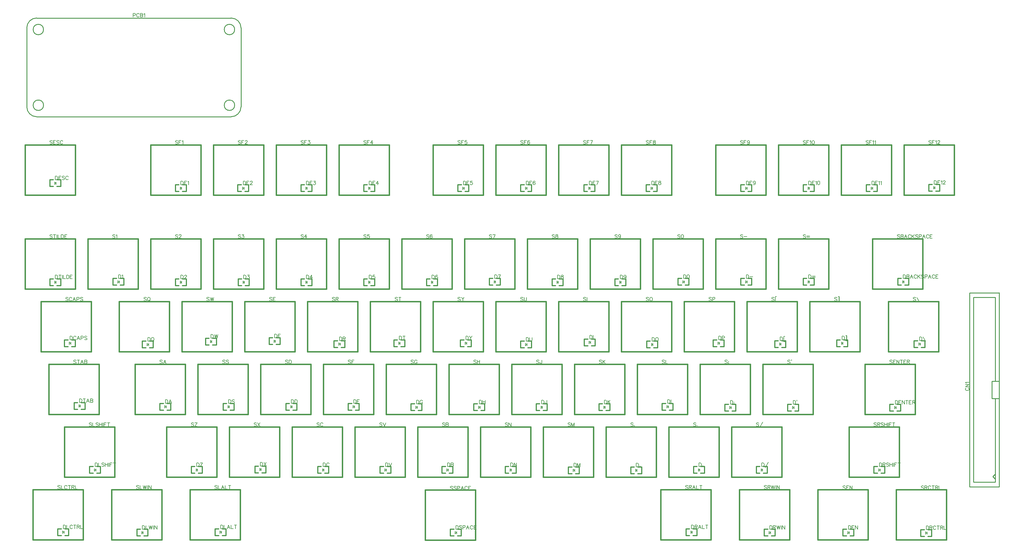
<source format=gto>
G04 Layer: TopSilkLayer*
G04 EasyEDA v6.3.22, 2020-04-05T15:57:41+08:00*
G04 26a83e50978f4d2e98ee8e0c0de4659f,084ec32517fd449a9a4c349b315ac0e1,10*
G04 Gerber Generator version 0.2*
G04 Scale: 100 percent, Rotated: No, Reflected: No *
G04 Dimensions in inches *
G04 leading zeros omitted , absolute positions ,2 integer and 4 decimal *
%FSLAX24Y24*%
%MOIN*%
G90*
G70D02*

%ADD10C,0.010000*%
%ADD16C,0.011810*%
%ADD17C,0.007870*%
%ADD18C,0.015000*%
%ADD19C,0.006000*%

%LPD*%
G54D16*
G01X6366Y25551D02*
G01X6809Y25551D01*
G01X6809Y24751D01*
G01X6366Y24751D01*
G01X5940Y25551D02*
G01X5509Y25551D01*
G01X5509Y24751D01*
G01X5940Y24751D01*
G54D17*
G01X6259Y25301D02*
G01X6259Y25001D01*
G01X6084Y25301D02*
G01X6084Y25001D01*
G01X6234Y25151D01*
G01X6084Y25301D01*
G54D18*
G01X99246Y15138D02*
G01X105246Y15138D01*
G01X105246Y9138D01*
G01X99246Y9138D01*
G01X99246Y15138D01*
G54D16*
G01X24366Y2951D02*
G01X24809Y2951D01*
G01X24809Y2151D01*
G01X24366Y2151D01*
G01X23940Y2951D02*
G01X23509Y2951D01*
G01X23509Y2151D01*
G01X23940Y2151D01*
G54D17*
G01X24259Y2701D02*
G01X24259Y2401D01*
G01X24084Y2701D02*
G01X24084Y2401D01*
G01X24234Y2551D01*
G01X24084Y2701D01*
G54D16*
G01X15016Y2901D02*
G01X15459Y2901D01*
G01X15459Y2101D01*
G01X15016Y2101D01*
G01X14590Y2901D02*
G01X14159Y2901D01*
G01X14159Y2101D01*
G01X14590Y2101D01*
G54D17*
G01X14909Y2651D02*
G01X14909Y2351D01*
G01X14734Y2651D02*
G01X14734Y2351D01*
G01X14884Y2501D01*
G01X14734Y2651D01*
G54D16*
G01X5566Y2951D02*
G01X6009Y2951D01*
G01X6009Y2151D01*
G01X5566Y2151D01*
G01X5140Y2951D02*
G01X4709Y2951D01*
G01X4709Y2151D01*
G01X5140Y2151D01*
G54D17*
G01X5459Y2701D02*
G01X5459Y2401D01*
G01X5284Y2701D02*
G01X5284Y2401D01*
G01X5434Y2551D01*
G01X5284Y2701D01*
G54D16*
G01X59016Y10401D02*
G01X59459Y10401D01*
G01X59459Y9601D01*
G01X59016Y9601D01*
G01X58590Y10401D02*
G01X58159Y10401D01*
G01X58159Y9601D01*
G01X58590Y9601D01*
G54D17*
G01X58909Y10151D02*
G01X58909Y9851D01*
G01X58734Y10151D02*
G01X58734Y9851D01*
G01X58884Y10001D01*
G01X58734Y10151D01*
G54D16*
G01X51466Y10401D02*
G01X51909Y10401D01*
G01X51909Y9601D01*
G01X51466Y9601D01*
G01X51040Y10401D02*
G01X50609Y10401D01*
G01X50609Y9601D01*
G01X51040Y9601D01*
G54D17*
G01X51359Y10151D02*
G01X51359Y9851D01*
G01X51184Y10151D02*
G01X51184Y9851D01*
G01X51334Y10001D01*
G01X51184Y10151D01*
G54D16*
G01X36616Y10401D02*
G01X37059Y10401D01*
G01X37059Y9601D01*
G01X36616Y9601D01*
G01X36190Y10401D02*
G01X35759Y10401D01*
G01X35759Y9601D01*
G01X36190Y9601D01*
G54D17*
G01X36509Y10151D02*
G01X36509Y9851D01*
G01X36334Y10151D02*
G01X36334Y9851D01*
G01X36484Y10001D01*
G01X36334Y10151D01*
G54D16*
G01X87166Y32901D02*
G01X87609Y32901D01*
G01X87609Y32101D01*
G01X87166Y32101D01*
G01X86740Y32901D02*
G01X86309Y32901D01*
G01X86309Y32101D01*
G01X86740Y32101D01*
G54D17*
G01X87059Y32651D02*
G01X87059Y32351D01*
G01X86884Y32651D02*
G01X86884Y32351D01*
G01X87034Y32501D01*
G01X86884Y32651D01*
G54D16*
G01X94616Y32901D02*
G01X95059Y32901D01*
G01X95059Y32101D01*
G01X94616Y32101D01*
G01X94190Y32901D02*
G01X93759Y32901D01*
G01X93759Y32101D01*
G01X94190Y32101D01*
G54D17*
G01X94509Y32651D02*
G01X94509Y32351D01*
G01X94334Y32651D02*
G01X94334Y32351D01*
G01X94484Y32501D01*
G01X94334Y32651D01*
G54D16*
G01X105916Y32901D02*
G01X106359Y32901D01*
G01X106359Y32101D01*
G01X105916Y32101D01*
G01X105490Y32901D02*
G01X105059Y32901D01*
G01X105059Y32101D01*
G01X105490Y32101D01*
G54D17*
G01X105809Y32651D02*
G01X105809Y32351D01*
G01X105634Y32651D02*
G01X105634Y32351D01*
G01X105784Y32501D01*
G01X105634Y32651D01*
G54D16*
G01X91216Y25451D02*
G01X91659Y25451D01*
G01X91659Y24651D01*
G01X91216Y24651D01*
G01X90790Y25451D02*
G01X90359Y25451D01*
G01X90359Y24651D01*
G01X90790Y24651D01*
G54D17*
G01X91109Y25201D02*
G01X91109Y24901D01*
G01X90934Y25201D02*
G01X90934Y24901D01*
G01X91084Y25051D01*
G01X90934Y25201D01*
G54D16*
G01X98616Y25551D02*
G01X99059Y25551D01*
G01X99059Y24751D01*
G01X98616Y24751D01*
G01X98190Y25551D02*
G01X97759Y25551D01*
G01X97759Y24751D01*
G01X98190Y24751D01*
G54D17*
G01X98509Y25301D02*
G01X98509Y25001D01*
G01X98334Y25301D02*
G01X98334Y25001D01*
G01X98484Y25151D01*
G01X98334Y25301D01*
G54D16*
G01X107866Y25451D02*
G01X108309Y25451D01*
G01X108309Y24651D01*
G01X107866Y24651D01*
G01X107440Y25451D02*
G01X107009Y25451D01*
G01X107009Y24651D01*
G01X107440Y24651D01*
G54D17*
G01X107759Y25201D02*
G01X107759Y24901D01*
G01X107584Y25201D02*
G01X107584Y24901D01*
G01X107734Y25051D01*
G01X107584Y25201D01*
G54D16*
G01X85266Y17851D02*
G01X85709Y17851D01*
G01X85709Y17051D01*
G01X85266Y17051D01*
G01X84840Y17851D02*
G01X84409Y17851D01*
G01X84409Y17051D01*
G01X84840Y17051D01*
G54D17*
G01X85159Y17601D02*
G01X85159Y17301D01*
G01X84984Y17601D02*
G01X84984Y17301D01*
G01X85134Y17451D01*
G01X84984Y17601D01*
G54D16*
G01X92766Y17851D02*
G01X93209Y17851D01*
G01X93209Y17051D01*
G01X92766Y17051D01*
G01X92340Y17851D02*
G01X91909Y17851D01*
G01X91909Y17051D01*
G01X92340Y17051D01*
G54D17*
G01X92659Y17601D02*
G01X92659Y17301D01*
G01X92484Y17601D02*
G01X92484Y17301D01*
G01X92634Y17451D01*
G01X92484Y17601D01*
G54D16*
G01X104966Y17851D02*
G01X105409Y17851D01*
G01X105409Y17051D01*
G01X104966Y17051D01*
G01X104540Y17851D02*
G01X104109Y17851D01*
G01X104109Y17051D01*
G01X104540Y17051D01*
G54D17*
G01X104859Y17601D02*
G01X104859Y17301D01*
G01X104684Y17601D02*
G01X104684Y17301D01*
G01X104834Y17451D01*
G01X104684Y17601D01*
G54D16*
G01X80616Y2951D02*
G01X81059Y2951D01*
G01X81059Y2151D01*
G01X80616Y2151D01*
G01X80190Y2951D02*
G01X79759Y2951D01*
G01X79759Y2151D01*
G01X80190Y2151D01*
G54D17*
G01X80509Y2701D02*
G01X80509Y2401D01*
G01X80334Y2701D02*
G01X80334Y2401D01*
G01X80484Y2551D01*
G01X80334Y2701D01*
G54D16*
G01X89966Y2901D02*
G01X90409Y2901D01*
G01X90409Y2101D01*
G01X89966Y2101D01*
G01X89540Y2901D02*
G01X89109Y2901D01*
G01X89109Y2101D01*
G01X89540Y2101D01*
G54D17*
G01X89859Y2651D02*
G01X89859Y2351D01*
G01X89684Y2651D02*
G01X89684Y2351D01*
G01X89834Y2501D01*
G01X89684Y2651D01*
G54D16*
G01X99366Y2901D02*
G01X99809Y2901D01*
G01X99809Y2101D01*
G01X99366Y2101D01*
G01X98940Y2901D02*
G01X98509Y2901D01*
G01X98509Y2101D01*
G01X98940Y2101D01*
G54D17*
G01X99259Y2651D02*
G01X99259Y2351D01*
G01X99084Y2651D02*
G01X99084Y2351D01*
G01X99234Y2501D01*
G01X99084Y2651D01*
G54D16*
G01X108666Y2851D02*
G01X109109Y2851D01*
G01X109109Y2051D01*
G01X108666Y2051D01*
G01X108240Y2851D02*
G01X107809Y2851D01*
G01X107809Y2051D01*
G01X108240Y2051D01*
G54D17*
G01X108559Y2601D02*
G01X108559Y2301D01*
G01X108384Y2601D02*
G01X108384Y2301D01*
G01X108534Y2451D01*
G01X108384Y2601D01*
G54D16*
G01X103066Y10401D02*
G01X103509Y10401D01*
G01X103509Y9601D01*
G01X103066Y9601D01*
G01X102640Y10401D02*
G01X102209Y10401D01*
G01X102209Y9601D01*
G01X102640Y9601D01*
G54D17*
G01X102959Y10151D02*
G01X102959Y9851D01*
G01X102784Y10151D02*
G01X102784Y9851D01*
G01X102934Y10001D01*
G01X102784Y10151D01*
G54D16*
G01X89016Y10401D02*
G01X89459Y10401D01*
G01X89459Y9601D01*
G01X89016Y9601D01*
G01X88590Y10401D02*
G01X88159Y10401D01*
G01X88159Y9601D01*
G01X88590Y9601D01*
G54D17*
G01X88909Y10151D02*
G01X88909Y9851D01*
G01X88734Y10151D02*
G01X88734Y9851D01*
G01X88884Y10001D01*
G01X88734Y10151D01*
G54D16*
G01X81516Y10401D02*
G01X81959Y10401D01*
G01X81959Y9601D01*
G01X81516Y9601D01*
G01X81090Y10401D02*
G01X80659Y10401D01*
G01X80659Y9601D01*
G01X81090Y9601D01*
G54D17*
G01X81409Y10151D02*
G01X81409Y9851D01*
G01X81234Y10151D02*
G01X81234Y9851D01*
G01X81384Y10001D01*
G01X81234Y10151D01*
G54D16*
G01X74016Y10351D02*
G01X74459Y10351D01*
G01X74459Y9551D01*
G01X74016Y9551D01*
G01X73590Y10351D02*
G01X73159Y10351D01*
G01X73159Y9551D01*
G01X73590Y9551D01*
G54D17*
G01X73909Y10101D02*
G01X73909Y9801D01*
G01X73734Y10101D02*
G01X73734Y9801D01*
G01X73884Y9951D01*
G01X73734Y10101D01*
G54D16*
G01X66566Y10351D02*
G01X67009Y10351D01*
G01X67009Y9551D01*
G01X66566Y9551D01*
G01X66140Y10351D02*
G01X65709Y10351D01*
G01X65709Y9551D01*
G01X66140Y9551D01*
G54D17*
G01X66459Y10101D02*
G01X66459Y9801D01*
G01X66284Y10101D02*
G01X66284Y9801D01*
G01X66434Y9951D01*
G01X66284Y10101D01*
G54D16*
G01X77766Y17951D02*
G01X78209Y17951D01*
G01X78209Y17151D01*
G01X77766Y17151D01*
G01X77340Y17951D02*
G01X76909Y17951D01*
G01X76909Y17151D01*
G01X77340Y17151D01*
G54D17*
G01X77659Y17701D02*
G01X77659Y17401D01*
G01X77484Y17701D02*
G01X77484Y17401D01*
G01X77634Y17551D01*
G01X77484Y17701D01*
G54D16*
G01X83866Y25551D02*
G01X84309Y25551D01*
G01X84309Y24751D01*
G01X83866Y24751D01*
G01X83440Y25551D02*
G01X83009Y25551D01*
G01X83009Y24751D01*
G01X83440Y24751D01*
G54D17*
G01X83759Y25301D02*
G01X83759Y25001D01*
G01X83584Y25301D02*
G01X83584Y25001D01*
G01X83734Y25151D01*
G01X83584Y25301D01*
G54D16*
G01X79666Y32901D02*
G01X80109Y32901D01*
G01X80109Y32101D01*
G01X79666Y32101D01*
G01X79240Y32901D02*
G01X78809Y32901D01*
G01X78809Y32101D01*
G01X79240Y32101D01*
G54D17*
G01X79559Y32651D02*
G01X79559Y32351D01*
G01X79384Y32651D02*
G01X79384Y32351D01*
G01X79534Y32501D01*
G01X79384Y32651D01*
G54D16*
G01X75916Y25401D02*
G01X76359Y25401D01*
G01X76359Y24601D01*
G01X75916Y24601D01*
G01X75490Y25401D02*
G01X75059Y25401D01*
G01X75059Y24601D01*
G01X75490Y24601D01*
G54D17*
G01X75809Y25151D02*
G01X75809Y24851D01*
G01X75634Y25151D02*
G01X75634Y24851D01*
G01X75784Y25001D01*
G01X75634Y25151D01*
G54D16*
G01X72116Y32851D02*
G01X72559Y32851D01*
G01X72559Y32051D01*
G01X72116Y32051D01*
G01X71690Y32851D02*
G01X71259Y32851D01*
G01X71259Y32051D01*
G01X71690Y32051D01*
G54D17*
G01X72009Y32601D02*
G01X72009Y32301D01*
G01X71834Y32601D02*
G01X71834Y32301D01*
G01X71984Y32451D01*
G01X71834Y32601D01*
G54D16*
G01X68466Y25651D02*
G01X68909Y25651D01*
G01X68909Y24851D01*
G01X68466Y24851D01*
G01X68040Y25651D02*
G01X67609Y25651D01*
G01X67609Y24851D01*
G01X68040Y24851D01*
G54D17*
G01X68359Y25401D02*
G01X68359Y25101D01*
G01X68184Y25401D02*
G01X68184Y25101D01*
G01X68334Y25251D01*
G01X68184Y25401D01*
G54D16*
G01X70216Y17901D02*
G01X70659Y17901D01*
G01X70659Y17101D01*
G01X70216Y17101D01*
G01X69790Y17901D02*
G01X69359Y17901D01*
G01X69359Y17101D01*
G01X69790Y17101D01*
G54D17*
G01X70109Y17651D02*
G01X70109Y17351D01*
G01X69934Y17651D02*
G01X69934Y17351D01*
G01X70084Y17501D01*
G01X69934Y17651D01*
G54D16*
G01X38566Y25451D02*
G01X39009Y25451D01*
G01X39009Y24651D01*
G01X38566Y24651D01*
G01X38140Y25451D02*
G01X37709Y25451D01*
G01X37709Y24651D01*
G01X38140Y24651D01*
G54D17*
G01X38459Y25201D02*
G01X38459Y24901D01*
G01X38284Y25201D02*
G01X38284Y24901D01*
G01X38434Y25051D01*
G01X38284Y25201D01*
G54D16*
G01X62716Y17901D02*
G01X63159Y17901D01*
G01X63159Y17101D01*
G01X62716Y17101D01*
G01X62290Y17901D02*
G01X61859Y17901D01*
G01X61859Y17101D01*
G01X62290Y17101D01*
G54D17*
G01X62609Y17651D02*
G01X62609Y17351D01*
G01X62434Y17651D02*
G01X62434Y17351D01*
G01X62584Y17501D01*
G01X62434Y17651D01*
G54D16*
G01X60866Y25401D02*
G01X61309Y25401D01*
G01X61309Y24601D01*
G01X60866Y24601D01*
G01X60440Y25401D02*
G01X60009Y25401D01*
G01X60009Y24601D01*
G01X60440Y24601D01*
G54D17*
G01X60759Y25151D02*
G01X60759Y24851D01*
G01X60584Y25151D02*
G01X60584Y24851D01*
G01X60734Y25001D01*
G01X60584Y25151D01*
G54D16*
G01X64616Y32851D02*
G01X65059Y32851D01*
G01X65059Y32051D01*
G01X64616Y32051D01*
G01X64190Y32851D02*
G01X63759Y32851D01*
G01X63759Y32051D01*
G01X64190Y32051D01*
G54D17*
G01X64509Y32601D02*
G01X64509Y32301D01*
G01X64334Y32601D02*
G01X64334Y32301D01*
G01X64484Y32451D01*
G01X64334Y32601D01*
G54D16*
G01X57116Y32901D02*
G01X57559Y32901D01*
G01X57559Y32101D01*
G01X57116Y32101D01*
G01X56690Y32901D02*
G01X56259Y32901D01*
G01X56259Y32101D01*
G01X56690Y32101D01*
G54D17*
G01X57009Y32651D02*
G01X57009Y32351D01*
G01X56834Y32651D02*
G01X56834Y32351D01*
G01X56984Y32501D01*
G01X56834Y32651D01*
G54D16*
G01X53666Y25551D02*
G01X54109Y25551D01*
G01X54109Y24751D01*
G01X53666Y24751D01*
G01X53240Y25551D02*
G01X52809Y25551D01*
G01X52809Y24751D01*
G01X53240Y24751D01*
G54D17*
G01X53559Y25301D02*
G01X53559Y25001D01*
G01X53384Y25301D02*
G01X53384Y25001D01*
G01X53534Y25151D01*
G01X53384Y25301D01*
G54D16*
G01X55266Y17901D02*
G01X55709Y17901D01*
G01X55709Y17101D01*
G01X55266Y17101D01*
G01X54840Y17901D02*
G01X54409Y17901D01*
G01X54409Y17101D01*
G01X54840Y17101D01*
G54D17*
G01X55159Y17651D02*
G01X55159Y17351D01*
G01X54984Y17651D02*
G01X54984Y17351D01*
G01X55134Y17501D01*
G01X54984Y17651D01*
G54D16*
G01X40266Y17951D02*
G01X40709Y17951D01*
G01X40709Y17151D01*
G01X40266Y17151D01*
G01X39840Y17951D02*
G01X39409Y17951D01*
G01X39409Y17151D01*
G01X39840Y17151D01*
G54D17*
G01X40159Y17701D02*
G01X40159Y17401D01*
G01X39984Y17701D02*
G01X39984Y17401D01*
G01X40134Y17551D01*
G01X39984Y17701D01*
G54D16*
G01X4616Y32851D02*
G01X5059Y32851D01*
G01X5059Y32051D01*
G01X4616Y32051D01*
G01X4190Y32851D02*
G01X3759Y32851D01*
G01X3759Y32051D01*
G01X4190Y32051D01*
G54D17*
G01X4509Y32601D02*
G01X4509Y32301D01*
G01X4334Y32601D02*
G01X4334Y32301D01*
G01X4484Y32451D01*
G01X4334Y32601D01*
G54D16*
G01X49616Y32851D02*
G01X50059Y32851D01*
G01X50059Y32051D01*
G01X49616Y32051D01*
G01X49190Y32851D02*
G01X48759Y32851D01*
G01X48759Y32051D01*
G01X49190Y32051D01*
G54D17*
G01X49509Y32601D02*
G01X49509Y32301D01*
G01X49334Y32601D02*
G01X49334Y32301D01*
G01X49484Y32451D01*
G01X49334Y32601D01*
G54D16*
G01X34616Y32851D02*
G01X35059Y32851D01*
G01X35059Y32051D01*
G01X34616Y32051D01*
G01X34190Y32851D02*
G01X33759Y32851D01*
G01X33759Y32051D01*
G01X34190Y32051D01*
G54D17*
G01X34509Y32601D02*
G01X34509Y32301D01*
G01X34334Y32601D02*
G01X34334Y32301D01*
G01X34484Y32451D01*
G01X34334Y32601D01*
G54D16*
G01X29116Y10451D02*
G01X29559Y10451D01*
G01X29559Y9651D01*
G01X29116Y9651D01*
G01X28690Y10451D02*
G01X28259Y10451D01*
G01X28259Y9651D01*
G01X28690Y9651D01*
G54D17*
G01X29009Y10201D02*
G01X29009Y9901D01*
G01X28834Y10201D02*
G01X28834Y9901D01*
G01X28984Y10051D01*
G01X28834Y10201D01*
G54D16*
G01X32816Y17951D02*
G01X33259Y17951D01*
G01X33259Y17151D01*
G01X32816Y17151D01*
G01X32390Y17951D02*
G01X31959Y17951D01*
G01X31959Y17151D01*
G01X32390Y17151D01*
G54D17*
G01X32709Y17701D02*
G01X32709Y17401D01*
G01X32534Y17701D02*
G01X32534Y17401D01*
G01X32684Y17551D01*
G01X32534Y17701D01*
G54D16*
G01X30816Y25801D02*
G01X31259Y25801D01*
G01X31259Y25001D01*
G01X30816Y25001D01*
G01X30390Y25801D02*
G01X29959Y25801D01*
G01X29959Y25001D01*
G01X30390Y25001D01*
G54D17*
G01X30709Y25551D02*
G01X30709Y25251D01*
G01X30534Y25551D02*
G01X30534Y25251D01*
G01X30684Y25401D01*
G01X30534Y25551D01*
G54D16*
G01X27116Y32851D02*
G01X27559Y32851D01*
G01X27559Y32051D01*
G01X27116Y32051D01*
G01X26690Y32851D02*
G01X26259Y32851D01*
G01X26259Y32051D01*
G01X26690Y32051D01*
G54D17*
G01X27009Y32601D02*
G01X27009Y32301D01*
G01X26834Y32601D02*
G01X26834Y32301D01*
G01X26984Y32451D01*
G01X26834Y32601D01*
G54D18*
G01X25196Y15138D02*
G01X31196Y15138D01*
G01X31196Y9138D01*
G01X25196Y9138D01*
G01X25196Y15138D01*
G54D16*
G01X44066Y10401D02*
G01X44509Y10401D01*
G01X44509Y9601D01*
G01X44066Y9601D01*
G01X43640Y10401D02*
G01X43209Y10401D01*
G01X43209Y9601D01*
G01X43640Y9601D01*
G54D17*
G01X43959Y10151D02*
G01X43959Y9851D01*
G01X43784Y10151D02*
G01X43784Y9851D01*
G01X43934Y10001D01*
G01X43784Y10151D01*
G54D16*
G01X47766Y17901D02*
G01X48209Y17901D01*
G01X48209Y17101D01*
G01X47766Y17101D01*
G01X47340Y17901D02*
G01X46909Y17901D01*
G01X46909Y17101D01*
G01X47340Y17101D01*
G54D17*
G01X47659Y17651D02*
G01X47659Y17351D01*
G01X47484Y17651D02*
G01X47484Y17351D01*
G01X47634Y17501D01*
G01X47484Y17651D01*
G54D16*
G01X45716Y25551D02*
G01X46159Y25551D01*
G01X46159Y24751D01*
G01X45716Y24751D01*
G01X45290Y25551D02*
G01X44859Y25551D01*
G01X44859Y24751D01*
G01X45290Y24751D01*
G54D17*
G01X45609Y25301D02*
G01X45609Y25001D01*
G01X45434Y25301D02*
G01X45434Y25001D01*
G01X45584Y25151D01*
G01X45434Y25301D01*
G54D16*
G01X42116Y32851D02*
G01X42559Y32851D01*
G01X42559Y32051D01*
G01X42116Y32051D01*
G01X41690Y32851D02*
G01X41259Y32851D01*
G01X41259Y32051D01*
G01X41690Y32051D01*
G54D17*
G01X42009Y32601D02*
G01X42009Y32301D01*
G01X41834Y32601D02*
G01X41834Y32301D01*
G01X41984Y32451D01*
G01X41834Y32601D01*
G54D16*
G01X21516Y10401D02*
G01X21959Y10401D01*
G01X21959Y9601D01*
G01X21516Y9601D01*
G01X21090Y10401D02*
G01X20659Y10401D01*
G01X20659Y9601D01*
G01X21090Y9601D01*
G54D17*
G01X21409Y10151D02*
G01X21409Y9851D01*
G01X21234Y10151D02*
G01X21234Y9851D01*
G01X21384Y10001D01*
G01X21234Y10151D01*
G54D16*
G01X25316Y17951D02*
G01X25759Y17951D01*
G01X25759Y17151D01*
G01X25316Y17151D01*
G01X24890Y17951D02*
G01X24459Y17951D01*
G01X24459Y17151D01*
G01X24890Y17151D01*
G54D17*
G01X25209Y17701D02*
G01X25209Y17401D01*
G01X25034Y17701D02*
G01X25034Y17401D01*
G01X25184Y17551D01*
G01X25034Y17701D01*
G54D16*
G01X23216Y25751D02*
G01X23659Y25751D01*
G01X23659Y24951D01*
G01X23216Y24951D01*
G01X22790Y25751D02*
G01X22359Y25751D01*
G01X22359Y24951D01*
G01X22790Y24951D01*
G54D17*
G01X23109Y25501D02*
G01X23109Y25201D01*
G01X22934Y25501D02*
G01X22934Y25201D01*
G01X23084Y25351D01*
G01X22934Y25501D01*
G54D16*
G01X17766Y17951D02*
G01X18209Y17951D01*
G01X18209Y17151D01*
G01X17766Y17151D01*
G01X17340Y17951D02*
G01X16909Y17951D01*
G01X16909Y17151D01*
G01X17340Y17151D01*
G54D17*
G01X17659Y17701D02*
G01X17659Y17401D01*
G01X17484Y17701D02*
G01X17484Y17401D01*
G01X17634Y17551D01*
G01X17484Y17701D01*
G54D16*
G01X15666Y25401D02*
G01X16109Y25401D01*
G01X16109Y24601D01*
G01X15666Y24601D01*
G01X15240Y25401D02*
G01X14809Y25401D01*
G01X14809Y24601D01*
G01X15240Y24601D01*
G54D17*
G01X15559Y25151D02*
G01X15559Y24851D01*
G01X15384Y25151D02*
G01X15384Y24851D01*
G01X15534Y25001D01*
G01X15384Y25151D01*
G54D16*
G01X9366Y10401D02*
G01X9809Y10401D01*
G01X9809Y9601D01*
G01X9366Y9601D01*
G01X8940Y10401D02*
G01X8509Y10401D01*
G01X8509Y9601D01*
G01X8940Y9601D01*
G54D17*
G01X9259Y10151D02*
G01X9259Y9851D01*
G01X9084Y10151D02*
G01X9084Y9851D01*
G01X9234Y10001D01*
G01X9084Y10151D01*
G54D16*
G01X7516Y18051D02*
G01X7959Y18051D01*
G01X7959Y17251D01*
G01X7516Y17251D01*
G01X7090Y18051D02*
G01X6659Y18051D01*
G01X6659Y17251D01*
G01X7090Y17251D01*
G54D17*
G01X7409Y17801D02*
G01X7409Y17501D01*
G01X7234Y17801D02*
G01X7234Y17501D01*
G01X7384Y17651D01*
G01X7234Y17801D01*
G54D16*
G01X19616Y32851D02*
G01X20059Y32851D01*
G01X20059Y32051D01*
G01X19616Y32051D01*
G01X19190Y32851D02*
G01X18759Y32851D01*
G01X18759Y32051D01*
G01X19190Y32051D01*
G54D17*
G01X19509Y32601D02*
G01X19509Y32301D01*
G01X19334Y32601D02*
G01X19334Y32301D01*
G01X19484Y32451D01*
G01X19334Y32601D01*
G54D16*
G01X12166Y32901D02*
G01X12609Y32901D01*
G01X12609Y32101D01*
G01X12166Y32101D01*
G01X11740Y32901D02*
G01X11309Y32901D01*
G01X11309Y32101D01*
G01X11740Y32101D01*
G54D17*
G01X12059Y32651D02*
G01X12059Y32351D01*
G01X11884Y32651D02*
G01X11884Y32351D01*
G01X12034Y32501D01*
G01X11884Y32651D01*
G54D18*
G01X45796Y37638D02*
G01X51796Y37638D01*
G01X51796Y31638D01*
G01X45796Y31638D01*
G01X45796Y37638D01*
G01X60796Y37638D02*
G01X66796Y37638D01*
G01X66796Y31638D01*
G01X60796Y31638D01*
G01X60796Y37638D01*
G01X101146Y22638D02*
G01X107146Y22638D01*
G01X107146Y16638D01*
G01X101146Y16638D01*
G01X101146Y22638D01*
G01X5496Y15138D02*
G01X11496Y15138D01*
G01X11496Y9138D01*
G01X5496Y9138D01*
G01X5496Y15138D01*
G01X48609Y7601D02*
G01X54609Y7601D01*
G01X54609Y1601D01*
G01X48609Y1601D01*
G01X48609Y7601D01*
G01X104859Y7651D02*
G01X110859Y7651D01*
G01X110859Y1651D01*
G01X104859Y1651D01*
G01X104859Y7651D01*
G01X86146Y7638D02*
G01X92146Y7638D01*
G01X92146Y1638D01*
G01X86146Y1638D01*
G01X86146Y7638D01*
G01X76746Y7638D02*
G01X82746Y7638D01*
G01X82746Y1638D01*
G01X76746Y1638D01*
G01X76746Y7638D01*
G01X20496Y7638D02*
G01X26496Y7638D01*
G01X26496Y1638D01*
G01X20496Y1638D01*
G01X20496Y7638D01*
G01X11146Y7638D02*
G01X17146Y7638D01*
G01X17146Y1638D01*
G01X11146Y1638D01*
G01X11146Y7638D01*
G01X1746Y7638D02*
G01X7746Y7638D01*
G01X7746Y1638D01*
G01X1746Y1638D01*
G01X1746Y7638D01*
G54D16*
G01X52466Y2901D02*
G01X52909Y2901D01*
G01X52909Y2101D01*
G01X52466Y2101D01*
G01X52040Y2901D02*
G01X51609Y2901D01*
G01X51609Y2101D01*
G01X52040Y2101D01*
G54D17*
G01X52359Y2651D02*
G01X52359Y2351D01*
G01X52184Y2651D02*
G01X52184Y2351D01*
G01X52334Y2501D01*
G01X52184Y2651D01*
G54D18*
G01X85196Y15138D02*
G01X91196Y15138D01*
G01X91196Y9138D01*
G01X85196Y9138D01*
G01X85196Y15138D01*
G01X77696Y15138D02*
G01X83696Y15138D01*
G01X83696Y9138D01*
G01X77696Y9138D01*
G01X77696Y15138D01*
G01X70196Y15138D02*
G01X76196Y15138D01*
G01X76196Y9138D01*
G01X70196Y9138D01*
G01X70196Y15138D01*
G01X62696Y15138D02*
G01X68696Y15138D01*
G01X68696Y9138D01*
G01X62696Y9138D01*
G01X62696Y15138D01*
G01X55196Y15138D02*
G01X61196Y15138D01*
G01X61196Y9138D01*
G01X55196Y9138D01*
G01X55196Y15138D01*
G01X47696Y15138D02*
G01X53696Y15138D01*
G01X53696Y9138D01*
G01X47696Y9138D01*
G01X47696Y15138D01*
G01X40196Y15138D02*
G01X46196Y15138D01*
G01X46196Y9138D01*
G01X40196Y9138D01*
G01X40196Y15138D01*
G01X32696Y15138D02*
G01X38696Y15138D01*
G01X38696Y9138D01*
G01X32696Y9138D01*
G01X32696Y15138D01*
G01X17696Y15138D02*
G01X23696Y15138D01*
G01X23696Y9138D01*
G01X17696Y9138D01*
G01X17696Y15138D01*
G01X88946Y22638D02*
G01X94946Y22638D01*
G01X94946Y16638D01*
G01X88946Y16638D01*
G01X88946Y22638D01*
G01X81446Y22638D02*
G01X87446Y22638D01*
G01X87446Y16638D01*
G01X81446Y16638D01*
G01X81446Y22638D01*
G01X73946Y22638D02*
G01X79946Y22638D01*
G01X79946Y16638D01*
G01X73946Y16638D01*
G01X73946Y22638D01*
G01X66446Y22638D02*
G01X72446Y22638D01*
G01X72446Y16638D01*
G01X66446Y16638D01*
G01X66446Y22638D01*
G01X58946Y22638D02*
G01X64946Y22638D01*
G01X64946Y16638D01*
G01X58946Y16638D01*
G01X58946Y22638D01*
G01X51446Y22638D02*
G01X57446Y22638D01*
G01X57446Y16638D01*
G01X51446Y16638D01*
G01X51446Y22638D01*
G01X43946Y22638D02*
G01X49946Y22638D01*
G01X49946Y16638D01*
G01X43946Y16638D01*
G01X43946Y22638D01*
G01X36446Y22638D02*
G01X42446Y22638D01*
G01X42446Y16638D01*
G01X36446Y16638D01*
G01X36446Y22638D01*
G01X28946Y22638D02*
G01X34946Y22638D01*
G01X34946Y16638D01*
G01X28946Y16638D01*
G01X28946Y22638D01*
G01X21446Y22638D02*
G01X27446Y22638D01*
G01X27446Y16638D01*
G01X21446Y16638D01*
G01X21446Y22638D01*
G01X13946Y22638D02*
G01X19946Y22638D01*
G01X19946Y16638D01*
G01X13946Y16638D01*
G01X13946Y22638D01*
G01X2696Y30138D02*
G01X8696Y30138D01*
G01X8696Y24138D01*
G01X2696Y24138D01*
G01X2696Y30138D01*
G01X103946Y30138D02*
G01X109946Y30138D01*
G01X109946Y24138D01*
G01X103946Y24138D01*
G01X103946Y30138D01*
G01X94546Y30138D02*
G01X100546Y30138D01*
G01X100546Y24138D01*
G01X94546Y24138D01*
G01X94546Y30138D01*
G01X87046Y30138D02*
G01X93046Y30138D01*
G01X93046Y24138D01*
G01X87046Y24138D01*
G01X87046Y30138D01*
G01X79546Y30138D02*
G01X85546Y30138D01*
G01X85546Y24138D01*
G01X79546Y24138D01*
G01X79546Y30138D01*
G01X72046Y30138D02*
G01X78046Y30138D01*
G01X78046Y24138D01*
G01X72046Y24138D01*
G01X72046Y30138D01*
G01X64546Y30138D02*
G01X70546Y30138D01*
G01X70546Y24138D01*
G01X64546Y24138D01*
G01X64546Y30138D01*
G01X57046Y30138D02*
G01X63046Y30138D01*
G01X63046Y24138D01*
G01X57046Y24138D01*
G01X57046Y30138D01*
G01X49546Y30138D02*
G01X55546Y30138D01*
G01X55546Y24138D01*
G01X49546Y24138D01*
G01X49546Y30138D01*
G01X42046Y30138D02*
G01X48046Y30138D01*
G01X48046Y24138D01*
G01X42046Y24138D01*
G01X42046Y30138D01*
G01X34546Y30138D02*
G01X40546Y30138D01*
G01X40546Y24138D01*
G01X34546Y24138D01*
G01X34546Y30138D01*
G01X27046Y30138D02*
G01X33046Y30138D01*
G01X33046Y24138D01*
G01X27046Y24138D01*
G01X27046Y30138D01*
G01X19546Y30138D02*
G01X25546Y30138D01*
G01X25546Y24138D01*
G01X19546Y24138D01*
G01X19546Y30138D01*
G01X12046Y30138D02*
G01X18046Y30138D01*
G01X18046Y24138D01*
G01X12046Y24138D01*
G01X12046Y30138D01*
G01X3646Y22638D02*
G01X9646Y22638D01*
G01X9646Y16638D01*
G01X3646Y16638D01*
G01X3646Y22638D01*
G01X102046Y37638D02*
G01X108046Y37638D01*
G01X108046Y31638D01*
G01X102046Y31638D01*
G01X102046Y37638D01*
G01X90796Y37638D02*
G01X96796Y37638D01*
G01X96796Y31638D01*
G01X90796Y31638D01*
G01X90796Y37638D01*
G01X83296Y37638D02*
G01X89296Y37638D01*
G01X89296Y31638D01*
G01X83296Y31638D01*
G01X83296Y37638D01*
G01X75796Y37638D02*
G01X81796Y37638D01*
G01X81796Y31638D01*
G01X75796Y31638D01*
G01X75796Y37638D01*
G01X68296Y37638D02*
G01X74296Y37638D01*
G01X74296Y31638D01*
G01X68296Y31638D01*
G01X68296Y37638D01*
G01X53296Y37638D02*
G01X59296Y37638D01*
G01X59296Y31638D01*
G01X53296Y31638D01*
G01X53296Y37638D01*
G01X38296Y37638D02*
G01X44296Y37638D01*
G01X44296Y31638D01*
G01X38296Y31638D01*
G01X38296Y37638D01*
G01X30796Y37638D02*
G01X36796Y37638D01*
G01X36796Y31638D01*
G01X30796Y31638D01*
G01X30796Y37638D01*
G01X23296Y37638D02*
G01X29296Y37638D01*
G01X29296Y31638D01*
G01X23296Y31638D01*
G01X23296Y37638D01*
G01X15796Y37638D02*
G01X21796Y37638D01*
G01X21796Y31638D01*
G01X15796Y31638D01*
G01X15796Y37638D01*
G01X8296Y37638D02*
G01X14296Y37638D01*
G01X14296Y31638D01*
G01X8296Y31638D01*
G01X8296Y37638D01*
G01X796Y37638D02*
G01X6796Y37638D01*
G01X6796Y31638D01*
G01X796Y31638D01*
G01X796Y37638D01*
G01X796Y48888D02*
G01X6796Y48888D01*
G01X6796Y42888D01*
G01X796Y42888D01*
G01X796Y48888D01*
G01X15796Y48888D02*
G01X21796Y48888D01*
G01X21796Y42888D01*
G01X15796Y42888D01*
G01X15796Y48888D01*
G01X23296Y48888D02*
G01X29296Y48888D01*
G01X29296Y42888D01*
G01X23296Y42888D01*
G01X23296Y48888D01*
G01X30796Y48888D02*
G01X36796Y48888D01*
G01X36796Y42888D01*
G01X30796Y42888D01*
G01X30796Y48888D01*
G01X38296Y48888D02*
G01X44296Y48888D01*
G01X44296Y42888D01*
G01X38296Y42888D01*
G01X38296Y48888D01*
G01X49546Y48888D02*
G01X55546Y48888D01*
G01X55546Y42888D01*
G01X49546Y42888D01*
G01X49546Y48888D01*
G01X64546Y48888D02*
G01X70546Y48888D01*
G01X70546Y42888D01*
G01X64546Y42888D01*
G01X64546Y48888D01*
G01X83296Y48888D02*
G01X89296Y48888D01*
G01X89296Y42888D01*
G01X83296Y42888D01*
G01X83296Y48888D01*
G01X90796Y48888D02*
G01X96796Y48888D01*
G01X96796Y42888D01*
G01X90796Y42888D01*
G01X90796Y48888D01*
G01X98296Y48888D02*
G01X104296Y48888D01*
G01X104296Y42888D01*
G01X98296Y42888D01*
G01X98296Y48888D01*
G01X105796Y48888D02*
G01X111796Y48888D01*
G01X111796Y42888D01*
G01X105796Y42888D01*
G01X105796Y48888D01*
G01X72046Y48888D02*
G01X78046Y48888D01*
G01X78046Y42888D01*
G01X72046Y42888D01*
G01X72046Y48888D01*
G01X57046Y48888D02*
G01X63046Y48888D01*
G01X63046Y42888D01*
G01X57046Y42888D01*
G01X57046Y48888D01*
G54D16*
G01X19616Y44101D02*
G01X20059Y44101D01*
G01X20059Y43301D01*
G01X19616Y43301D01*
G01X19190Y44101D02*
G01X18759Y44101D01*
G01X18759Y43301D01*
G01X19190Y43301D01*
G54D17*
G01X19509Y43851D02*
G01X19509Y43551D01*
G01X19334Y43851D02*
G01X19334Y43551D01*
G01X19484Y43701D01*
G01X19334Y43851D01*
G54D16*
G01X27066Y44101D02*
G01X27509Y44101D01*
G01X27509Y43301D01*
G01X27066Y43301D01*
G01X26640Y44101D02*
G01X26209Y44101D01*
G01X26209Y43301D01*
G01X26640Y43301D01*
G54D17*
G01X26959Y43851D02*
G01X26959Y43551D01*
G01X26784Y43851D02*
G01X26784Y43551D01*
G01X26934Y43701D01*
G01X26784Y43851D01*
G54D16*
G01X53366Y44101D02*
G01X53809Y44101D01*
G01X53809Y43301D01*
G01X53366Y43301D01*
G01X52940Y44101D02*
G01X52509Y44101D01*
G01X52509Y43301D01*
G01X52940Y43301D01*
G54D17*
G01X53259Y43851D02*
G01X53259Y43551D01*
G01X53084Y43851D02*
G01X53084Y43551D01*
G01X53234Y43701D01*
G01X53084Y43851D01*
G54D16*
G01X34616Y44101D02*
G01X35059Y44101D01*
G01X35059Y43301D01*
G01X34616Y43301D01*
G01X34190Y44101D02*
G01X33759Y44101D01*
G01X33759Y43301D01*
G01X34190Y43301D01*
G54D17*
G01X34509Y43851D02*
G01X34509Y43551D01*
G01X34334Y43851D02*
G01X34334Y43551D01*
G01X34484Y43701D01*
G01X34334Y43851D01*
G54D16*
G01X42116Y44101D02*
G01X42559Y44101D01*
G01X42559Y43301D01*
G01X42116Y43301D01*
G01X41690Y44101D02*
G01X41259Y44101D01*
G01X41259Y43301D01*
G01X41690Y43301D01*
G54D17*
G01X42009Y43851D02*
G01X42009Y43551D01*
G01X41834Y43851D02*
G01X41834Y43551D01*
G01X41984Y43701D01*
G01X41834Y43851D01*
G54D16*
G01X60866Y44101D02*
G01X61309Y44101D01*
G01X61309Y43301D01*
G01X60866Y43301D01*
G01X60440Y44101D02*
G01X60009Y44101D01*
G01X60009Y43301D01*
G01X60440Y43301D01*
G54D17*
G01X60759Y43851D02*
G01X60759Y43551D01*
G01X60584Y43851D02*
G01X60584Y43551D01*
G01X60734Y43701D01*
G01X60584Y43851D01*
G54D16*
G01X4616Y44701D02*
G01X5059Y44701D01*
G01X5059Y43901D01*
G01X4616Y43901D01*
G01X4190Y44701D02*
G01X3759Y44701D01*
G01X3759Y43901D01*
G01X4190Y43901D01*
G54D17*
G01X4509Y44451D02*
G01X4509Y44151D01*
G01X4334Y44451D02*
G01X4334Y44151D01*
G01X4484Y44301D01*
G01X4334Y44451D01*
G54D16*
G01X68416Y44101D02*
G01X68859Y44101D01*
G01X68859Y43301D01*
G01X68416Y43301D01*
G01X67990Y44101D02*
G01X67559Y44101D01*
G01X67559Y43301D01*
G01X67990Y43301D01*
G54D17*
G01X68309Y43851D02*
G01X68309Y43551D01*
G01X68134Y43851D02*
G01X68134Y43551D01*
G01X68284Y43701D01*
G01X68134Y43851D01*
G54D16*
G01X75866Y44101D02*
G01X76309Y44101D01*
G01X76309Y43301D01*
G01X75866Y43301D01*
G01X75440Y44101D02*
G01X75009Y44101D01*
G01X75009Y43301D01*
G01X75440Y43301D01*
G54D17*
G01X75759Y43851D02*
G01X75759Y43551D01*
G01X75584Y43851D02*
G01X75584Y43551D01*
G01X75734Y43701D01*
G01X75584Y43851D01*
G54D16*
G01X87166Y44101D02*
G01X87609Y44101D01*
G01X87609Y43301D01*
G01X87166Y43301D01*
G01X86740Y44101D02*
G01X86309Y44101D01*
G01X86309Y43301D01*
G01X86740Y43301D01*
G54D17*
G01X87059Y43851D02*
G01X87059Y43551D01*
G01X86884Y43851D02*
G01X86884Y43551D01*
G01X87034Y43701D01*
G01X86884Y43851D01*
G54D16*
G01X94616Y44101D02*
G01X95059Y44101D01*
G01X95059Y43301D01*
G01X94616Y43301D01*
G01X94190Y44101D02*
G01X93759Y44101D01*
G01X93759Y43301D01*
G01X94190Y43301D01*
G54D17*
G01X94509Y43851D02*
G01X94509Y43551D01*
G01X94334Y43851D02*
G01X94334Y43551D01*
G01X94484Y43701D01*
G01X94334Y43851D01*
G54D16*
G01X109616Y44151D02*
G01X110059Y44151D01*
G01X110059Y43351D01*
G01X109616Y43351D01*
G01X109190Y44151D02*
G01X108759Y44151D01*
G01X108759Y43351D01*
G01X109190Y43351D01*
G54D17*
G01X109509Y43901D02*
G01X109509Y43601D01*
G01X109334Y43901D02*
G01X109334Y43601D01*
G01X109484Y43751D01*
G01X109334Y43901D01*
G54D16*
G01X102166Y44101D02*
G01X102609Y44101D01*
G01X102609Y43301D01*
G01X102166Y43301D01*
G01X101740Y44101D02*
G01X101309Y44101D01*
G01X101309Y43301D01*
G01X101740Y43301D01*
G54D17*
G01X102059Y43851D02*
G01X102059Y43551D01*
G01X101884Y43851D02*
G01X101884Y43551D01*
G01X102034Y43701D01*
G01X101884Y43851D01*
G54D10*
G01X1009Y53432D02*
G01X1009Y62880D01*
G01X2190Y52251D02*
G01X25418Y52251D01*
G01X2190Y64061D02*
G01X25418Y64061D01*
G01X26599Y62880D02*
G01X26599Y53432D01*
G01X113629Y31190D02*
G01X117172Y31190D01*
G01X114112Y30640D02*
G01X116698Y30640D01*
G01X113629Y8001D02*
G01X113629Y31190D01*
G01X117172Y7990D02*
G01X113629Y7990D01*
G01X116698Y8551D02*
G01X114112Y8551D01*
G01X117179Y8011D02*
G01X117179Y31201D01*
G01X114109Y8554D02*
G01X114109Y30640D01*
G01X116659Y8961D02*
G01X116409Y9211D01*
G01X116679Y9480D01*
G01X116689Y9480D01*
G01X116718Y8551D02*
G01X116718Y18551D01*
G01X116318Y18551D02*
G01X117168Y18551D01*
G01X116298Y18551D02*
G01X116298Y20601D01*
G01X117168Y20601D01*
G01X117179Y20611D01*
G01X116698Y20640D02*
G01X116698Y30640D01*
G54D18*
G01X95509Y7651D02*
G01X101509Y7651D01*
G01X101509Y1651D01*
G01X95509Y1651D01*
G01X95509Y7651D01*
G54D19*
G01X6159Y26005D02*
G01X6159Y25576D01*
G01X6159Y26005D02*
G01X6302Y26005D01*
G01X6364Y25984D01*
G01X6403Y25944D01*
G01X6425Y25903D01*
G01X6444Y25840D01*
G01X6444Y25738D01*
G01X6425Y25678D01*
G01X6403Y25636D01*
G01X6364Y25596D01*
G01X6302Y25576D01*
G01X6159Y25576D01*
G01X6886Y25903D02*
G01X6867Y25944D01*
G01X6826Y25984D01*
G01X6785Y26005D01*
G01X6702Y26005D01*
G01X6661Y25984D01*
G01X6621Y25944D01*
G01X6601Y25903D01*
G01X6580Y25840D01*
G01X6580Y25738D01*
G01X6601Y25678D01*
G01X6621Y25636D01*
G01X6661Y25596D01*
G01X6702Y25576D01*
G01X6785Y25576D01*
G01X6826Y25596D01*
G01X6867Y25636D01*
G01X6886Y25678D01*
G01X7185Y26005D02*
G01X7022Y25576D01*
G01X7185Y26005D02*
G01X7348Y25576D01*
G01X7084Y25719D02*
G01X7288Y25719D01*
G01X7484Y26005D02*
G01X7484Y25576D01*
G01X7484Y26005D02*
G01X7668Y26005D01*
G01X7730Y25984D01*
G01X7750Y25963D01*
G01X7771Y25923D01*
G01X7771Y25861D01*
G01X7750Y25821D01*
G01X7730Y25801D01*
G01X7668Y25780D01*
G01X7484Y25780D01*
G01X8192Y25944D02*
G01X8151Y25984D01*
G01X8089Y26005D01*
G01X8007Y26005D01*
G01X7947Y25984D01*
G01X7906Y25944D01*
G01X7906Y25903D01*
G01X7926Y25861D01*
G01X7947Y25840D01*
G01X7988Y25821D01*
G01X8110Y25780D01*
G01X8151Y25759D01*
G01X8172Y25738D01*
G01X8192Y25698D01*
G01X8192Y25636D01*
G01X8151Y25596D01*
G01X8089Y25576D01*
G01X8007Y25576D01*
G01X7947Y25596D01*
G01X7906Y25636D01*
G01X102494Y15594D02*
G01X102454Y15634D01*
G01X102393Y15655D01*
G01X102310Y15655D01*
G01X102250Y15634D01*
G01X102209Y15594D01*
G01X102209Y15553D01*
G01X102229Y15511D01*
G01X102250Y15490D01*
G01X102290Y15471D01*
G01X102414Y15430D01*
G01X102454Y15409D01*
G01X102475Y15388D01*
G01X102494Y15348D01*
G01X102494Y15286D01*
G01X102454Y15246D01*
G01X102393Y15226D01*
G01X102310Y15226D01*
G01X102250Y15246D01*
G01X102209Y15286D01*
G01X102630Y15655D02*
G01X102630Y15226D01*
G01X102630Y15655D02*
G01X102814Y15655D01*
G01X102876Y15634D01*
G01X102896Y15613D01*
G01X102917Y15573D01*
G01X102917Y15532D01*
G01X102896Y15490D01*
G01X102876Y15471D01*
G01X102814Y15451D01*
G01X102630Y15451D01*
G01X102773Y15451D02*
G01X102917Y15226D01*
G01X103338Y15594D02*
G01X103297Y15634D01*
G01X103235Y15655D01*
G01X103154Y15655D01*
G01X103093Y15634D01*
G01X103052Y15594D01*
G01X103052Y15553D01*
G01X103072Y15511D01*
G01X103093Y15490D01*
G01X103134Y15471D01*
G01X103256Y15430D01*
G01X103297Y15409D01*
G01X103318Y15388D01*
G01X103338Y15348D01*
G01X103338Y15286D01*
G01X103297Y15246D01*
G01X103235Y15226D01*
G01X103154Y15226D01*
G01X103093Y15246D01*
G01X103052Y15286D01*
G01X103472Y15655D02*
G01X103472Y15226D01*
G01X103759Y15655D02*
G01X103759Y15226D01*
G01X103472Y15451D02*
G01X103759Y15451D01*
G01X103893Y15655D02*
G01X103893Y15226D01*
G01X104029Y15655D02*
G01X104029Y15226D01*
G01X104029Y15655D02*
G01X104294Y15655D01*
G01X104029Y15451D02*
G01X104193Y15451D01*
G01X104573Y15655D02*
G01X104573Y15226D01*
G01X104430Y15655D02*
G01X104717Y15655D01*
G01X24159Y3405D02*
G01X24159Y2976D01*
G01X24159Y3405D02*
G01X24302Y3405D01*
G01X24364Y3384D01*
G01X24403Y3344D01*
G01X24425Y3303D01*
G01X24444Y3240D01*
G01X24444Y3138D01*
G01X24425Y3078D01*
G01X24403Y3036D01*
G01X24364Y2996D01*
G01X24302Y2976D01*
G01X24159Y2976D01*
G01X24580Y3405D02*
G01X24580Y2976D01*
G01X24580Y2976D02*
G01X24826Y2976D01*
G01X25123Y3405D02*
G01X24960Y2976D01*
G01X25123Y3405D02*
G01X25288Y2976D01*
G01X25022Y3119D02*
G01X25227Y3119D01*
G01X25422Y3405D02*
G01X25422Y2976D01*
G01X25422Y2976D02*
G01X25668Y2976D01*
G01X25947Y3405D02*
G01X25947Y2976D01*
G01X25803Y3405D02*
G01X26089Y3405D01*
G01X14809Y3355D02*
G01X14809Y2926D01*
G01X14809Y3355D02*
G01X14952Y3355D01*
G01X15014Y3334D01*
G01X15053Y3294D01*
G01X15075Y3253D01*
G01X15094Y3190D01*
G01X15094Y3088D01*
G01X15075Y3028D01*
G01X15053Y2986D01*
G01X15014Y2946D01*
G01X14952Y2926D01*
G01X14809Y2926D01*
G01X15230Y3355D02*
G01X15230Y2926D01*
G01X15230Y2926D02*
G01X15476Y2926D01*
G01X15610Y3355D02*
G01X15713Y2926D01*
G01X15814Y3355D02*
G01X15713Y2926D01*
G01X15814Y3355D02*
G01X15918Y2926D01*
G01X16019Y3355D02*
G01X15918Y2926D01*
G01X16155Y3355D02*
G01X16155Y2926D01*
G01X16289Y3355D02*
G01X16289Y2926D01*
G01X16289Y3355D02*
G01X16576Y2926D01*
G01X16576Y3355D02*
G01X16576Y2926D01*
G01X5359Y3405D02*
G01X5359Y2976D01*
G01X5359Y3405D02*
G01X5502Y3405D01*
G01X5564Y3384D01*
G01X5603Y3344D01*
G01X5625Y3303D01*
G01X5644Y3240D01*
G01X5644Y3138D01*
G01X5625Y3078D01*
G01X5603Y3036D01*
G01X5564Y2996D01*
G01X5502Y2976D01*
G01X5359Y2976D01*
G01X5780Y3405D02*
G01X5780Y2976D01*
G01X5780Y2976D02*
G01X6026Y2976D01*
G01X6468Y3303D02*
G01X6447Y3344D01*
G01X6406Y3384D01*
G01X6364Y3405D01*
G01X6284Y3405D01*
G01X6243Y3384D01*
G01X6202Y3344D01*
G01X6181Y3303D01*
G01X6160Y3240D01*
G01X6160Y3138D01*
G01X6181Y3078D01*
G01X6202Y3036D01*
G01X6243Y2996D01*
G01X6284Y2976D01*
G01X6364Y2976D01*
G01X6406Y2996D01*
G01X6447Y3036D01*
G01X6468Y3078D01*
G01X6746Y3405D02*
G01X6746Y2976D01*
G01X6602Y3405D02*
G01X6889Y3405D01*
G01X7023Y3405D02*
G01X7023Y2976D01*
G01X7023Y3405D02*
G01X7207Y3405D01*
G01X7268Y3384D01*
G01X7289Y3363D01*
G01X7310Y3323D01*
G01X7310Y3282D01*
G01X7289Y3240D01*
G01X7268Y3221D01*
G01X7207Y3201D01*
G01X7023Y3201D01*
G01X7167Y3201D02*
G01X7310Y2976D01*
G01X7444Y3405D02*
G01X7444Y2976D01*
G01X7444Y2976D02*
G01X7690Y2976D01*
G01X58809Y10855D02*
G01X58809Y10426D01*
G01X58809Y10855D02*
G01X58952Y10855D01*
G01X59014Y10834D01*
G01X59054Y10794D01*
G01X59075Y10753D01*
G01X59094Y10690D01*
G01X59094Y10588D01*
G01X59075Y10528D01*
G01X59054Y10486D01*
G01X59014Y10446D01*
G01X58952Y10426D01*
G01X58809Y10426D01*
G01X59230Y10855D02*
G01X59230Y10426D01*
G01X59230Y10855D02*
G01X59517Y10426D01*
G01X59517Y10855D02*
G01X59517Y10426D01*
G01X51259Y10855D02*
G01X51259Y10426D01*
G01X51259Y10855D02*
G01X51402Y10855D01*
G01X51464Y10834D01*
G01X51504Y10794D01*
G01X51525Y10753D01*
G01X51544Y10690D01*
G01X51544Y10588D01*
G01X51525Y10528D01*
G01X51504Y10486D01*
G01X51464Y10446D01*
G01X51402Y10426D01*
G01X51259Y10426D01*
G01X51680Y10855D02*
G01X51680Y10426D01*
G01X51680Y10855D02*
G01X51864Y10855D01*
G01X51926Y10834D01*
G01X51946Y10813D01*
G01X51967Y10773D01*
G01X51967Y10732D01*
G01X51946Y10690D01*
G01X51926Y10671D01*
G01X51864Y10651D01*
G01X51680Y10651D02*
G01X51864Y10651D01*
G01X51926Y10630D01*
G01X51946Y10609D01*
G01X51967Y10569D01*
G01X51967Y10507D01*
G01X51946Y10465D01*
G01X51926Y10446D01*
G01X51864Y10426D01*
G01X51680Y10426D01*
G01X36409Y10855D02*
G01X36409Y10426D01*
G01X36409Y10855D02*
G01X36552Y10855D01*
G01X36614Y10834D01*
G01X36654Y10794D01*
G01X36675Y10753D01*
G01X36694Y10690D01*
G01X36694Y10588D01*
G01X36675Y10528D01*
G01X36654Y10486D01*
G01X36614Y10446D01*
G01X36552Y10426D01*
G01X36409Y10426D01*
G01X37136Y10753D02*
G01X37117Y10794D01*
G01X37076Y10834D01*
G01X37035Y10855D01*
G01X36952Y10855D01*
G01X36911Y10834D01*
G01X36871Y10794D01*
G01X36851Y10753D01*
G01X36830Y10690D01*
G01X36830Y10588D01*
G01X36851Y10528D01*
G01X36871Y10486D01*
G01X36911Y10446D01*
G01X36952Y10426D01*
G01X37035Y10426D01*
G01X37076Y10446D01*
G01X37117Y10486D01*
G01X37136Y10528D01*
G01X86959Y33355D02*
G01X86959Y32926D01*
G01X86959Y33355D02*
G01X87102Y33355D01*
G01X87164Y33334D01*
G01X87204Y33294D01*
G01X87225Y33253D01*
G01X87244Y33190D01*
G01X87244Y33088D01*
G01X87225Y33028D01*
G01X87204Y32986D01*
G01X87164Y32946D01*
G01X87102Y32926D01*
G01X86959Y32926D01*
G01X87380Y33109D02*
G01X87748Y33109D01*
G01X94409Y33355D02*
G01X94409Y32926D01*
G01X94409Y33355D02*
G01X94552Y33355D01*
G01X94614Y33334D01*
G01X94654Y33294D01*
G01X94675Y33253D01*
G01X94694Y33190D01*
G01X94694Y33088D01*
G01X94675Y33028D01*
G01X94654Y32986D01*
G01X94614Y32946D01*
G01X94552Y32926D01*
G01X94409Y32926D01*
G01X94830Y33171D02*
G01X95198Y33171D01*
G01X94830Y33048D02*
G01X95198Y33048D01*
G01X105709Y33355D02*
G01X105709Y32926D01*
G01X105709Y33355D02*
G01X105852Y33355D01*
G01X105914Y33334D01*
G01X105954Y33294D01*
G01X105975Y33253D01*
G01X105994Y33190D01*
G01X105994Y33088D01*
G01X105975Y33028D01*
G01X105954Y32986D01*
G01X105914Y32946D01*
G01X105852Y32926D01*
G01X105709Y32926D01*
G01X106130Y33355D02*
G01X106130Y32926D01*
G01X106130Y33355D02*
G01X106314Y33355D01*
G01X106376Y33334D01*
G01X106396Y33313D01*
G01X106417Y33273D01*
G01X106417Y33232D01*
G01X106396Y33190D01*
G01X106376Y33171D01*
G01X106314Y33151D01*
G01X106130Y33151D02*
G01X106314Y33151D01*
G01X106376Y33130D01*
G01X106396Y33109D01*
G01X106417Y33069D01*
G01X106417Y33007D01*
G01X106396Y32965D01*
G01X106376Y32946D01*
G01X106314Y32926D01*
G01X106130Y32926D01*
G01X106714Y33355D02*
G01X106552Y32926D01*
G01X106714Y33355D02*
G01X106879Y32926D01*
G01X106613Y33069D02*
G01X106818Y33069D01*
G01X107321Y33253D02*
G01X107300Y33294D01*
G01X107259Y33334D01*
G01X107218Y33355D01*
G01X107136Y33355D01*
G01X107096Y33334D01*
G01X107055Y33294D01*
G01X107034Y33253D01*
G01X107014Y33190D01*
G01X107014Y33088D01*
G01X107034Y33028D01*
G01X107055Y32986D01*
G01X107096Y32946D01*
G01X107136Y32926D01*
G01X107218Y32926D01*
G01X107259Y32946D01*
G01X107300Y32986D01*
G01X107321Y33028D01*
G01X107456Y33355D02*
G01X107456Y32926D01*
G01X107742Y33355D02*
G01X107456Y33069D01*
G01X107558Y33171D02*
G01X107742Y32926D01*
G01X108164Y33294D02*
G01X108122Y33334D01*
G01X108060Y33355D01*
G01X107979Y33355D01*
G01X107918Y33334D01*
G01X107877Y33294D01*
G01X107877Y33253D01*
G01X107897Y33211D01*
G01X107918Y33190D01*
G01X107959Y33171D01*
G01X108081Y33130D01*
G01X108122Y33109D01*
G01X108143Y33088D01*
G01X108164Y33048D01*
G01X108164Y32986D01*
G01X108122Y32946D01*
G01X108060Y32926D01*
G01X107979Y32926D01*
G01X107918Y32946D01*
G01X107877Y32986D01*
G01X108298Y33355D02*
G01X108298Y32926D01*
G01X108298Y33355D02*
G01X108483Y33355D01*
G01X108543Y33334D01*
G01X108564Y33313D01*
G01X108585Y33273D01*
G01X108585Y33211D01*
G01X108564Y33171D01*
G01X108543Y33151D01*
G01X108483Y33130D01*
G01X108298Y33130D01*
G01X108884Y33355D02*
G01X108719Y32926D01*
G01X108884Y33355D02*
G01X109047Y32926D01*
G01X108781Y33069D02*
G01X108985Y33069D01*
G01X109489Y33253D02*
G01X109468Y33294D01*
G01X109427Y33334D01*
G01X109386Y33355D01*
G01X109305Y33355D01*
G01X109264Y33334D01*
G01X109222Y33294D01*
G01X109202Y33253D01*
G01X109181Y33190D01*
G01X109181Y33088D01*
G01X109202Y33028D01*
G01X109222Y32986D01*
G01X109264Y32946D01*
G01X109305Y32926D01*
G01X109386Y32926D01*
G01X109427Y32946D01*
G01X109468Y32986D01*
G01X109489Y33028D01*
G01X109623Y33355D02*
G01X109623Y32926D01*
G01X109623Y33355D02*
G01X109889Y33355D01*
G01X109623Y33151D02*
G01X109788Y33151D01*
G01X109623Y32926D02*
G01X109889Y32926D01*
G01X91009Y25905D02*
G01X91009Y25476D01*
G01X91009Y25905D02*
G01X91152Y25905D01*
G01X91214Y25884D01*
G01X91254Y25844D01*
G01X91275Y25803D01*
G01X91294Y25740D01*
G01X91294Y25638D01*
G01X91275Y25578D01*
G01X91254Y25536D01*
G01X91214Y25496D01*
G01X91152Y25476D01*
G01X91009Y25476D01*
G01X91430Y25986D02*
G01X91430Y25332D01*
G01X91451Y25986D02*
G01X91451Y25332D01*
G01X91430Y25986D02*
G01X91573Y25986D01*
G01X91430Y25332D02*
G01X91573Y25332D01*
G01X98409Y26005D02*
G01X98409Y25576D01*
G01X98409Y26005D02*
G01X98552Y26005D01*
G01X98614Y25984D01*
G01X98654Y25944D01*
G01X98675Y25903D01*
G01X98694Y25840D01*
G01X98694Y25738D01*
G01X98675Y25678D01*
G01X98654Y25636D01*
G01X98614Y25596D01*
G01X98552Y25576D01*
G01X98409Y25576D01*
G01X98952Y26086D02*
G01X98952Y25432D01*
G01X98973Y26086D02*
G01X98973Y25432D01*
G01X98830Y26086D02*
G01X98973Y26086D01*
G01X98830Y25432D02*
G01X98973Y25432D01*
G01X107659Y25905D02*
G01X107659Y25476D01*
G01X107659Y25905D02*
G01X107802Y25905D01*
G01X107864Y25884D01*
G01X107904Y25844D01*
G01X107925Y25803D01*
G01X107944Y25740D01*
G01X107944Y25638D01*
G01X107925Y25578D01*
G01X107904Y25536D01*
G01X107864Y25496D01*
G01X107802Y25476D01*
G01X107659Y25476D01*
G01X108080Y25905D02*
G01X108367Y25413D01*
G01X85059Y18305D02*
G01X85059Y17876D01*
G01X85059Y18305D02*
G01X85202Y18305D01*
G01X85264Y18284D01*
G01X85304Y18244D01*
G01X85325Y18203D01*
G01X85344Y18140D01*
G01X85344Y18038D01*
G01X85325Y17978D01*
G01X85304Y17936D01*
G01X85264Y17896D01*
G01X85202Y17876D01*
G01X85059Y17876D01*
G01X85501Y18121D02*
G01X85480Y18101D01*
G01X85501Y18080D01*
G01X85521Y18101D01*
G01X85501Y18121D01*
G01X85521Y17957D02*
G01X85501Y17936D01*
G01X85480Y17957D01*
G01X85501Y17978D01*
G01X85521Y17957D01*
G01X85521Y17915D01*
G01X85480Y17876D01*
G01X92559Y18305D02*
G01X92559Y17876D01*
G01X92559Y18305D02*
G01X92702Y18305D01*
G01X92764Y18284D01*
G01X92804Y18244D01*
G01X92825Y18203D01*
G01X92844Y18140D01*
G01X92844Y18038D01*
G01X92825Y17978D01*
G01X92804Y17936D01*
G01X92764Y17896D01*
G01X92702Y17876D01*
G01X92559Y17876D01*
G01X93021Y18365D02*
G01X93021Y18244D01*
G01X104759Y18305D02*
G01X104759Y17876D01*
G01X104759Y18305D02*
G01X104902Y18305D01*
G01X104964Y18284D01*
G01X105004Y18244D01*
G01X105025Y18203D01*
G01X105044Y18140D01*
G01X105044Y18038D01*
G01X105025Y17978D01*
G01X105004Y17936D01*
G01X104964Y17896D01*
G01X104902Y17876D01*
G01X104759Y17876D01*
G01X105180Y18305D02*
G01X105180Y17876D01*
G01X105180Y18305D02*
G01X105446Y18305D01*
G01X105180Y18101D02*
G01X105343Y18101D01*
G01X105180Y17876D02*
G01X105446Y17876D01*
G01X105581Y18305D02*
G01X105581Y17876D01*
G01X105581Y18305D02*
G01X105868Y17876D01*
G01X105868Y18305D02*
G01X105868Y17876D01*
G01X106146Y18305D02*
G01X106146Y17876D01*
G01X106002Y18305D02*
G01X106289Y18305D01*
G01X106423Y18305D02*
G01X106423Y17876D01*
G01X106423Y18305D02*
G01X106689Y18305D01*
G01X106423Y18101D02*
G01X106588Y18101D01*
G01X106423Y17876D02*
G01X106689Y17876D01*
G01X106825Y18305D02*
G01X106825Y17876D01*
G01X106825Y18305D02*
G01X107009Y18305D01*
G01X107069Y18284D01*
G01X107090Y18263D01*
G01X107110Y18223D01*
G01X107110Y18182D01*
G01X107090Y18140D01*
G01X107069Y18121D01*
G01X107009Y18101D01*
G01X106825Y18101D01*
G01X106968Y18101D02*
G01X107110Y17876D01*
G01X80409Y3405D02*
G01X80409Y2976D01*
G01X80409Y3405D02*
G01X80552Y3405D01*
G01X80614Y3384D01*
G01X80654Y3344D01*
G01X80675Y3303D01*
G01X80694Y3240D01*
G01X80694Y3138D01*
G01X80675Y3078D01*
G01X80654Y3036D01*
G01X80614Y2996D01*
G01X80552Y2976D01*
G01X80409Y2976D01*
G01X80830Y3405D02*
G01X80830Y2976D01*
G01X80830Y3405D02*
G01X81014Y3405D01*
G01X81076Y3384D01*
G01X81096Y3363D01*
G01X81117Y3323D01*
G01X81117Y3282D01*
G01X81096Y3240D01*
G01X81076Y3221D01*
G01X81014Y3201D01*
G01X80830Y3201D01*
G01X80973Y3201D02*
G01X81117Y2976D01*
G01X81414Y3405D02*
G01X81252Y2976D01*
G01X81414Y3405D02*
G01X81579Y2976D01*
G01X81313Y3119D02*
G01X81518Y3119D01*
G01X81714Y3405D02*
G01X81714Y2976D01*
G01X81714Y2976D02*
G01X81959Y2976D01*
G01X82238Y3405D02*
G01X82238Y2976D01*
G01X82093Y3405D02*
G01X82381Y3405D01*
G01X89759Y3355D02*
G01X89759Y2926D01*
G01X89759Y3355D02*
G01X89902Y3355D01*
G01X89964Y3334D01*
G01X90004Y3294D01*
G01X90025Y3253D01*
G01X90044Y3190D01*
G01X90044Y3088D01*
G01X90025Y3028D01*
G01X90004Y2986D01*
G01X89964Y2946D01*
G01X89902Y2926D01*
G01X89759Y2926D01*
G01X90180Y3355D02*
G01X90180Y2926D01*
G01X90180Y3355D02*
G01X90364Y3355D01*
G01X90426Y3334D01*
G01X90446Y3313D01*
G01X90467Y3273D01*
G01X90467Y3232D01*
G01X90446Y3190D01*
G01X90426Y3171D01*
G01X90364Y3151D01*
G01X90180Y3151D01*
G01X90323Y3151D02*
G01X90467Y2926D01*
G01X90602Y3355D02*
G01X90704Y2926D01*
G01X90806Y3355D02*
G01X90704Y2926D01*
G01X90806Y3355D02*
G01X90909Y2926D01*
G01X91010Y3355D02*
G01X90909Y2926D01*
G01X91146Y3355D02*
G01X91146Y2926D01*
G01X91281Y3355D02*
G01X91281Y2926D01*
G01X91281Y3355D02*
G01X91567Y2926D01*
G01X91567Y3355D02*
G01X91567Y2926D01*
G01X99159Y3355D02*
G01X99159Y2926D01*
G01X99159Y3355D02*
G01X99302Y3355D01*
G01X99364Y3334D01*
G01X99404Y3294D01*
G01X99425Y3253D01*
G01X99444Y3190D01*
G01X99444Y3088D01*
G01X99425Y3028D01*
G01X99404Y2986D01*
G01X99364Y2946D01*
G01X99302Y2926D01*
G01X99159Y2926D01*
G01X99580Y3355D02*
G01X99580Y2926D01*
G01X99580Y3355D02*
G01X99846Y3355D01*
G01X99580Y3151D02*
G01X99743Y3151D01*
G01X99981Y3355D02*
G01X99981Y2926D01*
G01X99981Y3355D02*
G01X100268Y2926D01*
G01X100268Y3355D02*
G01X100268Y2926D01*
G01X108459Y3305D02*
G01X108459Y2876D01*
G01X108459Y3305D02*
G01X108602Y3305D01*
G01X108664Y3284D01*
G01X108704Y3244D01*
G01X108725Y3203D01*
G01X108744Y3140D01*
G01X108744Y3038D01*
G01X108725Y2978D01*
G01X108704Y2936D01*
G01X108664Y2896D01*
G01X108602Y2876D01*
G01X108459Y2876D01*
G01X108880Y3305D02*
G01X108880Y2876D01*
G01X108880Y3305D02*
G01X109064Y3305D01*
G01X109126Y3284D01*
G01X109146Y3263D01*
G01X109167Y3223D01*
G01X109167Y3182D01*
G01X109146Y3140D01*
G01X109126Y3121D01*
G01X109064Y3101D01*
G01X108880Y3101D01*
G01X109023Y3101D02*
G01X109167Y2876D01*
G01X109609Y3203D02*
G01X109588Y3244D01*
G01X109547Y3284D01*
G01X109506Y3305D01*
G01X109423Y3305D01*
G01X109384Y3284D01*
G01X109343Y3244D01*
G01X109322Y3203D01*
G01X109302Y3140D01*
G01X109302Y3038D01*
G01X109322Y2978D01*
G01X109343Y2936D01*
G01X109384Y2896D01*
G01X109423Y2876D01*
G01X109506Y2876D01*
G01X109547Y2896D01*
G01X109588Y2936D01*
G01X109609Y2978D01*
G01X109886Y3305D02*
G01X109886Y2876D01*
G01X109743Y3305D02*
G01X110030Y3305D01*
G01X110164Y3305D02*
G01X110164Y2876D01*
G01X110164Y3305D02*
G01X110348Y3305D01*
G01X110410Y3284D01*
G01X110431Y3263D01*
G01X110451Y3223D01*
G01X110451Y3182D01*
G01X110431Y3140D01*
G01X110410Y3121D01*
G01X110348Y3101D01*
G01X110164Y3101D01*
G01X110308Y3101D02*
G01X110451Y2876D01*
G01X110585Y3305D02*
G01X110585Y2876D01*
G01X110585Y2876D02*
G01X110831Y2876D01*
G01X102859Y10855D02*
G01X102859Y10426D01*
G01X102859Y10855D02*
G01X103002Y10855D01*
G01X103064Y10834D01*
G01X103104Y10794D01*
G01X103125Y10753D01*
G01X103144Y10690D01*
G01X103144Y10588D01*
G01X103125Y10528D01*
G01X103104Y10486D01*
G01X103064Y10446D01*
G01X103002Y10426D01*
G01X102859Y10426D01*
G01X103280Y10855D02*
G01X103280Y10426D01*
G01X103280Y10855D02*
G01X103464Y10855D01*
G01X103526Y10834D01*
G01X103546Y10813D01*
G01X103567Y10773D01*
G01X103567Y10732D01*
G01X103546Y10690D01*
G01X103526Y10671D01*
G01X103464Y10651D01*
G01X103280Y10651D01*
G01X103423Y10651D02*
G01X103567Y10426D01*
G01X103988Y10794D02*
G01X103947Y10834D01*
G01X103885Y10855D01*
G01X103804Y10855D01*
G01X103743Y10834D01*
G01X103702Y10794D01*
G01X103702Y10753D01*
G01X103722Y10711D01*
G01X103743Y10690D01*
G01X103784Y10671D01*
G01X103906Y10630D01*
G01X103947Y10609D01*
G01X103968Y10588D01*
G01X103988Y10548D01*
G01X103988Y10486D01*
G01X103947Y10446D01*
G01X103885Y10426D01*
G01X103804Y10426D01*
G01X103743Y10446D01*
G01X103702Y10486D01*
G01X104122Y10855D02*
G01X104122Y10426D01*
G01X104409Y10855D02*
G01X104409Y10426D01*
G01X104122Y10651D02*
G01X104409Y10651D01*
G01X104543Y10855D02*
G01X104543Y10426D01*
G01X104679Y10855D02*
G01X104679Y10426D01*
G01X104679Y10855D02*
G01X104944Y10855D01*
G01X104679Y10651D02*
G01X104843Y10651D01*
G01X105223Y10855D02*
G01X105223Y10426D01*
G01X105080Y10855D02*
G01X105367Y10855D01*
G01X88809Y10855D02*
G01X88809Y10426D01*
G01X88809Y10855D02*
G01X88952Y10855D01*
G01X89014Y10834D01*
G01X89054Y10794D01*
G01X89075Y10753D01*
G01X89094Y10690D01*
G01X89094Y10588D01*
G01X89075Y10528D01*
G01X89054Y10486D01*
G01X89014Y10446D01*
G01X88952Y10426D01*
G01X88809Y10426D01*
G01X89598Y10936D02*
G01X89230Y10282D01*
G01X81309Y10855D02*
G01X81309Y10426D01*
G01X81309Y10855D02*
G01X81452Y10855D01*
G01X81514Y10834D01*
G01X81554Y10794D01*
G01X81575Y10753D01*
G01X81594Y10690D01*
G01X81594Y10588D01*
G01X81575Y10528D01*
G01X81554Y10486D01*
G01X81514Y10446D01*
G01X81452Y10426D01*
G01X81309Y10426D01*
G01X81751Y10528D02*
G01X81730Y10507D01*
G01X81751Y10486D01*
G01X81771Y10507D01*
G01X81751Y10528D01*
G01X73809Y10805D02*
G01X73809Y10376D01*
G01X73809Y10805D02*
G01X73952Y10805D01*
G01X74014Y10784D01*
G01X74054Y10744D01*
G01X74075Y10703D01*
G01X74094Y10640D01*
G01X74094Y10538D01*
G01X74075Y10478D01*
G01X74054Y10436D01*
G01X74014Y10396D01*
G01X73952Y10376D01*
G01X73809Y10376D01*
G01X74271Y10457D02*
G01X74251Y10436D01*
G01X74230Y10457D01*
G01X74251Y10478D01*
G01X74271Y10457D01*
G01X74271Y10415D01*
G01X74230Y10376D01*
G01X66359Y10805D02*
G01X66359Y10376D01*
G01X66359Y10805D02*
G01X66502Y10805D01*
G01X66564Y10784D01*
G01X66604Y10744D01*
G01X66625Y10703D01*
G01X66644Y10640D01*
G01X66644Y10538D01*
G01X66625Y10478D01*
G01X66604Y10436D01*
G01X66564Y10396D01*
G01X66502Y10376D01*
G01X66359Y10376D01*
G01X66780Y10805D02*
G01X66780Y10376D01*
G01X66780Y10805D02*
G01X66943Y10376D01*
G01X67108Y10805D02*
G01X66943Y10376D01*
G01X67108Y10805D02*
G01X67108Y10376D01*
G01X77559Y18405D02*
G01X77559Y17976D01*
G01X77559Y18405D02*
G01X77702Y18405D01*
G01X77764Y18384D01*
G01X77804Y18344D01*
G01X77825Y18303D01*
G01X77844Y18240D01*
G01X77844Y18138D01*
G01X77825Y18078D01*
G01X77804Y18036D01*
G01X77764Y17996D01*
G01X77702Y17976D01*
G01X77559Y17976D01*
G01X77980Y18405D02*
G01X77980Y17976D01*
G01X77980Y17976D02*
G01X78226Y17976D01*
G01X83659Y26005D02*
G01X83659Y25576D01*
G01X83659Y26005D02*
G01X83802Y26005D01*
G01X83864Y25984D01*
G01X83904Y25944D01*
G01X83925Y25903D01*
G01X83944Y25840D01*
G01X83944Y25738D01*
G01X83925Y25678D01*
G01X83904Y25636D01*
G01X83864Y25596D01*
G01X83802Y25576D01*
G01X83659Y25576D01*
G01X84080Y26005D02*
G01X84080Y25576D01*
G01X84080Y26005D02*
G01X84264Y26005D01*
G01X84326Y25984D01*
G01X84346Y25963D01*
G01X84367Y25923D01*
G01X84367Y25861D01*
G01X84346Y25821D01*
G01X84326Y25801D01*
G01X84264Y25780D01*
G01X84080Y25780D01*
G01X79459Y33355D02*
G01X79459Y32926D01*
G01X79459Y33355D02*
G01X79602Y33355D01*
G01X79664Y33334D01*
G01X79704Y33294D01*
G01X79725Y33253D01*
G01X79744Y33190D01*
G01X79744Y33088D01*
G01X79725Y33028D01*
G01X79704Y32986D01*
G01X79664Y32946D01*
G01X79602Y32926D01*
G01X79459Y32926D01*
G01X80002Y33355D02*
G01X79942Y33334D01*
G01X79901Y33273D01*
G01X79880Y33171D01*
G01X79880Y33109D01*
G01X79901Y33007D01*
G01X79942Y32946D01*
G01X80002Y32926D01*
G01X80043Y32926D01*
G01X80105Y32946D01*
G01X80146Y33007D01*
G01X80167Y33109D01*
G01X80167Y33171D01*
G01X80146Y33273D01*
G01X80105Y33334D01*
G01X80043Y33355D01*
G01X80002Y33355D01*
G01X75709Y25855D02*
G01X75709Y25426D01*
G01X75709Y25855D02*
G01X75852Y25855D01*
G01X75914Y25834D01*
G01X75954Y25794D01*
G01X75975Y25753D01*
G01X75994Y25690D01*
G01X75994Y25588D01*
G01X75975Y25528D01*
G01X75954Y25486D01*
G01X75914Y25446D01*
G01X75852Y25426D01*
G01X75709Y25426D01*
G01X76252Y25855D02*
G01X76211Y25834D01*
G01X76171Y25794D01*
G01X76151Y25753D01*
G01X76130Y25690D01*
G01X76130Y25588D01*
G01X76151Y25528D01*
G01X76171Y25486D01*
G01X76211Y25446D01*
G01X76252Y25426D01*
G01X76335Y25426D01*
G01X76376Y25446D01*
G01X76417Y25486D01*
G01X76436Y25528D01*
G01X76458Y25588D01*
G01X76458Y25690D01*
G01X76436Y25753D01*
G01X76417Y25794D01*
G01X76376Y25834D01*
G01X76335Y25855D01*
G01X76252Y25855D01*
G01X71909Y33305D02*
G01X71909Y32876D01*
G01X71909Y33305D02*
G01X72052Y33305D01*
G01X72114Y33284D01*
G01X72154Y33244D01*
G01X72175Y33203D01*
G01X72194Y33140D01*
G01X72194Y33038D01*
G01X72175Y32978D01*
G01X72154Y32936D01*
G01X72114Y32896D01*
G01X72052Y32876D01*
G01X71909Y32876D01*
G01X72596Y33161D02*
G01X72576Y33101D01*
G01X72535Y33059D01*
G01X72473Y33038D01*
G01X72452Y33038D01*
G01X72392Y33059D01*
G01X72351Y33101D01*
G01X72330Y33161D01*
G01X72330Y33182D01*
G01X72351Y33244D01*
G01X72392Y33284D01*
G01X72452Y33305D01*
G01X72473Y33305D01*
G01X72535Y33284D01*
G01X72576Y33244D01*
G01X72596Y33161D01*
G01X72596Y33059D01*
G01X72576Y32957D01*
G01X72535Y32896D01*
G01X72473Y32876D01*
G01X72433Y32876D01*
G01X72371Y32896D01*
G01X72351Y32936D01*
G01X68259Y26105D02*
G01X68259Y25676D01*
G01X68259Y26105D02*
G01X68402Y26105D01*
G01X68464Y26084D01*
G01X68504Y26044D01*
G01X68525Y26003D01*
G01X68544Y25940D01*
G01X68544Y25838D01*
G01X68525Y25778D01*
G01X68504Y25736D01*
G01X68464Y25696D01*
G01X68402Y25676D01*
G01X68259Y25676D01*
G01X68680Y26105D02*
G01X68680Y25676D01*
G01X70009Y18355D02*
G01X70009Y17926D01*
G01X70009Y18355D02*
G01X70152Y18355D01*
G01X70214Y18334D01*
G01X70254Y18294D01*
G01X70275Y18253D01*
G01X70294Y18190D01*
G01X70294Y18088D01*
G01X70275Y18028D01*
G01X70254Y17986D01*
G01X70214Y17946D01*
G01X70152Y17926D01*
G01X70009Y17926D01*
G01X70430Y18355D02*
G01X70430Y17926D01*
G01X70717Y18355D02*
G01X70430Y18069D01*
G01X70533Y18171D02*
G01X70717Y17926D01*
G01X38359Y25905D02*
G01X38359Y25476D01*
G01X38359Y25905D02*
G01X38502Y25905D01*
G01X38564Y25884D01*
G01X38604Y25844D01*
G01X38625Y25803D01*
G01X38644Y25740D01*
G01X38644Y25638D01*
G01X38625Y25578D01*
G01X38604Y25536D01*
G01X38564Y25496D01*
G01X38502Y25476D01*
G01X38359Y25476D01*
G01X38780Y25905D02*
G01X38780Y25476D01*
G01X38780Y25905D02*
G01X38964Y25905D01*
G01X39026Y25884D01*
G01X39046Y25863D01*
G01X39067Y25823D01*
G01X39067Y25782D01*
G01X39046Y25740D01*
G01X39026Y25721D01*
G01X38964Y25701D01*
G01X38780Y25701D01*
G01X38923Y25701D02*
G01X39067Y25476D01*
G01X62509Y18355D02*
G01X62509Y17926D01*
G01X62509Y18355D02*
G01X62652Y18355D01*
G01X62714Y18334D01*
G01X62754Y18294D01*
G01X62775Y18253D01*
G01X62794Y18190D01*
G01X62794Y18088D01*
G01X62775Y18028D01*
G01X62754Y17986D01*
G01X62714Y17946D01*
G01X62652Y17926D01*
G01X62509Y17926D01*
G01X63135Y18355D02*
G01X63135Y18028D01*
G01X63114Y17965D01*
G01X63093Y17946D01*
G01X63052Y17926D01*
G01X63011Y17926D01*
G01X62971Y17946D01*
G01X62951Y17965D01*
G01X62930Y18028D01*
G01X62930Y18069D01*
G01X60659Y25855D02*
G01X60659Y25426D01*
G01X60659Y25855D02*
G01X60802Y25855D01*
G01X60864Y25834D01*
G01X60904Y25794D01*
G01X60925Y25753D01*
G01X60944Y25690D01*
G01X60944Y25588D01*
G01X60925Y25528D01*
G01X60904Y25486D01*
G01X60864Y25446D01*
G01X60802Y25426D01*
G01X60659Y25426D01*
G01X61080Y25855D02*
G01X61080Y25548D01*
G01X61101Y25486D01*
G01X61142Y25446D01*
G01X61202Y25426D01*
G01X61243Y25426D01*
G01X61305Y25446D01*
G01X61346Y25486D01*
G01X61367Y25548D01*
G01X61367Y25855D01*
G01X64409Y33305D02*
G01X64409Y32876D01*
G01X64409Y33305D02*
G01X64552Y33305D01*
G01X64614Y33284D01*
G01X64654Y33244D01*
G01X64675Y33203D01*
G01X64694Y33140D01*
G01X64694Y33038D01*
G01X64675Y32978D01*
G01X64654Y32936D01*
G01X64614Y32896D01*
G01X64552Y32876D01*
G01X64409Y32876D01*
G01X64932Y33305D02*
G01X64871Y33284D01*
G01X64851Y33244D01*
G01X64851Y33203D01*
G01X64871Y33161D01*
G01X64911Y33140D01*
G01X64993Y33121D01*
G01X65055Y33101D01*
G01X65096Y33059D01*
G01X65117Y33019D01*
G01X65117Y32957D01*
G01X65096Y32915D01*
G01X65076Y32896D01*
G01X65014Y32876D01*
G01X64932Y32876D01*
G01X64871Y32896D01*
G01X64851Y32915D01*
G01X64830Y32957D01*
G01X64830Y33019D01*
G01X64851Y33059D01*
G01X64892Y33101D01*
G01X64952Y33121D01*
G01X65035Y33140D01*
G01X65076Y33161D01*
G01X65096Y33203D01*
G01X65096Y33244D01*
G01X65076Y33284D01*
G01X65014Y33305D01*
G01X64932Y33305D01*
G01X56909Y33355D02*
G01X56909Y32926D01*
G01X56909Y33355D02*
G01X57052Y33355D01*
G01X57114Y33334D01*
G01X57154Y33294D01*
G01X57175Y33253D01*
G01X57194Y33190D01*
G01X57194Y33088D01*
G01X57175Y33028D01*
G01X57154Y32986D01*
G01X57114Y32946D01*
G01X57052Y32926D01*
G01X56909Y32926D01*
G01X57617Y33355D02*
G01X57411Y32926D01*
G01X57330Y33355D02*
G01X57617Y33355D01*
G01X53459Y26005D02*
G01X53459Y25576D01*
G01X53459Y26005D02*
G01X53602Y26005D01*
G01X53664Y25984D01*
G01X53704Y25944D01*
G01X53725Y25903D01*
G01X53744Y25840D01*
G01X53744Y25738D01*
G01X53725Y25678D01*
G01X53704Y25636D01*
G01X53664Y25596D01*
G01X53602Y25576D01*
G01X53459Y25576D01*
G01X53880Y26005D02*
G01X54043Y25801D01*
G01X54043Y25576D01*
G01X54207Y26005D02*
G01X54043Y25801D01*
G01X55059Y18355D02*
G01X55059Y17926D01*
G01X55059Y18355D02*
G01X55202Y18355D01*
G01X55264Y18334D01*
G01X55304Y18294D01*
G01X55325Y18253D01*
G01X55344Y18190D01*
G01X55344Y18088D01*
G01X55325Y18028D01*
G01X55304Y17986D01*
G01X55264Y17946D01*
G01X55202Y17926D01*
G01X55059Y17926D01*
G01X55480Y18355D02*
G01X55480Y17926D01*
G01X55767Y18355D02*
G01X55767Y17926D01*
G01X55480Y18151D02*
G01X55767Y18151D01*
G01X40059Y18405D02*
G01X40059Y17976D01*
G01X40059Y18405D02*
G01X40202Y18405D01*
G01X40264Y18384D01*
G01X40304Y18344D01*
G01X40325Y18303D01*
G01X40344Y18240D01*
G01X40344Y18138D01*
G01X40325Y18078D01*
G01X40304Y18036D01*
G01X40264Y17996D01*
G01X40202Y17976D01*
G01X40059Y17976D01*
G01X40480Y18405D02*
G01X40480Y17976D01*
G01X40480Y18405D02*
G01X40746Y18405D01*
G01X40480Y18201D02*
G01X40643Y18201D01*
G01X4409Y33305D02*
G01X4409Y32876D01*
G01X4409Y33305D02*
G01X4551Y33305D01*
G01X4614Y33284D01*
G01X4653Y33244D01*
G01X4675Y33203D01*
G01X4694Y33140D01*
G01X4694Y33038D01*
G01X4675Y32978D01*
G01X4653Y32936D01*
G01X4614Y32896D01*
G01X4551Y32876D01*
G01X4409Y32876D01*
G01X4973Y33305D02*
G01X4973Y32876D01*
G01X4830Y33305D02*
G01X5117Y33305D01*
G01X5252Y33305D02*
G01X5252Y32876D01*
G01X5386Y33305D02*
G01X5386Y32876D01*
G01X5386Y32876D02*
G01X5631Y32876D01*
G01X5767Y33305D02*
G01X5767Y32876D01*
G01X5767Y33305D02*
G01X5910Y33305D01*
G01X5972Y33284D01*
G01X6013Y33244D01*
G01X6032Y33203D01*
G01X6053Y33140D01*
G01X6053Y33038D01*
G01X6032Y32978D01*
G01X6013Y32936D01*
G01X5972Y32896D01*
G01X5910Y32876D01*
G01X5767Y32876D01*
G01X6189Y33305D02*
G01X6189Y32876D01*
G01X6189Y33305D02*
G01X6453Y33305D01*
G01X6189Y33101D02*
G01X6352Y33101D01*
G01X6189Y32876D02*
G01X6453Y32876D01*
G01X49409Y33305D02*
G01X49409Y32876D01*
G01X49409Y33305D02*
G01X49552Y33305D01*
G01X49614Y33284D01*
G01X49654Y33244D01*
G01X49675Y33203D01*
G01X49694Y33140D01*
G01X49694Y33038D01*
G01X49675Y32978D01*
G01X49654Y32936D01*
G01X49614Y32896D01*
G01X49552Y32876D01*
G01X49409Y32876D01*
G01X50076Y33244D02*
G01X50055Y33284D01*
G01X49993Y33305D01*
G01X49952Y33305D01*
G01X49892Y33284D01*
G01X49851Y33223D01*
G01X49830Y33121D01*
G01X49830Y33019D01*
G01X49851Y32936D01*
G01X49892Y32896D01*
G01X49952Y32876D01*
G01X49973Y32876D01*
G01X50035Y32896D01*
G01X50076Y32936D01*
G01X50096Y32998D01*
G01X50096Y33019D01*
G01X50076Y33080D01*
G01X50035Y33121D01*
G01X49973Y33140D01*
G01X49952Y33140D01*
G01X49892Y33121D01*
G01X49851Y33080D01*
G01X49830Y33019D01*
G01X34409Y33305D02*
G01X34409Y32876D01*
G01X34409Y33305D02*
G01X34552Y33305D01*
G01X34614Y33284D01*
G01X34654Y33244D01*
G01X34675Y33203D01*
G01X34694Y33140D01*
G01X34694Y33038D01*
G01X34675Y32978D01*
G01X34654Y32936D01*
G01X34614Y32896D01*
G01X34552Y32876D01*
G01X34409Y32876D01*
G01X35035Y33305D02*
G01X34830Y33019D01*
G01X35136Y33019D01*
G01X35035Y33305D02*
G01X35035Y32876D01*
G01X28909Y10905D02*
G01X28909Y10476D01*
G01X28909Y10905D02*
G01X29052Y10905D01*
G01X29114Y10884D01*
G01X29153Y10844D01*
G01X29175Y10803D01*
G01X29194Y10740D01*
G01X29194Y10638D01*
G01X29175Y10578D01*
G01X29153Y10536D01*
G01X29114Y10496D01*
G01X29052Y10476D01*
G01X28909Y10476D01*
G01X29330Y10905D02*
G01X29617Y10476D01*
G01X29617Y10905D02*
G01X29330Y10476D01*
G01X32609Y18405D02*
G01X32609Y17976D01*
G01X32609Y18405D02*
G01X32752Y18405D01*
G01X32814Y18384D01*
G01X32854Y18344D01*
G01X32875Y18303D01*
G01X32894Y18240D01*
G01X32894Y18138D01*
G01X32875Y18078D01*
G01X32854Y18036D01*
G01X32814Y17996D01*
G01X32752Y17976D01*
G01X32609Y17976D01*
G01X33030Y18405D02*
G01X33030Y17976D01*
G01X33030Y18405D02*
G01X33173Y18405D01*
G01X33235Y18384D01*
G01X33276Y18344D01*
G01X33296Y18303D01*
G01X33317Y18240D01*
G01X33317Y18138D01*
G01X33296Y18078D01*
G01X33276Y18036D01*
G01X33235Y17996D01*
G01X33173Y17976D01*
G01X33030Y17976D01*
G01X30609Y26255D02*
G01X30609Y25826D01*
G01X30609Y26255D02*
G01X30752Y26255D01*
G01X30814Y26234D01*
G01X30853Y26194D01*
G01X30875Y26153D01*
G01X30894Y26090D01*
G01X30894Y25988D01*
G01X30875Y25928D01*
G01X30853Y25886D01*
G01X30814Y25846D01*
G01X30752Y25826D01*
G01X30609Y25826D01*
G01X31030Y26255D02*
G01X31030Y25826D01*
G01X31030Y26255D02*
G01X31296Y26255D01*
G01X31030Y26051D02*
G01X31193Y26051D01*
G01X31030Y25826D02*
G01X31296Y25826D01*
G01X26909Y33305D02*
G01X26909Y32876D01*
G01X26909Y33305D02*
G01X27052Y33305D01*
G01X27114Y33284D01*
G01X27153Y33244D01*
G01X27175Y33203D01*
G01X27194Y33140D01*
G01X27194Y33038D01*
G01X27175Y32978D01*
G01X27153Y32936D01*
G01X27114Y32896D01*
G01X27052Y32876D01*
G01X26909Y32876D01*
G01X27371Y33305D02*
G01X27596Y33305D01*
G01X27473Y33140D01*
G01X27535Y33140D01*
G01X27576Y33121D01*
G01X27596Y33101D01*
G01X27617Y33038D01*
G01X27617Y32998D01*
G01X27596Y32936D01*
G01X27555Y32896D01*
G01X27493Y32876D01*
G01X27432Y32876D01*
G01X27371Y32896D01*
G01X27351Y32915D01*
G01X27330Y32957D01*
G01X28444Y15594D02*
G01X28403Y15634D01*
G01X28343Y15655D01*
G01X28260Y15655D01*
G01X28200Y15634D01*
G01X28159Y15594D01*
G01X28159Y15553D01*
G01X28178Y15511D01*
G01X28200Y15490D01*
G01X28240Y15471D01*
G01X28364Y15430D01*
G01X28403Y15409D01*
G01X28425Y15388D01*
G01X28444Y15348D01*
G01X28444Y15286D01*
G01X28403Y15246D01*
G01X28343Y15226D01*
G01X28260Y15226D01*
G01X28200Y15246D01*
G01X28159Y15286D01*
G01X28580Y15655D02*
G01X28867Y15226D01*
G01X28867Y15655D02*
G01X28580Y15226D01*
G01X43859Y10855D02*
G01X43859Y10426D01*
G01X43859Y10855D02*
G01X44002Y10855D01*
G01X44064Y10834D01*
G01X44104Y10794D01*
G01X44125Y10753D01*
G01X44144Y10690D01*
G01X44144Y10588D01*
G01X44125Y10528D01*
G01X44104Y10486D01*
G01X44064Y10446D01*
G01X44002Y10426D01*
G01X43859Y10426D01*
G01X44280Y10855D02*
G01X44443Y10426D01*
G01X44607Y10855D02*
G01X44443Y10426D01*
G01X47559Y18355D02*
G01X47559Y17926D01*
G01X47559Y18355D02*
G01X47702Y18355D01*
G01X47764Y18334D01*
G01X47804Y18294D01*
G01X47825Y18253D01*
G01X47844Y18190D01*
G01X47844Y18088D01*
G01X47825Y18028D01*
G01X47804Y17986D01*
G01X47764Y17946D01*
G01X47702Y17926D01*
G01X47559Y17926D01*
G01X48286Y18253D02*
G01X48267Y18294D01*
G01X48226Y18334D01*
G01X48185Y18355D01*
G01X48102Y18355D01*
G01X48061Y18334D01*
G01X48021Y18294D01*
G01X48001Y18253D01*
G01X47980Y18190D01*
G01X47980Y18088D01*
G01X48001Y18028D01*
G01X48021Y17986D01*
G01X48061Y17946D01*
G01X48102Y17926D01*
G01X48185Y17926D01*
G01X48226Y17946D01*
G01X48267Y17986D01*
G01X48286Y18028D01*
G01X48286Y18088D01*
G01X48185Y18088D02*
G01X48286Y18088D01*
G01X45509Y26005D02*
G01X45509Y25576D01*
G01X45509Y26005D02*
G01X45652Y26005D01*
G01X45714Y25984D01*
G01X45754Y25944D01*
G01X45775Y25903D01*
G01X45794Y25840D01*
G01X45794Y25738D01*
G01X45775Y25678D01*
G01X45754Y25636D01*
G01X45714Y25596D01*
G01X45652Y25576D01*
G01X45509Y25576D01*
G01X46073Y26005D02*
G01X46073Y25576D01*
G01X45930Y26005D02*
G01X46217Y26005D01*
G01X41909Y33305D02*
G01X41909Y32876D01*
G01X41909Y33305D02*
G01X42052Y33305D01*
G01X42114Y33284D01*
G01X42154Y33244D01*
G01X42175Y33203D01*
G01X42194Y33140D01*
G01X42194Y33038D01*
G01X42175Y32978D01*
G01X42154Y32936D01*
G01X42114Y32896D01*
G01X42052Y32876D01*
G01X41909Y32876D01*
G01X42576Y33305D02*
G01X42371Y33305D01*
G01X42351Y33121D01*
G01X42371Y33140D01*
G01X42432Y33161D01*
G01X42493Y33161D01*
G01X42555Y33140D01*
G01X42596Y33101D01*
G01X42617Y33038D01*
G01X42617Y32998D01*
G01X42596Y32936D01*
G01X42555Y32896D01*
G01X42493Y32876D01*
G01X42432Y32876D01*
G01X42371Y32896D01*
G01X42351Y32915D01*
G01X42330Y32957D01*
G01X21309Y10855D02*
G01X21309Y10426D01*
G01X21309Y10855D02*
G01X21452Y10855D01*
G01X21514Y10834D01*
G01X21553Y10794D01*
G01X21575Y10753D01*
G01X21594Y10690D01*
G01X21594Y10588D01*
G01X21575Y10528D01*
G01X21553Y10486D01*
G01X21514Y10446D01*
G01X21452Y10426D01*
G01X21309Y10426D01*
G01X22017Y10855D02*
G01X21730Y10426D01*
G01X21730Y10855D02*
G01X22017Y10855D01*
G01X21730Y10426D02*
G01X22017Y10426D01*
G01X25109Y18405D02*
G01X25109Y17976D01*
G01X25109Y18405D02*
G01X25252Y18405D01*
G01X25314Y18384D01*
G01X25353Y18344D01*
G01X25375Y18303D01*
G01X25394Y18240D01*
G01X25394Y18138D01*
G01X25375Y18078D01*
G01X25353Y18036D01*
G01X25314Y17996D01*
G01X25252Y17976D01*
G01X25109Y17976D01*
G01X25817Y18344D02*
G01X25776Y18384D01*
G01X25714Y18405D01*
G01X25632Y18405D01*
G01X25571Y18384D01*
G01X25530Y18344D01*
G01X25530Y18303D01*
G01X25551Y18261D01*
G01X25571Y18240D01*
G01X25611Y18221D01*
G01X25735Y18180D01*
G01X25776Y18159D01*
G01X25796Y18138D01*
G01X25817Y18098D01*
G01X25817Y18036D01*
G01X25776Y17996D01*
G01X25714Y17976D01*
G01X25632Y17976D01*
G01X25571Y17996D01*
G01X25530Y18036D01*
G01X23009Y26205D02*
G01X23009Y25776D01*
G01X23009Y26205D02*
G01X23152Y26205D01*
G01X23214Y26184D01*
G01X23253Y26144D01*
G01X23275Y26103D01*
G01X23294Y26040D01*
G01X23294Y25938D01*
G01X23275Y25878D01*
G01X23253Y25836D01*
G01X23214Y25796D01*
G01X23152Y25776D01*
G01X23009Y25776D01*
G01X23430Y26205D02*
G01X23532Y25776D01*
G01X23635Y26205D02*
G01X23532Y25776D01*
G01X23635Y26205D02*
G01X23736Y25776D01*
G01X23839Y26205D02*
G01X23736Y25776D01*
G01X17559Y18405D02*
G01X17559Y17976D01*
G01X17559Y18405D02*
G01X17702Y18405D01*
G01X17764Y18384D01*
G01X17803Y18344D01*
G01X17825Y18303D01*
G01X17844Y18240D01*
G01X17844Y18138D01*
G01X17825Y18078D01*
G01X17803Y18036D01*
G01X17764Y17996D01*
G01X17702Y17976D01*
G01X17559Y17976D01*
G01X18143Y18405D02*
G01X17980Y17976D01*
G01X18143Y18405D02*
G01X18307Y17976D01*
G01X18042Y18119D02*
G01X18246Y18119D01*
G01X15459Y25855D02*
G01X15459Y25426D01*
G01X15459Y25855D02*
G01X15602Y25855D01*
G01X15664Y25834D01*
G01X15703Y25794D01*
G01X15725Y25753D01*
G01X15744Y25690D01*
G01X15744Y25588D01*
G01X15725Y25528D01*
G01X15703Y25486D01*
G01X15664Y25446D01*
G01X15602Y25426D01*
G01X15459Y25426D01*
G01X16002Y25855D02*
G01X15961Y25834D01*
G01X15921Y25794D01*
G01X15901Y25753D01*
G01X15880Y25690D01*
G01X15880Y25588D01*
G01X15901Y25528D01*
G01X15921Y25486D01*
G01X15961Y25446D01*
G01X16002Y25426D01*
G01X16085Y25426D01*
G01X16126Y25446D01*
G01X16167Y25486D01*
G01X16186Y25528D01*
G01X16207Y25588D01*
G01X16207Y25690D01*
G01X16186Y25753D01*
G01X16167Y25794D01*
G01X16126Y25834D01*
G01X16085Y25855D01*
G01X16002Y25855D01*
G01X16064Y25507D02*
G01X16186Y25384D01*
G01X9159Y10855D02*
G01X9159Y10426D01*
G01X9159Y10855D02*
G01X9302Y10855D01*
G01X9364Y10834D01*
G01X9403Y10794D01*
G01X9425Y10753D01*
G01X9444Y10690D01*
G01X9444Y10588D01*
G01X9425Y10528D01*
G01X9403Y10486D01*
G01X9364Y10446D01*
G01X9302Y10426D01*
G01X9159Y10426D01*
G01X9580Y10855D02*
G01X9580Y10426D01*
G01X9580Y10426D02*
G01X9826Y10426D01*
G01X10247Y10794D02*
G01X10206Y10834D01*
G01X10144Y10855D01*
G01X10063Y10855D01*
G01X10002Y10834D01*
G01X9960Y10794D01*
G01X9960Y10753D01*
G01X9981Y10711D01*
G01X10002Y10690D01*
G01X10043Y10671D01*
G01X10164Y10630D01*
G01X10206Y10609D01*
G01X10227Y10588D01*
G01X10247Y10548D01*
G01X10247Y10486D01*
G01X10206Y10446D01*
G01X10144Y10426D01*
G01X10063Y10426D01*
G01X10002Y10446D01*
G01X9960Y10486D01*
G01X10381Y10855D02*
G01X10381Y10426D01*
G01X10668Y10855D02*
G01X10668Y10426D01*
G01X10381Y10651D02*
G01X10668Y10651D01*
G01X10803Y10855D02*
G01X10803Y10426D01*
G01X10939Y10855D02*
G01X10939Y10426D01*
G01X10939Y10855D02*
G01X11203Y10855D01*
G01X10939Y10651D02*
G01X11102Y10651D01*
G01X11482Y10855D02*
G01X11482Y10426D01*
G01X11339Y10855D02*
G01X11626Y10855D01*
G01X7309Y18505D02*
G01X7309Y18076D01*
G01X7309Y18505D02*
G01X7452Y18505D01*
G01X7514Y18484D01*
G01X7553Y18444D01*
G01X7575Y18403D01*
G01X7594Y18340D01*
G01X7594Y18238D01*
G01X7575Y18178D01*
G01X7553Y18136D01*
G01X7514Y18096D01*
G01X7452Y18076D01*
G01X7309Y18076D01*
G01X7873Y18505D02*
G01X7873Y18076D01*
G01X7730Y18505D02*
G01X8017Y18505D01*
G01X8314Y18505D02*
G01X8152Y18076D01*
G01X8314Y18505D02*
G01X8478Y18076D01*
G01X8213Y18219D02*
G01X8418Y18219D01*
G01X8614Y18505D02*
G01X8614Y18076D01*
G01X8614Y18505D02*
G01X8797Y18505D01*
G01X8859Y18484D01*
G01X8880Y18463D01*
G01X8900Y18423D01*
G01X8900Y18382D01*
G01X8880Y18340D01*
G01X8859Y18321D01*
G01X8797Y18301D01*
G01X8614Y18301D02*
G01X8797Y18301D01*
G01X8859Y18280D01*
G01X8880Y18259D01*
G01X8900Y18219D01*
G01X8900Y18157D01*
G01X8880Y18115D01*
G01X8859Y18096D01*
G01X8797Y18076D01*
G01X8614Y18076D01*
G01X19409Y33305D02*
G01X19409Y32876D01*
G01X19409Y33305D02*
G01X19552Y33305D01*
G01X19614Y33284D01*
G01X19653Y33244D01*
G01X19675Y33203D01*
G01X19694Y33140D01*
G01X19694Y33038D01*
G01X19675Y32978D01*
G01X19653Y32936D01*
G01X19614Y32896D01*
G01X19552Y32876D01*
G01X19409Y32876D01*
G01X19851Y33203D02*
G01X19851Y33223D01*
G01X19871Y33263D01*
G01X19892Y33284D01*
G01X19932Y33305D01*
G01X20014Y33305D01*
G01X20055Y33284D01*
G01X20076Y33263D01*
G01X20096Y33223D01*
G01X20096Y33182D01*
G01X20076Y33140D01*
G01X20035Y33080D01*
G01X19830Y32876D01*
G01X20117Y32876D01*
G01X11959Y33355D02*
G01X11959Y32926D01*
G01X11959Y33355D02*
G01X12102Y33355D01*
G01X12164Y33334D01*
G01X12203Y33294D01*
G01X12225Y33253D01*
G01X12244Y33190D01*
G01X12244Y33088D01*
G01X12225Y33028D01*
G01X12203Y32986D01*
G01X12164Y32946D01*
G01X12102Y32926D01*
G01X11959Y32926D01*
G01X12380Y33273D02*
G01X12421Y33294D01*
G01X12482Y33355D01*
G01X12482Y32926D01*
G01X49044Y38094D02*
G01X49004Y38134D01*
G01X48943Y38155D01*
G01X48860Y38155D01*
G01X48800Y38134D01*
G01X48759Y38094D01*
G01X48759Y38053D01*
G01X48779Y38011D01*
G01X48800Y37990D01*
G01X48840Y37971D01*
G01X48964Y37930D01*
G01X49004Y37909D01*
G01X49025Y37888D01*
G01X49044Y37848D01*
G01X49044Y37786D01*
G01X49004Y37746D01*
G01X48943Y37726D01*
G01X48860Y37726D01*
G01X48800Y37746D01*
G01X48759Y37786D01*
G01X49426Y38094D02*
G01X49405Y38134D01*
G01X49343Y38155D01*
G01X49302Y38155D01*
G01X49242Y38134D01*
G01X49201Y38073D01*
G01X49180Y37971D01*
G01X49180Y37869D01*
G01X49201Y37786D01*
G01X49242Y37746D01*
G01X49302Y37726D01*
G01X49323Y37726D01*
G01X49385Y37746D01*
G01X49426Y37786D01*
G01X49446Y37848D01*
G01X49446Y37869D01*
G01X49426Y37930D01*
G01X49385Y37971D01*
G01X49323Y37990D01*
G01X49302Y37990D01*
G01X49242Y37971D01*
G01X49201Y37930D01*
G01X49180Y37869D01*
G01X64044Y38094D02*
G01X64004Y38134D01*
G01X63943Y38155D01*
G01X63860Y38155D01*
G01X63800Y38134D01*
G01X63759Y38094D01*
G01X63759Y38053D01*
G01X63779Y38011D01*
G01X63800Y37990D01*
G01X63840Y37971D01*
G01X63964Y37930D01*
G01X64004Y37909D01*
G01X64025Y37888D01*
G01X64044Y37848D01*
G01X64044Y37786D01*
G01X64004Y37746D01*
G01X63943Y37726D01*
G01X63860Y37726D01*
G01X63800Y37746D01*
G01X63759Y37786D01*
G01X64282Y38155D02*
G01X64221Y38134D01*
G01X64201Y38094D01*
G01X64201Y38053D01*
G01X64221Y38011D01*
G01X64261Y37990D01*
G01X64343Y37971D01*
G01X64405Y37951D01*
G01X64446Y37909D01*
G01X64467Y37869D01*
G01X64467Y37807D01*
G01X64446Y37765D01*
G01X64426Y37746D01*
G01X64364Y37726D01*
G01X64282Y37726D01*
G01X64221Y37746D01*
G01X64201Y37765D01*
G01X64180Y37807D01*
G01X64180Y37869D01*
G01X64201Y37909D01*
G01X64242Y37951D01*
G01X64302Y37971D01*
G01X64385Y37990D01*
G01X64426Y38011D01*
G01X64446Y38053D01*
G01X64446Y38094D01*
G01X64426Y38134D01*
G01X64364Y38155D01*
G01X64282Y38155D01*
G01X104394Y23094D02*
G01X104354Y23134D01*
G01X104293Y23155D01*
G01X104210Y23155D01*
G01X104150Y23134D01*
G01X104109Y23094D01*
G01X104109Y23053D01*
G01X104129Y23011D01*
G01X104150Y22990D01*
G01X104190Y22971D01*
G01X104314Y22930D01*
G01X104354Y22909D01*
G01X104375Y22888D01*
G01X104394Y22848D01*
G01X104394Y22786D01*
G01X104354Y22746D01*
G01X104293Y22726D01*
G01X104210Y22726D01*
G01X104150Y22746D01*
G01X104109Y22786D01*
G01X104530Y23155D02*
G01X104530Y22726D01*
G01X104530Y23155D02*
G01X104796Y23155D01*
G01X104530Y22951D02*
G01X104693Y22951D01*
G01X104530Y22726D02*
G01X104796Y22726D01*
G01X104931Y23155D02*
G01X104931Y22726D01*
G01X104931Y23155D02*
G01X105218Y22726D01*
G01X105218Y23155D02*
G01X105218Y22726D01*
G01X105496Y23155D02*
G01X105496Y22726D01*
G01X105352Y23155D02*
G01X105639Y23155D01*
G01X105773Y23155D02*
G01X105773Y22726D01*
G01X105773Y23155D02*
G01X106039Y23155D01*
G01X105773Y22951D02*
G01X105938Y22951D01*
G01X105773Y22726D02*
G01X106039Y22726D01*
G01X106175Y23155D02*
G01X106175Y22726D01*
G01X106175Y23155D02*
G01X106359Y23155D01*
G01X106419Y23134D01*
G01X106440Y23113D01*
G01X106460Y23073D01*
G01X106460Y23032D01*
G01X106440Y22990D01*
G01X106419Y22971D01*
G01X106359Y22951D01*
G01X106175Y22951D01*
G01X106318Y22951D02*
G01X106460Y22726D01*
G01X8744Y15594D02*
G01X8703Y15634D01*
G01X8643Y15655D01*
G01X8560Y15655D01*
G01X8500Y15634D01*
G01X8459Y15594D01*
G01X8459Y15553D01*
G01X8478Y15511D01*
G01X8500Y15490D01*
G01X8540Y15471D01*
G01X8664Y15430D01*
G01X8703Y15409D01*
G01X8725Y15388D01*
G01X8744Y15348D01*
G01X8744Y15286D01*
G01X8703Y15246D01*
G01X8643Y15226D01*
G01X8560Y15226D01*
G01X8500Y15246D01*
G01X8459Y15286D01*
G01X8880Y15655D02*
G01X8880Y15226D01*
G01X8880Y15226D02*
G01X9126Y15226D01*
G01X9547Y15594D02*
G01X9506Y15634D01*
G01X9444Y15655D01*
G01X9363Y15655D01*
G01X9302Y15634D01*
G01X9260Y15594D01*
G01X9260Y15553D01*
G01X9281Y15511D01*
G01X9302Y15490D01*
G01X9343Y15471D01*
G01X9464Y15430D01*
G01X9506Y15409D01*
G01X9527Y15388D01*
G01X9547Y15348D01*
G01X9547Y15286D01*
G01X9506Y15246D01*
G01X9444Y15226D01*
G01X9363Y15226D01*
G01X9302Y15246D01*
G01X9260Y15286D01*
G01X9681Y15655D02*
G01X9681Y15226D01*
G01X9968Y15655D02*
G01X9968Y15226D01*
G01X9681Y15451D02*
G01X9968Y15451D01*
G01X10103Y15655D02*
G01X10103Y15226D01*
G01X10239Y15655D02*
G01X10239Y15226D01*
G01X10239Y15655D02*
G01X10503Y15655D01*
G01X10239Y15451D02*
G01X10402Y15451D01*
G01X10782Y15655D02*
G01X10782Y15226D01*
G01X10639Y15655D02*
G01X10926Y15655D01*
G01X51894Y7994D02*
G01X51854Y8034D01*
G01X51793Y8055D01*
G01X51710Y8055D01*
G01X51650Y8034D01*
G01X51609Y7994D01*
G01X51609Y7953D01*
G01X51629Y7911D01*
G01X51650Y7890D01*
G01X51690Y7871D01*
G01X51814Y7830D01*
G01X51854Y7809D01*
G01X51875Y7788D01*
G01X51894Y7748D01*
G01X51894Y7686D01*
G01X51854Y7646D01*
G01X51793Y7626D01*
G01X51710Y7626D01*
G01X51650Y7646D01*
G01X51609Y7686D01*
G01X52317Y7994D02*
G01X52276Y8034D01*
G01X52214Y8055D01*
G01X52132Y8055D01*
G01X52071Y8034D01*
G01X52030Y7994D01*
G01X52030Y7953D01*
G01X52051Y7911D01*
G01X52071Y7890D01*
G01X52111Y7871D01*
G01X52235Y7830D01*
G01X52276Y7809D01*
G01X52296Y7788D01*
G01X52317Y7748D01*
G01X52317Y7686D01*
G01X52276Y7646D01*
G01X52214Y7626D01*
G01X52132Y7626D01*
G01X52071Y7646D01*
G01X52030Y7686D01*
G01X52452Y8055D02*
G01X52452Y7626D01*
G01X52452Y8055D02*
G01X52635Y8055D01*
G01X52697Y8034D01*
G01X52718Y8013D01*
G01X52738Y7973D01*
G01X52738Y7911D01*
G01X52718Y7871D01*
G01X52697Y7851D01*
G01X52635Y7830D01*
G01X52452Y7830D01*
G01X53036Y8055D02*
G01X52872Y7626D01*
G01X53036Y8055D02*
G01X53200Y7626D01*
G01X52934Y7769D02*
G01X53139Y7769D01*
G01X53642Y7953D02*
G01X53622Y7994D01*
G01X53581Y8034D01*
G01X53539Y8055D01*
G01X53457Y8055D01*
G01X53417Y8034D01*
G01X53376Y7994D01*
G01X53356Y7953D01*
G01X53335Y7890D01*
G01X53335Y7788D01*
G01X53356Y7728D01*
G01X53376Y7686D01*
G01X53417Y7646D01*
G01X53457Y7626D01*
G01X53539Y7626D01*
G01X53581Y7646D01*
G01X53622Y7686D01*
G01X53642Y7728D01*
G01X53777Y8055D02*
G01X53777Y7626D01*
G01X53777Y8055D02*
G01X54043Y8055D01*
G01X53777Y7851D02*
G01X53940Y7851D01*
G01X53777Y7626D02*
G01X54043Y7626D01*
G01X108144Y8044D02*
G01X108104Y8084D01*
G01X108043Y8105D01*
G01X107960Y8105D01*
G01X107900Y8084D01*
G01X107859Y8044D01*
G01X107859Y8003D01*
G01X107879Y7961D01*
G01X107900Y7940D01*
G01X107940Y7921D01*
G01X108064Y7880D01*
G01X108104Y7859D01*
G01X108125Y7838D01*
G01X108144Y7798D01*
G01X108144Y7736D01*
G01X108104Y7696D01*
G01X108043Y7676D01*
G01X107960Y7676D01*
G01X107900Y7696D01*
G01X107859Y7736D01*
G01X108280Y8105D02*
G01X108280Y7676D01*
G01X108280Y8105D02*
G01X108464Y8105D01*
G01X108526Y8084D01*
G01X108546Y8063D01*
G01X108567Y8023D01*
G01X108567Y7982D01*
G01X108546Y7940D01*
G01X108526Y7921D01*
G01X108464Y7901D01*
G01X108280Y7901D01*
G01X108423Y7901D02*
G01X108567Y7676D01*
G01X109009Y8003D02*
G01X108988Y8044D01*
G01X108947Y8084D01*
G01X108906Y8105D01*
G01X108823Y8105D01*
G01X108784Y8084D01*
G01X108743Y8044D01*
G01X108722Y8003D01*
G01X108702Y7940D01*
G01X108702Y7838D01*
G01X108722Y7778D01*
G01X108743Y7736D01*
G01X108784Y7696D01*
G01X108823Y7676D01*
G01X108906Y7676D01*
G01X108947Y7696D01*
G01X108988Y7736D01*
G01X109009Y7778D01*
G01X109286Y8105D02*
G01X109286Y7676D01*
G01X109143Y8105D02*
G01X109430Y8105D01*
G01X109564Y8105D02*
G01X109564Y7676D01*
G01X109564Y8105D02*
G01X109748Y8105D01*
G01X109810Y8084D01*
G01X109831Y8063D01*
G01X109851Y8023D01*
G01X109851Y7982D01*
G01X109831Y7940D01*
G01X109810Y7921D01*
G01X109748Y7901D01*
G01X109564Y7901D01*
G01X109708Y7901D02*
G01X109851Y7676D01*
G01X109985Y8105D02*
G01X109985Y7676D01*
G01X109985Y7676D02*
G01X110231Y7676D01*
G01X89394Y8094D02*
G01X89354Y8134D01*
G01X89293Y8155D01*
G01X89210Y8155D01*
G01X89150Y8134D01*
G01X89109Y8094D01*
G01X89109Y8053D01*
G01X89129Y8011D01*
G01X89150Y7990D01*
G01X89190Y7971D01*
G01X89314Y7930D01*
G01X89354Y7909D01*
G01X89375Y7888D01*
G01X89394Y7848D01*
G01X89394Y7786D01*
G01X89354Y7746D01*
G01X89293Y7726D01*
G01X89210Y7726D01*
G01X89150Y7746D01*
G01X89109Y7786D01*
G01X89530Y8155D02*
G01X89530Y7726D01*
G01X89530Y8155D02*
G01X89714Y8155D01*
G01X89776Y8134D01*
G01X89796Y8113D01*
G01X89817Y8073D01*
G01X89817Y8032D01*
G01X89796Y7990D01*
G01X89776Y7971D01*
G01X89714Y7951D01*
G01X89530Y7951D01*
G01X89673Y7951D02*
G01X89817Y7726D01*
G01X89952Y8155D02*
G01X90054Y7726D01*
G01X90156Y8155D02*
G01X90054Y7726D01*
G01X90156Y8155D02*
G01X90259Y7726D01*
G01X90360Y8155D02*
G01X90259Y7726D01*
G01X90496Y8155D02*
G01X90496Y7726D01*
G01X90631Y8155D02*
G01X90631Y7726D01*
G01X90631Y8155D02*
G01X90917Y7726D01*
G01X90917Y8155D02*
G01X90917Y7726D01*
G01X79994Y8094D02*
G01X79954Y8134D01*
G01X79893Y8155D01*
G01X79810Y8155D01*
G01X79750Y8134D01*
G01X79709Y8094D01*
G01X79709Y8053D01*
G01X79729Y8011D01*
G01X79750Y7990D01*
G01X79790Y7971D01*
G01X79914Y7930D01*
G01X79954Y7909D01*
G01X79975Y7888D01*
G01X79994Y7848D01*
G01X79994Y7786D01*
G01X79954Y7746D01*
G01X79893Y7726D01*
G01X79810Y7726D01*
G01X79750Y7746D01*
G01X79709Y7786D01*
G01X80130Y8155D02*
G01X80130Y7726D01*
G01X80130Y8155D02*
G01X80314Y8155D01*
G01X80376Y8134D01*
G01X80396Y8113D01*
G01X80417Y8073D01*
G01X80417Y8032D01*
G01X80396Y7990D01*
G01X80376Y7971D01*
G01X80314Y7951D01*
G01X80130Y7951D01*
G01X80273Y7951D02*
G01X80417Y7726D01*
G01X80714Y8155D02*
G01X80552Y7726D01*
G01X80714Y8155D02*
G01X80879Y7726D01*
G01X80613Y7869D02*
G01X80818Y7869D01*
G01X81014Y8155D02*
G01X81014Y7726D01*
G01X81014Y7726D02*
G01X81259Y7726D01*
G01X81538Y8155D02*
G01X81538Y7726D01*
G01X81393Y8155D02*
G01X81681Y8155D01*
G01X23744Y8094D02*
G01X23703Y8134D01*
G01X23643Y8155D01*
G01X23560Y8155D01*
G01X23500Y8134D01*
G01X23459Y8094D01*
G01X23459Y8053D01*
G01X23478Y8011D01*
G01X23500Y7990D01*
G01X23540Y7971D01*
G01X23664Y7930D01*
G01X23703Y7909D01*
G01X23725Y7888D01*
G01X23744Y7848D01*
G01X23744Y7786D01*
G01X23703Y7746D01*
G01X23643Y7726D01*
G01X23560Y7726D01*
G01X23500Y7746D01*
G01X23459Y7786D01*
G01X23880Y8155D02*
G01X23880Y7726D01*
G01X23880Y7726D02*
G01X24126Y7726D01*
G01X24423Y8155D02*
G01X24260Y7726D01*
G01X24423Y8155D02*
G01X24588Y7726D01*
G01X24322Y7869D02*
G01X24527Y7869D01*
G01X24722Y8155D02*
G01X24722Y7726D01*
G01X24722Y7726D02*
G01X24968Y7726D01*
G01X25247Y8155D02*
G01X25247Y7726D01*
G01X25103Y8155D02*
G01X25389Y8155D01*
G01X14394Y8094D02*
G01X14353Y8134D01*
G01X14293Y8155D01*
G01X14210Y8155D01*
G01X14150Y8134D01*
G01X14109Y8094D01*
G01X14109Y8053D01*
G01X14128Y8011D01*
G01X14150Y7990D01*
G01X14190Y7971D01*
G01X14314Y7930D01*
G01X14353Y7909D01*
G01X14375Y7888D01*
G01X14394Y7848D01*
G01X14394Y7786D01*
G01X14353Y7746D01*
G01X14293Y7726D01*
G01X14210Y7726D01*
G01X14150Y7746D01*
G01X14109Y7786D01*
G01X14530Y8155D02*
G01X14530Y7726D01*
G01X14530Y7726D02*
G01X14776Y7726D01*
G01X14910Y8155D02*
G01X15013Y7726D01*
G01X15114Y8155D02*
G01X15013Y7726D01*
G01X15114Y8155D02*
G01X15218Y7726D01*
G01X15319Y8155D02*
G01X15218Y7726D01*
G01X15455Y8155D02*
G01X15455Y7726D01*
G01X15589Y8155D02*
G01X15589Y7726D01*
G01X15589Y8155D02*
G01X15876Y7726D01*
G01X15876Y8155D02*
G01X15876Y7726D01*
G01X4994Y8094D02*
G01X4953Y8134D01*
G01X4893Y8155D01*
G01X4810Y8155D01*
G01X4750Y8134D01*
G01X4709Y8094D01*
G01X4709Y8053D01*
G01X4728Y8011D01*
G01X4750Y7990D01*
G01X4790Y7971D01*
G01X4914Y7930D01*
G01X4953Y7909D01*
G01X4975Y7888D01*
G01X4994Y7848D01*
G01X4994Y7786D01*
G01X4953Y7746D01*
G01X4893Y7726D01*
G01X4810Y7726D01*
G01X4750Y7746D01*
G01X4709Y7786D01*
G01X5130Y8155D02*
G01X5130Y7726D01*
G01X5130Y7726D02*
G01X5376Y7726D01*
G01X5818Y8053D02*
G01X5797Y8094D01*
G01X5756Y8134D01*
G01X5714Y8155D01*
G01X5634Y8155D01*
G01X5593Y8134D01*
G01X5552Y8094D01*
G01X5531Y8053D01*
G01X5510Y7990D01*
G01X5510Y7888D01*
G01X5531Y7828D01*
G01X5552Y7786D01*
G01X5593Y7746D01*
G01X5634Y7726D01*
G01X5714Y7726D01*
G01X5756Y7746D01*
G01X5797Y7786D01*
G01X5818Y7828D01*
G01X6096Y8155D02*
G01X6096Y7726D01*
G01X5952Y8155D02*
G01X6239Y8155D01*
G01X6373Y8155D02*
G01X6373Y7726D01*
G01X6373Y8155D02*
G01X6557Y8155D01*
G01X6618Y8134D01*
G01X6639Y8113D01*
G01X6660Y8073D01*
G01X6660Y8032D01*
G01X6639Y7990D01*
G01X6618Y7971D01*
G01X6557Y7951D01*
G01X6373Y7951D01*
G01X6517Y7951D02*
G01X6660Y7726D01*
G01X6794Y8155D02*
G01X6794Y7726D01*
G01X6794Y7726D02*
G01X7040Y7726D01*
G01X52259Y3355D02*
G01X52259Y2926D01*
G01X52259Y3355D02*
G01X52402Y3355D01*
G01X52464Y3334D01*
G01X52504Y3294D01*
G01X52525Y3253D01*
G01X52544Y3190D01*
G01X52544Y3088D01*
G01X52525Y3028D01*
G01X52504Y2986D01*
G01X52464Y2946D01*
G01X52402Y2926D01*
G01X52259Y2926D01*
G01X52967Y3294D02*
G01X52926Y3334D01*
G01X52864Y3355D01*
G01X52782Y3355D01*
G01X52721Y3334D01*
G01X52680Y3294D01*
G01X52680Y3253D01*
G01X52701Y3211D01*
G01X52721Y3190D01*
G01X52761Y3171D01*
G01X52885Y3130D01*
G01X52926Y3109D01*
G01X52946Y3088D01*
G01X52967Y3048D01*
G01X52967Y2986D01*
G01X52926Y2946D01*
G01X52864Y2926D01*
G01X52782Y2926D01*
G01X52721Y2946D01*
G01X52680Y2986D01*
G01X53102Y3355D02*
G01X53102Y2926D01*
G01X53102Y3355D02*
G01X53285Y3355D01*
G01X53347Y3334D01*
G01X53368Y3313D01*
G01X53388Y3273D01*
G01X53388Y3211D01*
G01X53368Y3171D01*
G01X53347Y3151D01*
G01X53285Y3130D01*
G01X53102Y3130D01*
G01X53686Y3355D02*
G01X53522Y2926D01*
G01X53686Y3355D02*
G01X53850Y2926D01*
G01X53584Y3069D02*
G01X53789Y3069D01*
G01X54292Y3253D02*
G01X54272Y3294D01*
G01X54231Y3334D01*
G01X54189Y3355D01*
G01X54107Y3355D01*
G01X54067Y3334D01*
G01X54026Y3294D01*
G01X54006Y3253D01*
G01X53985Y3190D01*
G01X53985Y3088D01*
G01X54006Y3028D01*
G01X54026Y2986D01*
G01X54067Y2946D01*
G01X54107Y2926D01*
G01X54189Y2926D01*
G01X54231Y2946D01*
G01X54272Y2986D01*
G01X54292Y3028D01*
G01X54427Y3355D02*
G01X54427Y2926D01*
G01X54427Y3355D02*
G01X54693Y3355D01*
G01X54427Y3151D02*
G01X54590Y3151D01*
G01X54427Y2926D02*
G01X54693Y2926D01*
G01X88444Y15594D02*
G01X88404Y15634D01*
G01X88343Y15655D01*
G01X88260Y15655D01*
G01X88200Y15634D01*
G01X88159Y15594D01*
G01X88159Y15553D01*
G01X88179Y15511D01*
G01X88200Y15490D01*
G01X88240Y15471D01*
G01X88364Y15430D01*
G01X88404Y15409D01*
G01X88425Y15388D01*
G01X88444Y15348D01*
G01X88444Y15286D01*
G01X88404Y15246D01*
G01X88343Y15226D01*
G01X88260Y15226D01*
G01X88200Y15246D01*
G01X88159Y15286D01*
G01X88948Y15736D02*
G01X88580Y15082D01*
G01X80944Y15594D02*
G01X80904Y15634D01*
G01X80843Y15655D01*
G01X80760Y15655D01*
G01X80700Y15634D01*
G01X80659Y15594D01*
G01X80659Y15553D01*
G01X80679Y15511D01*
G01X80700Y15490D01*
G01X80740Y15471D01*
G01X80864Y15430D01*
G01X80904Y15409D01*
G01X80925Y15388D01*
G01X80944Y15348D01*
G01X80944Y15286D01*
G01X80904Y15246D01*
G01X80843Y15226D01*
G01X80760Y15226D01*
G01X80700Y15246D01*
G01X80659Y15286D01*
G01X81101Y15328D02*
G01X81080Y15307D01*
G01X81101Y15286D01*
G01X81121Y15307D01*
G01X81101Y15328D01*
G01X73444Y15594D02*
G01X73404Y15634D01*
G01X73343Y15655D01*
G01X73260Y15655D01*
G01X73200Y15634D01*
G01X73159Y15594D01*
G01X73159Y15553D01*
G01X73179Y15511D01*
G01X73200Y15490D01*
G01X73240Y15471D01*
G01X73364Y15430D01*
G01X73404Y15409D01*
G01X73425Y15388D01*
G01X73444Y15348D01*
G01X73444Y15286D01*
G01X73404Y15246D01*
G01X73343Y15226D01*
G01X73260Y15226D01*
G01X73200Y15246D01*
G01X73159Y15286D01*
G01X73621Y15307D02*
G01X73601Y15286D01*
G01X73580Y15307D01*
G01X73601Y15328D01*
G01X73621Y15307D01*
G01X73621Y15265D01*
G01X73580Y15226D01*
G01X65944Y15594D02*
G01X65904Y15634D01*
G01X65843Y15655D01*
G01X65760Y15655D01*
G01X65700Y15634D01*
G01X65659Y15594D01*
G01X65659Y15553D01*
G01X65679Y15511D01*
G01X65700Y15490D01*
G01X65740Y15471D01*
G01X65864Y15430D01*
G01X65904Y15409D01*
G01X65925Y15388D01*
G01X65944Y15348D01*
G01X65944Y15286D01*
G01X65904Y15246D01*
G01X65843Y15226D01*
G01X65760Y15226D01*
G01X65700Y15246D01*
G01X65659Y15286D01*
G01X66080Y15655D02*
G01X66080Y15226D01*
G01X66080Y15655D02*
G01X66243Y15226D01*
G01X66408Y15655D02*
G01X66243Y15226D01*
G01X66408Y15655D02*
G01X66408Y15226D01*
G01X58444Y15594D02*
G01X58404Y15634D01*
G01X58343Y15655D01*
G01X58260Y15655D01*
G01X58200Y15634D01*
G01X58159Y15594D01*
G01X58159Y15553D01*
G01X58179Y15511D01*
G01X58200Y15490D01*
G01X58240Y15471D01*
G01X58364Y15430D01*
G01X58404Y15409D01*
G01X58425Y15388D01*
G01X58444Y15348D01*
G01X58444Y15286D01*
G01X58404Y15246D01*
G01X58343Y15226D01*
G01X58260Y15226D01*
G01X58200Y15246D01*
G01X58159Y15286D01*
G01X58580Y15655D02*
G01X58580Y15226D01*
G01X58580Y15655D02*
G01X58867Y15226D01*
G01X58867Y15655D02*
G01X58867Y15226D01*
G01X50944Y15594D02*
G01X50904Y15634D01*
G01X50843Y15655D01*
G01X50760Y15655D01*
G01X50700Y15634D01*
G01X50659Y15594D01*
G01X50659Y15553D01*
G01X50679Y15511D01*
G01X50700Y15490D01*
G01X50740Y15471D01*
G01X50864Y15430D01*
G01X50904Y15409D01*
G01X50925Y15388D01*
G01X50944Y15348D01*
G01X50944Y15286D01*
G01X50904Y15246D01*
G01X50843Y15226D01*
G01X50760Y15226D01*
G01X50700Y15246D01*
G01X50659Y15286D01*
G01X51080Y15655D02*
G01X51080Y15226D01*
G01X51080Y15655D02*
G01X51264Y15655D01*
G01X51326Y15634D01*
G01X51346Y15613D01*
G01X51367Y15573D01*
G01X51367Y15532D01*
G01X51346Y15490D01*
G01X51326Y15471D01*
G01X51264Y15451D01*
G01X51080Y15451D02*
G01X51264Y15451D01*
G01X51326Y15430D01*
G01X51346Y15409D01*
G01X51367Y15369D01*
G01X51367Y15307D01*
G01X51346Y15265D01*
G01X51326Y15246D01*
G01X51264Y15226D01*
G01X51080Y15226D01*
G01X43444Y15594D02*
G01X43404Y15634D01*
G01X43343Y15655D01*
G01X43260Y15655D01*
G01X43200Y15634D01*
G01X43159Y15594D01*
G01X43159Y15553D01*
G01X43179Y15511D01*
G01X43200Y15490D01*
G01X43240Y15471D01*
G01X43364Y15430D01*
G01X43404Y15409D01*
G01X43425Y15388D01*
G01X43444Y15348D01*
G01X43444Y15286D01*
G01X43404Y15246D01*
G01X43343Y15226D01*
G01X43260Y15226D01*
G01X43200Y15246D01*
G01X43159Y15286D01*
G01X43580Y15655D02*
G01X43743Y15226D01*
G01X43907Y15655D02*
G01X43743Y15226D01*
G01X35944Y15594D02*
G01X35904Y15634D01*
G01X35843Y15655D01*
G01X35760Y15655D01*
G01X35700Y15634D01*
G01X35659Y15594D01*
G01X35659Y15553D01*
G01X35679Y15511D01*
G01X35700Y15490D01*
G01X35740Y15471D01*
G01X35864Y15430D01*
G01X35904Y15409D01*
G01X35925Y15388D01*
G01X35944Y15348D01*
G01X35944Y15286D01*
G01X35904Y15246D01*
G01X35843Y15226D01*
G01X35760Y15226D01*
G01X35700Y15246D01*
G01X35659Y15286D01*
G01X36386Y15553D02*
G01X36367Y15594D01*
G01X36326Y15634D01*
G01X36285Y15655D01*
G01X36202Y15655D01*
G01X36161Y15634D01*
G01X36121Y15594D01*
G01X36101Y15553D01*
G01X36080Y15490D01*
G01X36080Y15388D01*
G01X36101Y15328D01*
G01X36121Y15286D01*
G01X36161Y15246D01*
G01X36202Y15226D01*
G01X36285Y15226D01*
G01X36326Y15246D01*
G01X36367Y15286D01*
G01X36386Y15328D01*
G01X20944Y15594D02*
G01X20903Y15634D01*
G01X20843Y15655D01*
G01X20760Y15655D01*
G01X20700Y15634D01*
G01X20659Y15594D01*
G01X20659Y15553D01*
G01X20678Y15511D01*
G01X20700Y15490D01*
G01X20740Y15471D01*
G01X20864Y15430D01*
G01X20903Y15409D01*
G01X20925Y15388D01*
G01X20944Y15348D01*
G01X20944Y15286D01*
G01X20903Y15246D01*
G01X20843Y15226D01*
G01X20760Y15226D01*
G01X20700Y15246D01*
G01X20659Y15286D01*
G01X21367Y15655D02*
G01X21080Y15226D01*
G01X21080Y15655D02*
G01X21367Y15655D01*
G01X21080Y15226D02*
G01X21367Y15226D01*
G01X92194Y23094D02*
G01X92154Y23134D01*
G01X92093Y23155D01*
G01X92010Y23155D01*
G01X91950Y23134D01*
G01X91909Y23094D01*
G01X91909Y23053D01*
G01X91929Y23011D01*
G01X91950Y22990D01*
G01X91990Y22971D01*
G01X92114Y22930D01*
G01X92154Y22909D01*
G01X92175Y22888D01*
G01X92194Y22848D01*
G01X92194Y22786D01*
G01X92154Y22746D01*
G01X92093Y22726D01*
G01X92010Y22726D01*
G01X91950Y22746D01*
G01X91909Y22786D01*
G01X92371Y23215D02*
G01X92371Y23094D01*
G01X84694Y23094D02*
G01X84654Y23134D01*
G01X84593Y23155D01*
G01X84510Y23155D01*
G01X84450Y23134D01*
G01X84409Y23094D01*
G01X84409Y23053D01*
G01X84429Y23011D01*
G01X84450Y22990D01*
G01X84490Y22971D01*
G01X84614Y22930D01*
G01X84654Y22909D01*
G01X84675Y22888D01*
G01X84694Y22848D01*
G01X84694Y22786D01*
G01X84654Y22746D01*
G01X84593Y22726D01*
G01X84510Y22726D01*
G01X84450Y22746D01*
G01X84409Y22786D01*
G01X84851Y22971D02*
G01X84830Y22951D01*
G01X84851Y22930D01*
G01X84871Y22951D01*
G01X84851Y22971D01*
G01X84871Y22807D02*
G01X84851Y22786D01*
G01X84830Y22807D01*
G01X84851Y22828D01*
G01X84871Y22807D01*
G01X84871Y22765D01*
G01X84830Y22726D01*
G01X77194Y23094D02*
G01X77154Y23134D01*
G01X77093Y23155D01*
G01X77010Y23155D01*
G01X76950Y23134D01*
G01X76909Y23094D01*
G01X76909Y23053D01*
G01X76929Y23011D01*
G01X76950Y22990D01*
G01X76990Y22971D01*
G01X77114Y22930D01*
G01X77154Y22909D01*
G01X77175Y22888D01*
G01X77194Y22848D01*
G01X77194Y22786D01*
G01X77154Y22746D01*
G01X77093Y22726D01*
G01X77010Y22726D01*
G01X76950Y22746D01*
G01X76909Y22786D01*
G01X77330Y23155D02*
G01X77330Y22726D01*
G01X77330Y22726D02*
G01X77576Y22726D01*
G01X69694Y23094D02*
G01X69654Y23134D01*
G01X69593Y23155D01*
G01X69510Y23155D01*
G01X69450Y23134D01*
G01X69409Y23094D01*
G01X69409Y23053D01*
G01X69429Y23011D01*
G01X69450Y22990D01*
G01X69490Y22971D01*
G01X69614Y22930D01*
G01X69654Y22909D01*
G01X69675Y22888D01*
G01X69694Y22848D01*
G01X69694Y22786D01*
G01X69654Y22746D01*
G01X69593Y22726D01*
G01X69510Y22726D01*
G01X69450Y22746D01*
G01X69409Y22786D01*
G01X69830Y23155D02*
G01X69830Y22726D01*
G01X70117Y23155D02*
G01X69830Y22869D01*
G01X69933Y22971D02*
G01X70117Y22726D01*
G01X62194Y23094D02*
G01X62154Y23134D01*
G01X62093Y23155D01*
G01X62010Y23155D01*
G01X61950Y23134D01*
G01X61909Y23094D01*
G01X61909Y23053D01*
G01X61929Y23011D01*
G01X61950Y22990D01*
G01X61990Y22971D01*
G01X62114Y22930D01*
G01X62154Y22909D01*
G01X62175Y22888D01*
G01X62194Y22848D01*
G01X62194Y22786D01*
G01X62154Y22746D01*
G01X62093Y22726D01*
G01X62010Y22726D01*
G01X61950Y22746D01*
G01X61909Y22786D01*
G01X62535Y23155D02*
G01X62535Y22828D01*
G01X62514Y22765D01*
G01X62493Y22746D01*
G01X62452Y22726D01*
G01X62411Y22726D01*
G01X62371Y22746D01*
G01X62351Y22765D01*
G01X62330Y22828D01*
G01X62330Y22869D01*
G01X54694Y23094D02*
G01X54654Y23134D01*
G01X54593Y23155D01*
G01X54510Y23155D01*
G01X54450Y23134D01*
G01X54409Y23094D01*
G01X54409Y23053D01*
G01X54429Y23011D01*
G01X54450Y22990D01*
G01X54490Y22971D01*
G01X54614Y22930D01*
G01X54654Y22909D01*
G01X54675Y22888D01*
G01X54694Y22848D01*
G01X54694Y22786D01*
G01X54654Y22746D01*
G01X54593Y22726D01*
G01X54510Y22726D01*
G01X54450Y22746D01*
G01X54409Y22786D01*
G01X54830Y23155D02*
G01X54830Y22726D01*
G01X55117Y23155D02*
G01X55117Y22726D01*
G01X54830Y22951D02*
G01X55117Y22951D01*
G01X47194Y23094D02*
G01X47154Y23134D01*
G01X47093Y23155D01*
G01X47010Y23155D01*
G01X46950Y23134D01*
G01X46909Y23094D01*
G01X46909Y23053D01*
G01X46929Y23011D01*
G01X46950Y22990D01*
G01X46990Y22971D01*
G01X47114Y22930D01*
G01X47154Y22909D01*
G01X47175Y22888D01*
G01X47194Y22848D01*
G01X47194Y22786D01*
G01X47154Y22746D01*
G01X47093Y22726D01*
G01X47010Y22726D01*
G01X46950Y22746D01*
G01X46909Y22786D01*
G01X47636Y23053D02*
G01X47617Y23094D01*
G01X47576Y23134D01*
G01X47535Y23155D01*
G01X47452Y23155D01*
G01X47411Y23134D01*
G01X47371Y23094D01*
G01X47351Y23053D01*
G01X47330Y22990D01*
G01X47330Y22888D01*
G01X47351Y22828D01*
G01X47371Y22786D01*
G01X47411Y22746D01*
G01X47452Y22726D01*
G01X47535Y22726D01*
G01X47576Y22746D01*
G01X47617Y22786D01*
G01X47636Y22828D01*
G01X47636Y22888D01*
G01X47535Y22888D02*
G01X47636Y22888D01*
G01X39694Y23094D02*
G01X39654Y23134D01*
G01X39593Y23155D01*
G01X39510Y23155D01*
G01X39450Y23134D01*
G01X39409Y23094D01*
G01X39409Y23053D01*
G01X39429Y23011D01*
G01X39450Y22990D01*
G01X39490Y22971D01*
G01X39614Y22930D01*
G01X39654Y22909D01*
G01X39675Y22888D01*
G01X39694Y22848D01*
G01X39694Y22786D01*
G01X39654Y22746D01*
G01X39593Y22726D01*
G01X39510Y22726D01*
G01X39450Y22746D01*
G01X39409Y22786D01*
G01X39830Y23155D02*
G01X39830Y22726D01*
G01X39830Y23155D02*
G01X40096Y23155D01*
G01X39830Y22951D02*
G01X39993Y22951D01*
G01X32194Y23094D02*
G01X32153Y23134D01*
G01X32093Y23155D01*
G01X32010Y23155D01*
G01X31950Y23134D01*
G01X31909Y23094D01*
G01X31909Y23053D01*
G01X31928Y23011D01*
G01X31950Y22990D01*
G01X31990Y22971D01*
G01X32114Y22930D01*
G01X32153Y22909D01*
G01X32175Y22888D01*
G01X32194Y22848D01*
G01X32194Y22786D01*
G01X32153Y22746D01*
G01X32093Y22726D01*
G01X32010Y22726D01*
G01X31950Y22746D01*
G01X31909Y22786D01*
G01X32330Y23155D02*
G01X32330Y22726D01*
G01X32330Y23155D02*
G01X32473Y23155D01*
G01X32535Y23134D01*
G01X32576Y23094D01*
G01X32596Y23053D01*
G01X32617Y22990D01*
G01X32617Y22888D01*
G01X32596Y22828D01*
G01X32576Y22786D01*
G01X32535Y22746D01*
G01X32473Y22726D01*
G01X32330Y22726D01*
G01X24694Y23094D02*
G01X24653Y23134D01*
G01X24593Y23155D01*
G01X24510Y23155D01*
G01X24450Y23134D01*
G01X24409Y23094D01*
G01X24409Y23053D01*
G01X24428Y23011D01*
G01X24450Y22990D01*
G01X24490Y22971D01*
G01X24614Y22930D01*
G01X24653Y22909D01*
G01X24675Y22888D01*
G01X24694Y22848D01*
G01X24694Y22786D01*
G01X24653Y22746D01*
G01X24593Y22726D01*
G01X24510Y22726D01*
G01X24450Y22746D01*
G01X24409Y22786D01*
G01X25117Y23094D02*
G01X25076Y23134D01*
G01X25014Y23155D01*
G01X24932Y23155D01*
G01X24871Y23134D01*
G01X24830Y23094D01*
G01X24830Y23053D01*
G01X24851Y23011D01*
G01X24871Y22990D01*
G01X24911Y22971D01*
G01X25035Y22930D01*
G01X25076Y22909D01*
G01X25096Y22888D01*
G01X25117Y22848D01*
G01X25117Y22786D01*
G01X25076Y22746D01*
G01X25014Y22726D01*
G01X24932Y22726D01*
G01X24871Y22746D01*
G01X24830Y22786D01*
G01X17194Y23094D02*
G01X17153Y23134D01*
G01X17093Y23155D01*
G01X17010Y23155D01*
G01X16950Y23134D01*
G01X16909Y23094D01*
G01X16909Y23053D01*
G01X16928Y23011D01*
G01X16950Y22990D01*
G01X16990Y22971D01*
G01X17114Y22930D01*
G01X17153Y22909D01*
G01X17175Y22888D01*
G01X17194Y22848D01*
G01X17194Y22786D01*
G01X17153Y22746D01*
G01X17093Y22726D01*
G01X17010Y22726D01*
G01X16950Y22746D01*
G01X16909Y22786D01*
G01X17493Y23155D02*
G01X17330Y22726D01*
G01X17493Y23155D02*
G01X17657Y22726D01*
G01X17392Y22869D02*
G01X17596Y22869D01*
G01X5944Y30594D02*
G01X5903Y30634D01*
G01X5843Y30655D01*
G01X5760Y30655D01*
G01X5700Y30634D01*
G01X5659Y30594D01*
G01X5659Y30553D01*
G01X5678Y30511D01*
G01X5700Y30490D01*
G01X5740Y30471D01*
G01X5864Y30430D01*
G01X5903Y30409D01*
G01X5925Y30388D01*
G01X5944Y30348D01*
G01X5944Y30286D01*
G01X5903Y30246D01*
G01X5843Y30226D01*
G01X5760Y30226D01*
G01X5700Y30246D01*
G01X5659Y30286D01*
G01X6386Y30553D02*
G01X6367Y30594D01*
G01X6326Y30634D01*
G01X6285Y30655D01*
G01X6202Y30655D01*
G01X6161Y30634D01*
G01X6121Y30594D01*
G01X6101Y30553D01*
G01X6080Y30490D01*
G01X6080Y30388D01*
G01X6101Y30328D01*
G01X6121Y30286D01*
G01X6161Y30246D01*
G01X6202Y30226D01*
G01X6285Y30226D01*
G01X6326Y30246D01*
G01X6367Y30286D01*
G01X6386Y30328D01*
G01X6685Y30655D02*
G01X6522Y30226D01*
G01X6685Y30655D02*
G01X6848Y30226D01*
G01X6584Y30369D02*
G01X6788Y30369D01*
G01X6984Y30655D02*
G01X6984Y30226D01*
G01X6984Y30655D02*
G01X7168Y30655D01*
G01X7230Y30634D01*
G01X7250Y30613D01*
G01X7271Y30573D01*
G01X7271Y30511D01*
G01X7250Y30471D01*
G01X7230Y30451D01*
G01X7168Y30430D01*
G01X6984Y30430D01*
G01X7692Y30594D02*
G01X7651Y30634D01*
G01X7589Y30655D01*
G01X7507Y30655D01*
G01X7447Y30634D01*
G01X7406Y30594D01*
G01X7406Y30553D01*
G01X7426Y30511D01*
G01X7447Y30490D01*
G01X7488Y30471D01*
G01X7610Y30430D01*
G01X7651Y30409D01*
G01X7672Y30388D01*
G01X7692Y30348D01*
G01X7692Y30286D01*
G01X7651Y30246D01*
G01X7589Y30226D01*
G01X7507Y30226D01*
G01X7447Y30246D01*
G01X7406Y30286D01*
G01X107194Y30594D02*
G01X107154Y30634D01*
G01X107093Y30655D01*
G01X107010Y30655D01*
G01X106950Y30634D01*
G01X106909Y30594D01*
G01X106909Y30553D01*
G01X106929Y30511D01*
G01X106950Y30490D01*
G01X106990Y30471D01*
G01X107114Y30430D01*
G01X107154Y30409D01*
G01X107175Y30388D01*
G01X107194Y30348D01*
G01X107194Y30286D01*
G01X107154Y30246D01*
G01X107093Y30226D01*
G01X107010Y30226D01*
G01X106950Y30246D01*
G01X106909Y30286D01*
G01X107330Y30655D02*
G01X107617Y30163D01*
G01X97794Y30594D02*
G01X97754Y30634D01*
G01X97693Y30655D01*
G01X97610Y30655D01*
G01X97550Y30634D01*
G01X97509Y30594D01*
G01X97509Y30553D01*
G01X97529Y30511D01*
G01X97550Y30490D01*
G01X97590Y30471D01*
G01X97714Y30430D01*
G01X97754Y30409D01*
G01X97775Y30388D01*
G01X97794Y30348D01*
G01X97794Y30286D01*
G01X97754Y30246D01*
G01X97693Y30226D01*
G01X97610Y30226D01*
G01X97550Y30246D01*
G01X97509Y30286D01*
G01X98052Y30736D02*
G01X98052Y30082D01*
G01X98073Y30736D02*
G01X98073Y30082D01*
G01X97930Y30736D02*
G01X98073Y30736D01*
G01X97930Y30082D02*
G01X98073Y30082D01*
G01X90294Y30594D02*
G01X90254Y30634D01*
G01X90193Y30655D01*
G01X90110Y30655D01*
G01X90050Y30634D01*
G01X90009Y30594D01*
G01X90009Y30553D01*
G01X90029Y30511D01*
G01X90050Y30490D01*
G01X90090Y30471D01*
G01X90214Y30430D01*
G01X90254Y30409D01*
G01X90275Y30388D01*
G01X90294Y30348D01*
G01X90294Y30286D01*
G01X90254Y30246D01*
G01X90193Y30226D01*
G01X90110Y30226D01*
G01X90050Y30246D01*
G01X90009Y30286D01*
G01X90430Y30736D02*
G01X90430Y30082D01*
G01X90451Y30736D02*
G01X90451Y30082D01*
G01X90430Y30736D02*
G01X90573Y30736D01*
G01X90430Y30082D02*
G01X90573Y30082D01*
G01X82794Y30594D02*
G01X82754Y30634D01*
G01X82693Y30655D01*
G01X82610Y30655D01*
G01X82550Y30634D01*
G01X82509Y30594D01*
G01X82509Y30553D01*
G01X82529Y30511D01*
G01X82550Y30490D01*
G01X82590Y30471D01*
G01X82714Y30430D01*
G01X82754Y30409D01*
G01X82775Y30388D01*
G01X82794Y30348D01*
G01X82794Y30286D01*
G01X82754Y30246D01*
G01X82693Y30226D01*
G01X82610Y30226D01*
G01X82550Y30246D01*
G01X82509Y30286D01*
G01X82930Y30655D02*
G01X82930Y30226D01*
G01X82930Y30655D02*
G01X83114Y30655D01*
G01X83176Y30634D01*
G01X83196Y30613D01*
G01X83217Y30573D01*
G01X83217Y30511D01*
G01X83196Y30471D01*
G01X83176Y30451D01*
G01X83114Y30430D01*
G01X82930Y30430D01*
G01X75294Y30594D02*
G01X75254Y30634D01*
G01X75193Y30655D01*
G01X75110Y30655D01*
G01X75050Y30634D01*
G01X75009Y30594D01*
G01X75009Y30553D01*
G01X75029Y30511D01*
G01X75050Y30490D01*
G01X75090Y30471D01*
G01X75214Y30430D01*
G01X75254Y30409D01*
G01X75275Y30388D01*
G01X75294Y30348D01*
G01X75294Y30286D01*
G01X75254Y30246D01*
G01X75193Y30226D01*
G01X75110Y30226D01*
G01X75050Y30246D01*
G01X75009Y30286D01*
G01X75552Y30655D02*
G01X75511Y30634D01*
G01X75471Y30594D01*
G01X75451Y30553D01*
G01X75430Y30490D01*
G01X75430Y30388D01*
G01X75451Y30328D01*
G01X75471Y30286D01*
G01X75511Y30246D01*
G01X75552Y30226D01*
G01X75635Y30226D01*
G01X75676Y30246D01*
G01X75717Y30286D01*
G01X75736Y30328D01*
G01X75758Y30388D01*
G01X75758Y30490D01*
G01X75736Y30553D01*
G01X75717Y30594D01*
G01X75676Y30634D01*
G01X75635Y30655D01*
G01X75552Y30655D01*
G01X67794Y30594D02*
G01X67754Y30634D01*
G01X67693Y30655D01*
G01X67610Y30655D01*
G01X67550Y30634D01*
G01X67509Y30594D01*
G01X67509Y30553D01*
G01X67529Y30511D01*
G01X67550Y30490D01*
G01X67590Y30471D01*
G01X67714Y30430D01*
G01X67754Y30409D01*
G01X67775Y30388D01*
G01X67794Y30348D01*
G01X67794Y30286D01*
G01X67754Y30246D01*
G01X67693Y30226D01*
G01X67610Y30226D01*
G01X67550Y30246D01*
G01X67509Y30286D01*
G01X67930Y30655D02*
G01X67930Y30226D01*
G01X60294Y30594D02*
G01X60254Y30634D01*
G01X60193Y30655D01*
G01X60110Y30655D01*
G01X60050Y30634D01*
G01X60009Y30594D01*
G01X60009Y30553D01*
G01X60029Y30511D01*
G01X60050Y30490D01*
G01X60090Y30471D01*
G01X60214Y30430D01*
G01X60254Y30409D01*
G01X60275Y30388D01*
G01X60294Y30348D01*
G01X60294Y30286D01*
G01X60254Y30246D01*
G01X60193Y30226D01*
G01X60110Y30226D01*
G01X60050Y30246D01*
G01X60009Y30286D01*
G01X60430Y30655D02*
G01X60430Y30348D01*
G01X60451Y30286D01*
G01X60492Y30246D01*
G01X60552Y30226D01*
G01X60593Y30226D01*
G01X60655Y30246D01*
G01X60696Y30286D01*
G01X60717Y30348D01*
G01X60717Y30655D01*
G01X52794Y30594D02*
G01X52754Y30634D01*
G01X52693Y30655D01*
G01X52610Y30655D01*
G01X52550Y30634D01*
G01X52509Y30594D01*
G01X52509Y30553D01*
G01X52529Y30511D01*
G01X52550Y30490D01*
G01X52590Y30471D01*
G01X52714Y30430D01*
G01X52754Y30409D01*
G01X52775Y30388D01*
G01X52794Y30348D01*
G01X52794Y30286D01*
G01X52754Y30246D01*
G01X52693Y30226D01*
G01X52610Y30226D01*
G01X52550Y30246D01*
G01X52509Y30286D01*
G01X52930Y30655D02*
G01X53093Y30451D01*
G01X53093Y30226D01*
G01X53257Y30655D02*
G01X53093Y30451D01*
G01X45294Y30594D02*
G01X45254Y30634D01*
G01X45193Y30655D01*
G01X45110Y30655D01*
G01X45050Y30634D01*
G01X45009Y30594D01*
G01X45009Y30553D01*
G01X45029Y30511D01*
G01X45050Y30490D01*
G01X45090Y30471D01*
G01X45214Y30430D01*
G01X45254Y30409D01*
G01X45275Y30388D01*
G01X45294Y30348D01*
G01X45294Y30286D01*
G01X45254Y30246D01*
G01X45193Y30226D01*
G01X45110Y30226D01*
G01X45050Y30246D01*
G01X45009Y30286D01*
G01X45573Y30655D02*
G01X45573Y30226D01*
G01X45430Y30655D02*
G01X45717Y30655D01*
G01X37794Y30594D02*
G01X37754Y30634D01*
G01X37693Y30655D01*
G01X37610Y30655D01*
G01X37550Y30634D01*
G01X37509Y30594D01*
G01X37509Y30553D01*
G01X37529Y30511D01*
G01X37550Y30490D01*
G01X37590Y30471D01*
G01X37714Y30430D01*
G01X37754Y30409D01*
G01X37775Y30388D01*
G01X37794Y30348D01*
G01X37794Y30286D01*
G01X37754Y30246D01*
G01X37693Y30226D01*
G01X37610Y30226D01*
G01X37550Y30246D01*
G01X37509Y30286D01*
G01X37930Y30655D02*
G01X37930Y30226D01*
G01X37930Y30655D02*
G01X38114Y30655D01*
G01X38176Y30634D01*
G01X38196Y30613D01*
G01X38217Y30573D01*
G01X38217Y30532D01*
G01X38196Y30490D01*
G01X38176Y30471D01*
G01X38114Y30451D01*
G01X37930Y30451D01*
G01X38073Y30451D02*
G01X38217Y30226D01*
G01X30294Y30594D02*
G01X30253Y30634D01*
G01X30193Y30655D01*
G01X30110Y30655D01*
G01X30050Y30634D01*
G01X30009Y30594D01*
G01X30009Y30553D01*
G01X30028Y30511D01*
G01X30050Y30490D01*
G01X30090Y30471D01*
G01X30214Y30430D01*
G01X30253Y30409D01*
G01X30275Y30388D01*
G01X30294Y30348D01*
G01X30294Y30286D01*
G01X30253Y30246D01*
G01X30193Y30226D01*
G01X30110Y30226D01*
G01X30050Y30246D01*
G01X30009Y30286D01*
G01X30430Y30655D02*
G01X30430Y30226D01*
G01X30430Y30655D02*
G01X30696Y30655D01*
G01X30430Y30451D02*
G01X30593Y30451D01*
G01X30430Y30226D02*
G01X30696Y30226D01*
G01X22794Y30594D02*
G01X22753Y30634D01*
G01X22693Y30655D01*
G01X22610Y30655D01*
G01X22550Y30634D01*
G01X22509Y30594D01*
G01X22509Y30553D01*
G01X22528Y30511D01*
G01X22550Y30490D01*
G01X22590Y30471D01*
G01X22714Y30430D01*
G01X22753Y30409D01*
G01X22775Y30388D01*
G01X22794Y30348D01*
G01X22794Y30286D01*
G01X22753Y30246D01*
G01X22693Y30226D01*
G01X22610Y30226D01*
G01X22550Y30246D01*
G01X22509Y30286D01*
G01X22930Y30655D02*
G01X23032Y30226D01*
G01X23135Y30655D02*
G01X23032Y30226D01*
G01X23135Y30655D02*
G01X23236Y30226D01*
G01X23339Y30655D02*
G01X23236Y30226D01*
G01X15294Y30594D02*
G01X15253Y30634D01*
G01X15193Y30655D01*
G01X15110Y30655D01*
G01X15050Y30634D01*
G01X15009Y30594D01*
G01X15009Y30553D01*
G01X15028Y30511D01*
G01X15050Y30490D01*
G01X15090Y30471D01*
G01X15214Y30430D01*
G01X15253Y30409D01*
G01X15275Y30388D01*
G01X15294Y30348D01*
G01X15294Y30286D01*
G01X15253Y30246D01*
G01X15193Y30226D01*
G01X15110Y30226D01*
G01X15050Y30246D01*
G01X15009Y30286D01*
G01X15552Y30655D02*
G01X15511Y30634D01*
G01X15471Y30594D01*
G01X15451Y30553D01*
G01X15430Y30490D01*
G01X15430Y30388D01*
G01X15451Y30328D01*
G01X15471Y30286D01*
G01X15511Y30246D01*
G01X15552Y30226D01*
G01X15635Y30226D01*
G01X15676Y30246D01*
G01X15717Y30286D01*
G01X15736Y30328D01*
G01X15757Y30388D01*
G01X15757Y30490D01*
G01X15736Y30553D01*
G01X15717Y30594D01*
G01X15676Y30634D01*
G01X15635Y30655D01*
G01X15552Y30655D01*
G01X15614Y30307D02*
G01X15736Y30184D01*
G01X6894Y23094D02*
G01X6853Y23134D01*
G01X6793Y23155D01*
G01X6710Y23155D01*
G01X6650Y23134D01*
G01X6609Y23094D01*
G01X6609Y23053D01*
G01X6628Y23011D01*
G01X6650Y22990D01*
G01X6690Y22971D01*
G01X6814Y22930D01*
G01X6853Y22909D01*
G01X6875Y22888D01*
G01X6894Y22848D01*
G01X6894Y22786D01*
G01X6853Y22746D01*
G01X6793Y22726D01*
G01X6710Y22726D01*
G01X6650Y22746D01*
G01X6609Y22786D01*
G01X7173Y23155D02*
G01X7173Y22726D01*
G01X7030Y23155D02*
G01X7317Y23155D01*
G01X7614Y23155D02*
G01X7452Y22726D01*
G01X7614Y23155D02*
G01X7778Y22726D01*
G01X7513Y22869D02*
G01X7718Y22869D01*
G01X7914Y23155D02*
G01X7914Y22726D01*
G01X7914Y23155D02*
G01X8097Y23155D01*
G01X8159Y23134D01*
G01X8180Y23113D01*
G01X8200Y23073D01*
G01X8200Y23032D01*
G01X8180Y22990D01*
G01X8159Y22971D01*
G01X8097Y22951D01*
G01X7914Y22951D02*
G01X8097Y22951D01*
G01X8159Y22930D01*
G01X8180Y22909D01*
G01X8200Y22869D01*
G01X8200Y22807D01*
G01X8180Y22765D01*
G01X8159Y22746D01*
G01X8097Y22726D01*
G01X7914Y22726D01*
G01X105294Y38094D02*
G01X105254Y38134D01*
G01X105193Y38155D01*
G01X105110Y38155D01*
G01X105050Y38134D01*
G01X105009Y38094D01*
G01X105009Y38053D01*
G01X105029Y38011D01*
G01X105050Y37990D01*
G01X105090Y37971D01*
G01X105214Y37930D01*
G01X105254Y37909D01*
G01X105275Y37888D01*
G01X105294Y37848D01*
G01X105294Y37786D01*
G01X105254Y37746D01*
G01X105193Y37726D01*
G01X105110Y37726D01*
G01X105050Y37746D01*
G01X105009Y37786D01*
G01X105430Y38155D02*
G01X105430Y37726D01*
G01X105430Y38155D02*
G01X105614Y38155D01*
G01X105676Y38134D01*
G01X105696Y38113D01*
G01X105717Y38073D01*
G01X105717Y38032D01*
G01X105696Y37990D01*
G01X105676Y37971D01*
G01X105614Y37951D01*
G01X105430Y37951D02*
G01X105614Y37951D01*
G01X105676Y37930D01*
G01X105696Y37909D01*
G01X105717Y37869D01*
G01X105717Y37807D01*
G01X105696Y37765D01*
G01X105676Y37746D01*
G01X105614Y37726D01*
G01X105430Y37726D01*
G01X106014Y38155D02*
G01X105852Y37726D01*
G01X106014Y38155D02*
G01X106179Y37726D01*
G01X105913Y37869D02*
G01X106118Y37869D01*
G01X106621Y38053D02*
G01X106600Y38094D01*
G01X106559Y38134D01*
G01X106518Y38155D01*
G01X106436Y38155D01*
G01X106396Y38134D01*
G01X106355Y38094D01*
G01X106334Y38053D01*
G01X106314Y37990D01*
G01X106314Y37888D01*
G01X106334Y37828D01*
G01X106355Y37786D01*
G01X106396Y37746D01*
G01X106436Y37726D01*
G01X106518Y37726D01*
G01X106559Y37746D01*
G01X106600Y37786D01*
G01X106621Y37828D01*
G01X106756Y38155D02*
G01X106756Y37726D01*
G01X107042Y38155D02*
G01X106756Y37869D01*
G01X106858Y37971D02*
G01X107042Y37726D01*
G01X107464Y38094D02*
G01X107422Y38134D01*
G01X107360Y38155D01*
G01X107279Y38155D01*
G01X107218Y38134D01*
G01X107177Y38094D01*
G01X107177Y38053D01*
G01X107197Y38011D01*
G01X107218Y37990D01*
G01X107259Y37971D01*
G01X107381Y37930D01*
G01X107422Y37909D01*
G01X107443Y37888D01*
G01X107464Y37848D01*
G01X107464Y37786D01*
G01X107422Y37746D01*
G01X107360Y37726D01*
G01X107279Y37726D01*
G01X107218Y37746D01*
G01X107177Y37786D01*
G01X107598Y38155D02*
G01X107598Y37726D01*
G01X107598Y38155D02*
G01X107783Y38155D01*
G01X107843Y38134D01*
G01X107864Y38113D01*
G01X107885Y38073D01*
G01X107885Y38011D01*
G01X107864Y37971D01*
G01X107843Y37951D01*
G01X107783Y37930D01*
G01X107598Y37930D01*
G01X108184Y38155D02*
G01X108019Y37726D01*
G01X108184Y38155D02*
G01X108347Y37726D01*
G01X108081Y37869D02*
G01X108285Y37869D01*
G01X108789Y38053D02*
G01X108768Y38094D01*
G01X108727Y38134D01*
G01X108686Y38155D01*
G01X108605Y38155D01*
G01X108564Y38134D01*
G01X108522Y38094D01*
G01X108502Y38053D01*
G01X108481Y37990D01*
G01X108481Y37888D01*
G01X108502Y37828D01*
G01X108522Y37786D01*
G01X108564Y37746D01*
G01X108605Y37726D01*
G01X108686Y37726D01*
G01X108727Y37746D01*
G01X108768Y37786D01*
G01X108789Y37828D01*
G01X108923Y38155D02*
G01X108923Y37726D01*
G01X108923Y38155D02*
G01X109189Y38155D01*
G01X108923Y37951D02*
G01X109088Y37951D01*
G01X108923Y37726D02*
G01X109189Y37726D01*
G01X94044Y38094D02*
G01X94004Y38134D01*
G01X93943Y38155D01*
G01X93860Y38155D01*
G01X93800Y38134D01*
G01X93759Y38094D01*
G01X93759Y38053D01*
G01X93779Y38011D01*
G01X93800Y37990D01*
G01X93840Y37971D01*
G01X93964Y37930D01*
G01X94004Y37909D01*
G01X94025Y37888D01*
G01X94044Y37848D01*
G01X94044Y37786D01*
G01X94004Y37746D01*
G01X93943Y37726D01*
G01X93860Y37726D01*
G01X93800Y37746D01*
G01X93759Y37786D01*
G01X94180Y37971D02*
G01X94548Y37971D01*
G01X94180Y37848D02*
G01X94548Y37848D01*
G01X86544Y38094D02*
G01X86504Y38134D01*
G01X86443Y38155D01*
G01X86360Y38155D01*
G01X86300Y38134D01*
G01X86259Y38094D01*
G01X86259Y38053D01*
G01X86279Y38011D01*
G01X86300Y37990D01*
G01X86340Y37971D01*
G01X86464Y37930D01*
G01X86504Y37909D01*
G01X86525Y37888D01*
G01X86544Y37848D01*
G01X86544Y37786D01*
G01X86504Y37746D01*
G01X86443Y37726D01*
G01X86360Y37726D01*
G01X86300Y37746D01*
G01X86259Y37786D01*
G01X86680Y37909D02*
G01X87048Y37909D01*
G01X79044Y38094D02*
G01X79004Y38134D01*
G01X78943Y38155D01*
G01X78860Y38155D01*
G01X78800Y38134D01*
G01X78759Y38094D01*
G01X78759Y38053D01*
G01X78779Y38011D01*
G01X78800Y37990D01*
G01X78840Y37971D01*
G01X78964Y37930D01*
G01X79004Y37909D01*
G01X79025Y37888D01*
G01X79044Y37848D01*
G01X79044Y37786D01*
G01X79004Y37746D01*
G01X78943Y37726D01*
G01X78860Y37726D01*
G01X78800Y37746D01*
G01X78759Y37786D01*
G01X79302Y38155D02*
G01X79242Y38134D01*
G01X79201Y38073D01*
G01X79180Y37971D01*
G01X79180Y37909D01*
G01X79201Y37807D01*
G01X79242Y37746D01*
G01X79302Y37726D01*
G01X79343Y37726D01*
G01X79405Y37746D01*
G01X79446Y37807D01*
G01X79467Y37909D01*
G01X79467Y37971D01*
G01X79446Y38073D01*
G01X79405Y38134D01*
G01X79343Y38155D01*
G01X79302Y38155D01*
G01X71544Y38094D02*
G01X71504Y38134D01*
G01X71443Y38155D01*
G01X71360Y38155D01*
G01X71300Y38134D01*
G01X71259Y38094D01*
G01X71259Y38053D01*
G01X71279Y38011D01*
G01X71300Y37990D01*
G01X71340Y37971D01*
G01X71464Y37930D01*
G01X71504Y37909D01*
G01X71525Y37888D01*
G01X71544Y37848D01*
G01X71544Y37786D01*
G01X71504Y37746D01*
G01X71443Y37726D01*
G01X71360Y37726D01*
G01X71300Y37746D01*
G01X71259Y37786D01*
G01X71946Y38011D02*
G01X71926Y37951D01*
G01X71885Y37909D01*
G01X71823Y37888D01*
G01X71802Y37888D01*
G01X71742Y37909D01*
G01X71701Y37951D01*
G01X71680Y38011D01*
G01X71680Y38032D01*
G01X71701Y38094D01*
G01X71742Y38134D01*
G01X71802Y38155D01*
G01X71823Y38155D01*
G01X71885Y38134D01*
G01X71926Y38094D01*
G01X71946Y38011D01*
G01X71946Y37909D01*
G01X71926Y37807D01*
G01X71885Y37746D01*
G01X71823Y37726D01*
G01X71783Y37726D01*
G01X71721Y37746D01*
G01X71701Y37786D01*
G01X56544Y38094D02*
G01X56504Y38134D01*
G01X56443Y38155D01*
G01X56360Y38155D01*
G01X56300Y38134D01*
G01X56259Y38094D01*
G01X56259Y38053D01*
G01X56279Y38011D01*
G01X56300Y37990D01*
G01X56340Y37971D01*
G01X56464Y37930D01*
G01X56504Y37909D01*
G01X56525Y37888D01*
G01X56544Y37848D01*
G01X56544Y37786D01*
G01X56504Y37746D01*
G01X56443Y37726D01*
G01X56360Y37726D01*
G01X56300Y37746D01*
G01X56259Y37786D01*
G01X56967Y38155D02*
G01X56761Y37726D01*
G01X56680Y38155D02*
G01X56967Y38155D01*
G01X41544Y38094D02*
G01X41504Y38134D01*
G01X41443Y38155D01*
G01X41360Y38155D01*
G01X41300Y38134D01*
G01X41259Y38094D01*
G01X41259Y38053D01*
G01X41279Y38011D01*
G01X41300Y37990D01*
G01X41340Y37971D01*
G01X41464Y37930D01*
G01X41504Y37909D01*
G01X41525Y37888D01*
G01X41544Y37848D01*
G01X41544Y37786D01*
G01X41504Y37746D01*
G01X41443Y37726D01*
G01X41360Y37726D01*
G01X41300Y37746D01*
G01X41259Y37786D01*
G01X41926Y38155D02*
G01X41721Y38155D01*
G01X41701Y37971D01*
G01X41721Y37990D01*
G01X41782Y38011D01*
G01X41843Y38011D01*
G01X41905Y37990D01*
G01X41946Y37951D01*
G01X41967Y37888D01*
G01X41967Y37848D01*
G01X41946Y37786D01*
G01X41905Y37746D01*
G01X41843Y37726D01*
G01X41782Y37726D01*
G01X41721Y37746D01*
G01X41701Y37765D01*
G01X41680Y37807D01*
G01X34044Y38094D02*
G01X34004Y38134D01*
G01X33943Y38155D01*
G01X33860Y38155D01*
G01X33800Y38134D01*
G01X33759Y38094D01*
G01X33759Y38053D01*
G01X33779Y38011D01*
G01X33800Y37990D01*
G01X33840Y37971D01*
G01X33964Y37930D01*
G01X34004Y37909D01*
G01X34025Y37888D01*
G01X34044Y37848D01*
G01X34044Y37786D01*
G01X34004Y37746D01*
G01X33943Y37726D01*
G01X33860Y37726D01*
G01X33800Y37746D01*
G01X33759Y37786D01*
G01X34385Y38155D02*
G01X34180Y37869D01*
G01X34486Y37869D01*
G01X34385Y38155D02*
G01X34385Y37726D01*
G01X26544Y38094D02*
G01X26503Y38134D01*
G01X26443Y38155D01*
G01X26360Y38155D01*
G01X26300Y38134D01*
G01X26259Y38094D01*
G01X26259Y38053D01*
G01X26278Y38011D01*
G01X26300Y37990D01*
G01X26340Y37971D01*
G01X26464Y37930D01*
G01X26503Y37909D01*
G01X26525Y37888D01*
G01X26544Y37848D01*
G01X26544Y37786D01*
G01X26503Y37746D01*
G01X26443Y37726D01*
G01X26360Y37726D01*
G01X26300Y37746D01*
G01X26259Y37786D01*
G01X26721Y38155D02*
G01X26946Y38155D01*
G01X26823Y37990D01*
G01X26885Y37990D01*
G01X26926Y37971D01*
G01X26946Y37951D01*
G01X26967Y37888D01*
G01X26967Y37848D01*
G01X26946Y37786D01*
G01X26905Y37746D01*
G01X26843Y37726D01*
G01X26782Y37726D01*
G01X26721Y37746D01*
G01X26701Y37765D01*
G01X26680Y37807D01*
G01X19044Y38094D02*
G01X19003Y38134D01*
G01X18943Y38155D01*
G01X18860Y38155D01*
G01X18800Y38134D01*
G01X18759Y38094D01*
G01X18759Y38053D01*
G01X18778Y38011D01*
G01X18800Y37990D01*
G01X18840Y37971D01*
G01X18964Y37930D01*
G01X19003Y37909D01*
G01X19025Y37888D01*
G01X19044Y37848D01*
G01X19044Y37786D01*
G01X19003Y37746D01*
G01X18943Y37726D01*
G01X18860Y37726D01*
G01X18800Y37746D01*
G01X18759Y37786D01*
G01X19201Y38053D02*
G01X19201Y38073D01*
G01X19221Y38113D01*
G01X19242Y38134D01*
G01X19282Y38155D01*
G01X19364Y38155D01*
G01X19405Y38134D01*
G01X19426Y38113D01*
G01X19446Y38073D01*
G01X19446Y38032D01*
G01X19426Y37990D01*
G01X19385Y37930D01*
G01X19180Y37726D01*
G01X19467Y37726D01*
G01X11544Y38094D02*
G01X11503Y38134D01*
G01X11443Y38155D01*
G01X11360Y38155D01*
G01X11300Y38134D01*
G01X11259Y38094D01*
G01X11259Y38053D01*
G01X11278Y38011D01*
G01X11300Y37990D01*
G01X11340Y37971D01*
G01X11464Y37930D01*
G01X11503Y37909D01*
G01X11525Y37888D01*
G01X11544Y37848D01*
G01X11544Y37786D01*
G01X11503Y37746D01*
G01X11443Y37726D01*
G01X11360Y37726D01*
G01X11300Y37746D01*
G01X11259Y37786D01*
G01X11680Y38073D02*
G01X11721Y38094D01*
G01X11782Y38155D01*
G01X11782Y37726D01*
G01X4044Y38094D02*
G01X4003Y38134D01*
G01X3942Y38155D01*
G01X3861Y38155D01*
G01X3800Y38134D01*
G01X3759Y38094D01*
G01X3759Y38053D01*
G01X3778Y38011D01*
G01X3800Y37990D01*
G01X3840Y37971D01*
G01X3963Y37930D01*
G01X4003Y37909D01*
G01X4025Y37888D01*
G01X4044Y37848D01*
G01X4044Y37786D01*
G01X4003Y37746D01*
G01X3942Y37726D01*
G01X3861Y37726D01*
G01X3800Y37746D01*
G01X3759Y37786D01*
G01X4323Y38155D02*
G01X4323Y37726D01*
G01X4180Y38155D02*
G01X4467Y38155D01*
G01X4602Y38155D02*
G01X4602Y37726D01*
G01X4736Y38155D02*
G01X4736Y37726D01*
G01X4736Y37726D02*
G01X4981Y37726D01*
G01X5117Y38155D02*
G01X5117Y37726D01*
G01X5117Y38155D02*
G01X5260Y38155D01*
G01X5322Y38134D01*
G01X5363Y38094D01*
G01X5382Y38053D01*
G01X5403Y37990D01*
G01X5403Y37888D01*
G01X5382Y37828D01*
G01X5363Y37786D01*
G01X5322Y37746D01*
G01X5260Y37726D01*
G01X5117Y37726D01*
G01X5539Y38155D02*
G01X5539Y37726D01*
G01X5539Y38155D02*
G01X5803Y38155D01*
G01X5539Y37951D02*
G01X5702Y37951D01*
G01X5539Y37726D02*
G01X5803Y37726D01*
G01X4044Y49344D02*
G01X4003Y49384D01*
G01X3942Y49405D01*
G01X3861Y49405D01*
G01X3800Y49384D01*
G01X3759Y49344D01*
G01X3759Y49303D01*
G01X3778Y49261D01*
G01X3800Y49240D01*
G01X3840Y49221D01*
G01X3963Y49180D01*
G01X4003Y49159D01*
G01X4025Y49138D01*
G01X4044Y49098D01*
G01X4044Y49036D01*
G01X4003Y48996D01*
G01X3942Y48976D01*
G01X3861Y48976D01*
G01X3800Y48996D01*
G01X3759Y49036D01*
G01X4180Y49405D02*
G01X4180Y48976D01*
G01X4180Y49405D02*
G01X4446Y49405D01*
G01X4180Y49201D02*
G01X4344Y49201D01*
G01X4180Y48976D02*
G01X4446Y48976D01*
G01X4868Y49344D02*
G01X4827Y49384D01*
G01X4764Y49405D01*
G01X4684Y49405D01*
G01X4622Y49384D01*
G01X4580Y49344D01*
G01X4580Y49303D01*
G01X4602Y49261D01*
G01X4622Y49240D01*
G01X4663Y49221D01*
G01X4785Y49180D01*
G01X4827Y49159D01*
G01X4847Y49138D01*
G01X4868Y49098D01*
G01X4868Y49036D01*
G01X4827Y48996D01*
G01X4764Y48976D01*
G01X4684Y48976D01*
G01X4622Y48996D01*
G01X4580Y49036D01*
G01X5309Y49303D02*
G01X5289Y49344D01*
G01X5247Y49384D01*
G01X5206Y49405D01*
G01X5125Y49405D01*
G01X5084Y49384D01*
G01X5043Y49344D01*
G01X5022Y49303D01*
G01X5002Y49240D01*
G01X5002Y49138D01*
G01X5022Y49078D01*
G01X5043Y49036D01*
G01X5084Y48996D01*
G01X5125Y48976D01*
G01X5206Y48976D01*
G01X5247Y48996D01*
G01X5289Y49036D01*
G01X5309Y49078D01*
G01X19044Y49344D02*
G01X19003Y49384D01*
G01X18943Y49405D01*
G01X18860Y49405D01*
G01X18800Y49384D01*
G01X18759Y49344D01*
G01X18759Y49303D01*
G01X18778Y49261D01*
G01X18800Y49240D01*
G01X18840Y49221D01*
G01X18964Y49180D01*
G01X19003Y49159D01*
G01X19025Y49138D01*
G01X19044Y49098D01*
G01X19044Y49036D01*
G01X19003Y48996D01*
G01X18943Y48976D01*
G01X18860Y48976D01*
G01X18800Y48996D01*
G01X18759Y49036D01*
G01X19180Y49405D02*
G01X19180Y48976D01*
G01X19180Y49405D02*
G01X19446Y49405D01*
G01X19180Y49201D02*
G01X19343Y49201D01*
G01X19581Y49323D02*
G01X19622Y49344D01*
G01X19684Y49405D01*
G01X19684Y48976D01*
G01X26544Y49344D02*
G01X26503Y49384D01*
G01X26443Y49405D01*
G01X26360Y49405D01*
G01X26300Y49384D01*
G01X26259Y49344D01*
G01X26259Y49303D01*
G01X26278Y49261D01*
G01X26300Y49240D01*
G01X26340Y49221D01*
G01X26464Y49180D01*
G01X26503Y49159D01*
G01X26525Y49138D01*
G01X26544Y49098D01*
G01X26544Y49036D01*
G01X26503Y48996D01*
G01X26443Y48976D01*
G01X26360Y48976D01*
G01X26300Y48996D01*
G01X26259Y49036D01*
G01X26680Y49405D02*
G01X26680Y48976D01*
G01X26680Y49405D02*
G01X26946Y49405D01*
G01X26680Y49201D02*
G01X26843Y49201D01*
G01X27102Y49303D02*
G01X27102Y49323D01*
G01X27122Y49363D01*
G01X27143Y49384D01*
G01X27184Y49405D01*
G01X27264Y49405D01*
G01X27306Y49384D01*
G01X27327Y49363D01*
G01X27347Y49323D01*
G01X27347Y49282D01*
G01X27327Y49240D01*
G01X27285Y49180D01*
G01X27081Y48976D01*
G01X27368Y48976D01*
G01X34044Y49344D02*
G01X34004Y49384D01*
G01X33943Y49405D01*
G01X33860Y49405D01*
G01X33800Y49384D01*
G01X33759Y49344D01*
G01X33759Y49303D01*
G01X33779Y49261D01*
G01X33800Y49240D01*
G01X33840Y49221D01*
G01X33964Y49180D01*
G01X34004Y49159D01*
G01X34025Y49138D01*
G01X34044Y49098D01*
G01X34044Y49036D01*
G01X34004Y48996D01*
G01X33943Y48976D01*
G01X33860Y48976D01*
G01X33800Y48996D01*
G01X33759Y49036D01*
G01X34180Y49405D02*
G01X34180Y48976D01*
G01X34180Y49405D02*
G01X34446Y49405D01*
G01X34180Y49201D02*
G01X34343Y49201D01*
G01X34622Y49405D02*
G01X34847Y49405D01*
G01X34723Y49240D01*
G01X34785Y49240D01*
G01X34827Y49221D01*
G01X34847Y49201D01*
G01X34868Y49138D01*
G01X34868Y49098D01*
G01X34847Y49036D01*
G01X34806Y48996D01*
G01X34744Y48976D01*
G01X34684Y48976D01*
G01X34622Y48996D01*
G01X34602Y49015D01*
G01X34581Y49057D01*
G01X41544Y49344D02*
G01X41504Y49384D01*
G01X41443Y49405D01*
G01X41360Y49405D01*
G01X41300Y49384D01*
G01X41259Y49344D01*
G01X41259Y49303D01*
G01X41279Y49261D01*
G01X41300Y49240D01*
G01X41340Y49221D01*
G01X41464Y49180D01*
G01X41504Y49159D01*
G01X41525Y49138D01*
G01X41544Y49098D01*
G01X41544Y49036D01*
G01X41504Y48996D01*
G01X41443Y48976D01*
G01X41360Y48976D01*
G01X41300Y48996D01*
G01X41259Y49036D01*
G01X41680Y49405D02*
G01X41680Y48976D01*
G01X41680Y49405D02*
G01X41946Y49405D01*
G01X41680Y49201D02*
G01X41843Y49201D01*
G01X42285Y49405D02*
G01X42081Y49119D01*
G01X42388Y49119D01*
G01X42285Y49405D02*
G01X42285Y48976D01*
G01X52794Y49344D02*
G01X52754Y49384D01*
G01X52693Y49405D01*
G01X52610Y49405D01*
G01X52550Y49384D01*
G01X52509Y49344D01*
G01X52509Y49303D01*
G01X52529Y49261D01*
G01X52550Y49240D01*
G01X52590Y49221D01*
G01X52714Y49180D01*
G01X52754Y49159D01*
G01X52775Y49138D01*
G01X52794Y49098D01*
G01X52794Y49036D01*
G01X52754Y48996D01*
G01X52693Y48976D01*
G01X52610Y48976D01*
G01X52550Y48996D01*
G01X52509Y49036D01*
G01X52930Y49405D02*
G01X52930Y48976D01*
G01X52930Y49405D02*
G01X53196Y49405D01*
G01X52930Y49201D02*
G01X53093Y49201D01*
G01X53577Y49405D02*
G01X53372Y49405D01*
G01X53352Y49221D01*
G01X53372Y49240D01*
G01X53434Y49261D01*
G01X53494Y49261D01*
G01X53556Y49240D01*
G01X53597Y49201D01*
G01X53618Y49138D01*
G01X53618Y49098D01*
G01X53597Y49036D01*
G01X53556Y48996D01*
G01X53494Y48976D01*
G01X53434Y48976D01*
G01X53372Y48996D01*
G01X53352Y49015D01*
G01X53331Y49057D01*
G01X67794Y49344D02*
G01X67754Y49384D01*
G01X67693Y49405D01*
G01X67610Y49405D01*
G01X67550Y49384D01*
G01X67509Y49344D01*
G01X67509Y49303D01*
G01X67529Y49261D01*
G01X67550Y49240D01*
G01X67590Y49221D01*
G01X67714Y49180D01*
G01X67754Y49159D01*
G01X67775Y49138D01*
G01X67794Y49098D01*
G01X67794Y49036D01*
G01X67754Y48996D01*
G01X67693Y48976D01*
G01X67610Y48976D01*
G01X67550Y48996D01*
G01X67509Y49036D01*
G01X67930Y49405D02*
G01X67930Y48976D01*
G01X67930Y49405D02*
G01X68196Y49405D01*
G01X67930Y49201D02*
G01X68093Y49201D01*
G01X68618Y49405D02*
G01X68413Y48976D01*
G01X68331Y49405D02*
G01X68618Y49405D01*
G01X86544Y49344D02*
G01X86504Y49384D01*
G01X86443Y49405D01*
G01X86360Y49405D01*
G01X86300Y49384D01*
G01X86259Y49344D01*
G01X86259Y49303D01*
G01X86279Y49261D01*
G01X86300Y49240D01*
G01X86340Y49221D01*
G01X86464Y49180D01*
G01X86504Y49159D01*
G01X86525Y49138D01*
G01X86544Y49098D01*
G01X86544Y49036D01*
G01X86504Y48996D01*
G01X86443Y48976D01*
G01X86360Y48976D01*
G01X86300Y48996D01*
G01X86259Y49036D01*
G01X86680Y49405D02*
G01X86680Y48976D01*
G01X86680Y49405D02*
G01X86946Y49405D01*
G01X86680Y49201D02*
G01X86843Y49201D01*
G01X87347Y49261D02*
G01X87327Y49201D01*
G01X87285Y49159D01*
G01X87223Y49138D01*
G01X87204Y49138D01*
G01X87143Y49159D01*
G01X87102Y49201D01*
G01X87081Y49261D01*
G01X87081Y49282D01*
G01X87102Y49344D01*
G01X87143Y49384D01*
G01X87204Y49405D01*
G01X87223Y49405D01*
G01X87285Y49384D01*
G01X87327Y49344D01*
G01X87347Y49261D01*
G01X87347Y49159D01*
G01X87327Y49057D01*
G01X87285Y48996D01*
G01X87223Y48976D01*
G01X87184Y48976D01*
G01X87122Y48996D01*
G01X87102Y49036D01*
G01X94044Y49344D02*
G01X94004Y49384D01*
G01X93943Y49405D01*
G01X93860Y49405D01*
G01X93800Y49384D01*
G01X93759Y49344D01*
G01X93759Y49303D01*
G01X93779Y49261D01*
G01X93800Y49240D01*
G01X93840Y49221D01*
G01X93964Y49180D01*
G01X94004Y49159D01*
G01X94025Y49138D01*
G01X94044Y49098D01*
G01X94044Y49036D01*
G01X94004Y48996D01*
G01X93943Y48976D01*
G01X93860Y48976D01*
G01X93800Y48996D01*
G01X93759Y49036D01*
G01X94180Y49405D02*
G01X94180Y48976D01*
G01X94180Y49405D02*
G01X94446Y49405D01*
G01X94180Y49201D02*
G01X94343Y49201D01*
G01X94581Y49323D02*
G01X94622Y49344D01*
G01X94684Y49405D01*
G01X94684Y48976D01*
G01X94940Y49405D02*
G01X94880Y49384D01*
G01X94839Y49323D01*
G01X94818Y49221D01*
G01X94818Y49159D01*
G01X94839Y49057D01*
G01X94880Y48996D01*
G01X94940Y48976D01*
G01X94981Y48976D01*
G01X95043Y48996D01*
G01X95084Y49057D01*
G01X95105Y49159D01*
G01X95105Y49221D01*
G01X95084Y49323D01*
G01X95043Y49384D01*
G01X94981Y49405D01*
G01X94940Y49405D01*
G01X101544Y49344D02*
G01X101504Y49384D01*
G01X101443Y49405D01*
G01X101360Y49405D01*
G01X101300Y49384D01*
G01X101259Y49344D01*
G01X101259Y49303D01*
G01X101279Y49261D01*
G01X101300Y49240D01*
G01X101340Y49221D01*
G01X101464Y49180D01*
G01X101504Y49159D01*
G01X101525Y49138D01*
G01X101544Y49098D01*
G01X101544Y49036D01*
G01X101504Y48996D01*
G01X101443Y48976D01*
G01X101360Y48976D01*
G01X101300Y48996D01*
G01X101259Y49036D01*
G01X101680Y49405D02*
G01X101680Y48976D01*
G01X101680Y49405D02*
G01X101946Y49405D01*
G01X101680Y49201D02*
G01X101843Y49201D01*
G01X102081Y49323D02*
G01X102122Y49344D01*
G01X102184Y49405D01*
G01X102184Y48976D01*
G01X102318Y49323D02*
G01X102359Y49344D01*
G01X102421Y49405D01*
G01X102421Y48976D01*
G01X109044Y49344D02*
G01X109004Y49384D01*
G01X108943Y49405D01*
G01X108860Y49405D01*
G01X108800Y49384D01*
G01X108759Y49344D01*
G01X108759Y49303D01*
G01X108779Y49261D01*
G01X108800Y49240D01*
G01X108840Y49221D01*
G01X108964Y49180D01*
G01X109004Y49159D01*
G01X109025Y49138D01*
G01X109044Y49098D01*
G01X109044Y49036D01*
G01X109004Y48996D01*
G01X108943Y48976D01*
G01X108860Y48976D01*
G01X108800Y48996D01*
G01X108759Y49036D01*
G01X109180Y49405D02*
G01X109180Y48976D01*
G01X109180Y49405D02*
G01X109446Y49405D01*
G01X109180Y49201D02*
G01X109343Y49201D01*
G01X109581Y49323D02*
G01X109622Y49344D01*
G01X109684Y49405D01*
G01X109684Y48976D01*
G01X109839Y49303D02*
G01X109839Y49323D01*
G01X109859Y49363D01*
G01X109880Y49384D01*
G01X109921Y49405D01*
G01X110002Y49405D01*
G01X110043Y49384D01*
G01X110064Y49363D01*
G01X110084Y49323D01*
G01X110084Y49282D01*
G01X110064Y49240D01*
G01X110022Y49180D01*
G01X109818Y48976D01*
G01X110105Y48976D01*
G01X75294Y49344D02*
G01X75254Y49384D01*
G01X75193Y49405D01*
G01X75110Y49405D01*
G01X75050Y49384D01*
G01X75009Y49344D01*
G01X75009Y49303D01*
G01X75029Y49261D01*
G01X75050Y49240D01*
G01X75090Y49221D01*
G01X75214Y49180D01*
G01X75254Y49159D01*
G01X75275Y49138D01*
G01X75294Y49098D01*
G01X75294Y49036D01*
G01X75254Y48996D01*
G01X75193Y48976D01*
G01X75110Y48976D01*
G01X75050Y48996D01*
G01X75009Y49036D01*
G01X75430Y49405D02*
G01X75430Y48976D01*
G01X75430Y49405D02*
G01X75696Y49405D01*
G01X75430Y49201D02*
G01X75593Y49201D01*
G01X75934Y49405D02*
G01X75872Y49384D01*
G01X75852Y49344D01*
G01X75852Y49303D01*
G01X75872Y49261D01*
G01X75913Y49240D01*
G01X75994Y49221D01*
G01X76056Y49201D01*
G01X76097Y49159D01*
G01X76118Y49119D01*
G01X76118Y49057D01*
G01X76097Y49015D01*
G01X76077Y48996D01*
G01X76014Y48976D01*
G01X75934Y48976D01*
G01X75872Y48996D01*
G01X75852Y49015D01*
G01X75831Y49057D01*
G01X75831Y49119D01*
G01X75852Y49159D01*
G01X75893Y49201D01*
G01X75954Y49221D01*
G01X76035Y49240D01*
G01X76077Y49261D01*
G01X76097Y49303D01*
G01X76097Y49344D01*
G01X76077Y49384D01*
G01X76014Y49405D01*
G01X75934Y49405D01*
G01X60294Y49344D02*
G01X60254Y49384D01*
G01X60193Y49405D01*
G01X60110Y49405D01*
G01X60050Y49384D01*
G01X60009Y49344D01*
G01X60009Y49303D01*
G01X60029Y49261D01*
G01X60050Y49240D01*
G01X60090Y49221D01*
G01X60214Y49180D01*
G01X60254Y49159D01*
G01X60275Y49138D01*
G01X60294Y49098D01*
G01X60294Y49036D01*
G01X60254Y48996D01*
G01X60193Y48976D01*
G01X60110Y48976D01*
G01X60050Y48996D01*
G01X60009Y49036D01*
G01X60430Y49405D02*
G01X60430Y48976D01*
G01X60430Y49405D02*
G01X60696Y49405D01*
G01X60430Y49201D02*
G01X60593Y49201D01*
G01X61077Y49344D02*
G01X61056Y49384D01*
G01X60994Y49405D01*
G01X60954Y49405D01*
G01X60893Y49384D01*
G01X60852Y49323D01*
G01X60831Y49221D01*
G01X60831Y49119D01*
G01X60852Y49036D01*
G01X60893Y48996D01*
G01X60954Y48976D01*
G01X60973Y48976D01*
G01X61035Y48996D01*
G01X61077Y49036D01*
G01X61097Y49098D01*
G01X61097Y49119D01*
G01X61077Y49180D01*
G01X61035Y49221D01*
G01X60973Y49240D01*
G01X60954Y49240D01*
G01X60893Y49221D01*
G01X60852Y49180D01*
G01X60831Y49119D01*
G01X19409Y44555D02*
G01X19409Y44126D01*
G01X19409Y44555D02*
G01X19552Y44555D01*
G01X19614Y44534D01*
G01X19653Y44494D01*
G01X19675Y44453D01*
G01X19694Y44390D01*
G01X19694Y44288D01*
G01X19675Y44228D01*
G01X19653Y44186D01*
G01X19614Y44146D01*
G01X19552Y44126D01*
G01X19409Y44126D01*
G01X19830Y44555D02*
G01X19830Y44126D01*
G01X19830Y44555D02*
G01X20096Y44555D01*
G01X19830Y44351D02*
G01X19993Y44351D01*
G01X20231Y44473D02*
G01X20272Y44494D01*
G01X20334Y44555D01*
G01X20334Y44126D01*
G01X26859Y44555D02*
G01X26859Y44126D01*
G01X26859Y44555D02*
G01X27002Y44555D01*
G01X27064Y44534D01*
G01X27103Y44494D01*
G01X27125Y44453D01*
G01X27144Y44390D01*
G01X27144Y44288D01*
G01X27125Y44228D01*
G01X27103Y44186D01*
G01X27064Y44146D01*
G01X27002Y44126D01*
G01X26859Y44126D01*
G01X27280Y44555D02*
G01X27280Y44126D01*
G01X27280Y44555D02*
G01X27546Y44555D01*
G01X27280Y44351D02*
G01X27443Y44351D01*
G01X27702Y44453D02*
G01X27702Y44473D01*
G01X27722Y44513D01*
G01X27743Y44534D01*
G01X27784Y44555D01*
G01X27864Y44555D01*
G01X27906Y44534D01*
G01X27927Y44513D01*
G01X27947Y44473D01*
G01X27947Y44432D01*
G01X27927Y44390D01*
G01X27885Y44330D01*
G01X27681Y44126D01*
G01X27968Y44126D01*
G01X53159Y44555D02*
G01X53159Y44126D01*
G01X53159Y44555D02*
G01X53302Y44555D01*
G01X53364Y44534D01*
G01X53404Y44494D01*
G01X53425Y44453D01*
G01X53444Y44390D01*
G01X53444Y44288D01*
G01X53425Y44228D01*
G01X53404Y44186D01*
G01X53364Y44146D01*
G01X53302Y44126D01*
G01X53159Y44126D01*
G01X53580Y44555D02*
G01X53580Y44126D01*
G01X53580Y44555D02*
G01X53846Y44555D01*
G01X53580Y44351D02*
G01X53743Y44351D01*
G01X54227Y44555D02*
G01X54022Y44555D01*
G01X54002Y44371D01*
G01X54022Y44390D01*
G01X54084Y44411D01*
G01X54144Y44411D01*
G01X54206Y44390D01*
G01X54247Y44351D01*
G01X54268Y44288D01*
G01X54268Y44248D01*
G01X54247Y44186D01*
G01X54206Y44146D01*
G01X54144Y44126D01*
G01X54084Y44126D01*
G01X54022Y44146D01*
G01X54002Y44165D01*
G01X53981Y44207D01*
G01X34409Y44555D02*
G01X34409Y44126D01*
G01X34409Y44555D02*
G01X34552Y44555D01*
G01X34614Y44534D01*
G01X34654Y44494D01*
G01X34675Y44453D01*
G01X34694Y44390D01*
G01X34694Y44288D01*
G01X34675Y44228D01*
G01X34654Y44186D01*
G01X34614Y44146D01*
G01X34552Y44126D01*
G01X34409Y44126D01*
G01X34830Y44555D02*
G01X34830Y44126D01*
G01X34830Y44555D02*
G01X35096Y44555D01*
G01X34830Y44351D02*
G01X34993Y44351D01*
G01X35272Y44555D02*
G01X35497Y44555D01*
G01X35373Y44390D01*
G01X35435Y44390D01*
G01X35477Y44371D01*
G01X35497Y44351D01*
G01X35518Y44288D01*
G01X35518Y44248D01*
G01X35497Y44186D01*
G01X35456Y44146D01*
G01X35394Y44126D01*
G01X35334Y44126D01*
G01X35272Y44146D01*
G01X35252Y44165D01*
G01X35231Y44207D01*
G01X41909Y44555D02*
G01X41909Y44126D01*
G01X41909Y44555D02*
G01X42052Y44555D01*
G01X42114Y44534D01*
G01X42154Y44494D01*
G01X42175Y44453D01*
G01X42194Y44390D01*
G01X42194Y44288D01*
G01X42175Y44228D01*
G01X42154Y44186D01*
G01X42114Y44146D01*
G01X42052Y44126D01*
G01X41909Y44126D01*
G01X42330Y44555D02*
G01X42330Y44126D01*
G01X42330Y44555D02*
G01X42596Y44555D01*
G01X42330Y44351D02*
G01X42493Y44351D01*
G01X42935Y44555D02*
G01X42731Y44269D01*
G01X43038Y44269D01*
G01X42935Y44555D02*
G01X42935Y44126D01*
G01X60659Y44555D02*
G01X60659Y44126D01*
G01X60659Y44555D02*
G01X60802Y44555D01*
G01X60864Y44534D01*
G01X60904Y44494D01*
G01X60925Y44453D01*
G01X60944Y44390D01*
G01X60944Y44288D01*
G01X60925Y44228D01*
G01X60904Y44186D01*
G01X60864Y44146D01*
G01X60802Y44126D01*
G01X60659Y44126D01*
G01X61080Y44555D02*
G01X61080Y44126D01*
G01X61080Y44555D02*
G01X61346Y44555D01*
G01X61080Y44351D02*
G01X61243Y44351D01*
G01X61727Y44494D02*
G01X61706Y44534D01*
G01X61644Y44555D01*
G01X61604Y44555D01*
G01X61543Y44534D01*
G01X61502Y44473D01*
G01X61481Y44371D01*
G01X61481Y44269D01*
G01X61502Y44186D01*
G01X61543Y44146D01*
G01X61604Y44126D01*
G01X61623Y44126D01*
G01X61685Y44146D01*
G01X61727Y44186D01*
G01X61747Y44248D01*
G01X61747Y44269D01*
G01X61727Y44330D01*
G01X61685Y44371D01*
G01X61623Y44390D01*
G01X61604Y44390D01*
G01X61543Y44371D01*
G01X61502Y44330D01*
G01X61481Y44269D01*
G01X4409Y45155D02*
G01X4409Y44726D01*
G01X4409Y45155D02*
G01X4551Y45155D01*
G01X4614Y45134D01*
G01X4653Y45094D01*
G01X4675Y45053D01*
G01X4694Y44990D01*
G01X4694Y44888D01*
G01X4675Y44828D01*
G01X4653Y44786D01*
G01X4614Y44746D01*
G01X4551Y44726D01*
G01X4409Y44726D01*
G01X4830Y45155D02*
G01X4830Y44726D01*
G01X4830Y45155D02*
G01X5096Y45155D01*
G01X4830Y44951D02*
G01X4993Y44951D01*
G01X4830Y44726D02*
G01X5096Y44726D01*
G01X5518Y45094D02*
G01X5477Y45134D01*
G01X5414Y45155D01*
G01X5334Y45155D01*
G01X5272Y45134D01*
G01X5231Y45094D01*
G01X5231Y45053D01*
G01X5252Y45011D01*
G01X5272Y44990D01*
G01X5313Y44971D01*
G01X5435Y44930D01*
G01X5477Y44909D01*
G01X5497Y44888D01*
G01X5518Y44848D01*
G01X5518Y44786D01*
G01X5477Y44746D01*
G01X5414Y44726D01*
G01X5334Y44726D01*
G01X5272Y44746D01*
G01X5231Y44786D01*
G01X5959Y45053D02*
G01X5939Y45094D01*
G01X5897Y45134D01*
G01X5856Y45155D01*
G01X5775Y45155D01*
G01X5734Y45134D01*
G01X5693Y45094D01*
G01X5672Y45053D01*
G01X5652Y44990D01*
G01X5652Y44888D01*
G01X5672Y44828D01*
G01X5693Y44786D01*
G01X5734Y44746D01*
G01X5775Y44726D01*
G01X5856Y44726D01*
G01X5897Y44746D01*
G01X5939Y44786D01*
G01X5959Y44828D01*
G01X68209Y44555D02*
G01X68209Y44126D01*
G01X68209Y44555D02*
G01X68352Y44555D01*
G01X68414Y44534D01*
G01X68454Y44494D01*
G01X68475Y44453D01*
G01X68494Y44390D01*
G01X68494Y44288D01*
G01X68475Y44228D01*
G01X68454Y44186D01*
G01X68414Y44146D01*
G01X68352Y44126D01*
G01X68209Y44126D01*
G01X68630Y44555D02*
G01X68630Y44126D01*
G01X68630Y44555D02*
G01X68896Y44555D01*
G01X68630Y44351D02*
G01X68793Y44351D01*
G01X69318Y44555D02*
G01X69113Y44126D01*
G01X69031Y44555D02*
G01X69318Y44555D01*
G01X75659Y44555D02*
G01X75659Y44126D01*
G01X75659Y44555D02*
G01X75802Y44555D01*
G01X75864Y44534D01*
G01X75904Y44494D01*
G01X75925Y44453D01*
G01X75944Y44390D01*
G01X75944Y44288D01*
G01X75925Y44228D01*
G01X75904Y44186D01*
G01X75864Y44146D01*
G01X75802Y44126D01*
G01X75659Y44126D01*
G01X76080Y44555D02*
G01X76080Y44126D01*
G01X76080Y44555D02*
G01X76346Y44555D01*
G01X76080Y44351D02*
G01X76243Y44351D01*
G01X76584Y44555D02*
G01X76522Y44534D01*
G01X76502Y44494D01*
G01X76502Y44453D01*
G01X76522Y44411D01*
G01X76563Y44390D01*
G01X76644Y44371D01*
G01X76706Y44351D01*
G01X76747Y44309D01*
G01X76768Y44269D01*
G01X76768Y44207D01*
G01X76747Y44165D01*
G01X76727Y44146D01*
G01X76664Y44126D01*
G01X76584Y44126D01*
G01X76522Y44146D01*
G01X76502Y44165D01*
G01X76481Y44207D01*
G01X76481Y44269D01*
G01X76502Y44309D01*
G01X76543Y44351D01*
G01X76604Y44371D01*
G01X76685Y44390D01*
G01X76727Y44411D01*
G01X76747Y44453D01*
G01X76747Y44494D01*
G01X76727Y44534D01*
G01X76664Y44555D01*
G01X76584Y44555D01*
G01X86959Y44555D02*
G01X86959Y44126D01*
G01X86959Y44555D02*
G01X87102Y44555D01*
G01X87164Y44534D01*
G01X87204Y44494D01*
G01X87225Y44453D01*
G01X87244Y44390D01*
G01X87244Y44288D01*
G01X87225Y44228D01*
G01X87204Y44186D01*
G01X87164Y44146D01*
G01X87102Y44126D01*
G01X86959Y44126D01*
G01X87380Y44555D02*
G01X87380Y44126D01*
G01X87380Y44555D02*
G01X87646Y44555D01*
G01X87380Y44351D02*
G01X87543Y44351D01*
G01X88047Y44411D02*
G01X88027Y44351D01*
G01X87985Y44309D01*
G01X87923Y44288D01*
G01X87904Y44288D01*
G01X87843Y44309D01*
G01X87802Y44351D01*
G01X87781Y44411D01*
G01X87781Y44432D01*
G01X87802Y44494D01*
G01X87843Y44534D01*
G01X87904Y44555D01*
G01X87923Y44555D01*
G01X87985Y44534D01*
G01X88027Y44494D01*
G01X88047Y44411D01*
G01X88047Y44309D01*
G01X88027Y44207D01*
G01X87985Y44146D01*
G01X87923Y44126D01*
G01X87884Y44126D01*
G01X87822Y44146D01*
G01X87802Y44186D01*
G01X94409Y44555D02*
G01X94409Y44126D01*
G01X94409Y44555D02*
G01X94552Y44555D01*
G01X94614Y44534D01*
G01X94654Y44494D01*
G01X94675Y44453D01*
G01X94694Y44390D01*
G01X94694Y44288D01*
G01X94675Y44228D01*
G01X94654Y44186D01*
G01X94614Y44146D01*
G01X94552Y44126D01*
G01X94409Y44126D01*
G01X94830Y44555D02*
G01X94830Y44126D01*
G01X94830Y44555D02*
G01X95096Y44555D01*
G01X94830Y44351D02*
G01X94993Y44351D01*
G01X95231Y44473D02*
G01X95272Y44494D01*
G01X95334Y44555D01*
G01X95334Y44126D01*
G01X95590Y44555D02*
G01X95530Y44534D01*
G01X95489Y44473D01*
G01X95468Y44371D01*
G01X95468Y44309D01*
G01X95489Y44207D01*
G01X95530Y44146D01*
G01X95590Y44126D01*
G01X95631Y44126D01*
G01X95693Y44146D01*
G01X95734Y44207D01*
G01X95755Y44309D01*
G01X95755Y44371D01*
G01X95734Y44473D01*
G01X95693Y44534D01*
G01X95631Y44555D01*
G01X95590Y44555D01*
G01X109409Y44605D02*
G01X109409Y44176D01*
G01X109409Y44605D02*
G01X109552Y44605D01*
G01X109614Y44584D01*
G01X109654Y44544D01*
G01X109675Y44503D01*
G01X109694Y44440D01*
G01X109694Y44338D01*
G01X109675Y44278D01*
G01X109654Y44236D01*
G01X109614Y44196D01*
G01X109552Y44176D01*
G01X109409Y44176D01*
G01X109830Y44605D02*
G01X109830Y44176D01*
G01X109830Y44605D02*
G01X110096Y44605D01*
G01X109830Y44401D02*
G01X109993Y44401D01*
G01X110231Y44523D02*
G01X110272Y44544D01*
G01X110334Y44605D01*
G01X110334Y44176D01*
G01X110489Y44503D02*
G01X110489Y44523D01*
G01X110509Y44563D01*
G01X110530Y44584D01*
G01X110571Y44605D01*
G01X110652Y44605D01*
G01X110693Y44584D01*
G01X110714Y44563D01*
G01X110734Y44523D01*
G01X110734Y44482D01*
G01X110714Y44440D01*
G01X110672Y44380D01*
G01X110468Y44176D01*
G01X110755Y44176D01*
G01X101959Y44555D02*
G01X101959Y44126D01*
G01X101959Y44555D02*
G01X102102Y44555D01*
G01X102164Y44534D01*
G01X102204Y44494D01*
G01X102225Y44453D01*
G01X102244Y44390D01*
G01X102244Y44288D01*
G01X102225Y44228D01*
G01X102204Y44186D01*
G01X102164Y44146D01*
G01X102102Y44126D01*
G01X101959Y44126D01*
G01X102380Y44555D02*
G01X102380Y44126D01*
G01X102380Y44555D02*
G01X102646Y44555D01*
G01X102380Y44351D02*
G01X102543Y44351D01*
G01X102781Y44473D02*
G01X102822Y44494D01*
G01X102884Y44555D01*
G01X102884Y44126D01*
G01X103018Y44473D02*
G01X103059Y44494D01*
G01X103121Y44555D01*
G01X103121Y44126D01*
G01X13709Y64605D02*
G01X13709Y64176D01*
G01X13709Y64605D02*
G01X13893Y64605D01*
G01X13953Y64584D01*
G01X13975Y64563D01*
G01X13994Y64523D01*
G01X13994Y64461D01*
G01X13975Y64421D01*
G01X13953Y64401D01*
G01X13893Y64380D01*
G01X13709Y64380D01*
G01X14436Y64503D02*
G01X14417Y64544D01*
G01X14376Y64584D01*
G01X14335Y64605D01*
G01X14252Y64605D01*
G01X14211Y64584D01*
G01X14171Y64544D01*
G01X14151Y64503D01*
G01X14130Y64440D01*
G01X14130Y64338D01*
G01X14151Y64278D01*
G01X14171Y64236D01*
G01X14211Y64196D01*
G01X14252Y64176D01*
G01X14335Y64176D01*
G01X14376Y64196D01*
G01X14417Y64236D01*
G01X14436Y64278D01*
G01X14572Y64605D02*
G01X14572Y64176D01*
G01X14572Y64605D02*
G01X14756Y64605D01*
G01X14818Y64584D01*
G01X14838Y64563D01*
G01X14859Y64523D01*
G01X14859Y64482D01*
G01X14838Y64440D01*
G01X14818Y64421D01*
G01X14756Y64401D01*
G01X14572Y64401D02*
G01X14756Y64401D01*
G01X14818Y64380D01*
G01X14838Y64359D01*
G01X14859Y64319D01*
G01X14859Y64257D01*
G01X14838Y64215D01*
G01X14818Y64196D01*
G01X14756Y64176D01*
G01X14572Y64176D01*
G01X14993Y64523D02*
G01X15034Y64544D01*
G01X15096Y64605D01*
G01X15096Y64176D01*
G01X113256Y19807D02*
G01X113215Y19786D01*
G01X113175Y19746D01*
G01X113155Y19705D01*
G01X113155Y19623D01*
G01X113175Y19582D01*
G01X113215Y19542D01*
G01X113256Y19521D01*
G01X113318Y19501D01*
G01X113421Y19501D01*
G01X113481Y19521D01*
G01X113522Y19542D01*
G01X113564Y19582D01*
G01X113584Y19623D01*
G01X113584Y19705D01*
G01X113564Y19746D01*
G01X113522Y19786D01*
G01X113481Y19807D01*
G01X113155Y19942D02*
G01X113584Y19942D01*
G01X113155Y19942D02*
G01X113584Y20228D01*
G01X113155Y20228D02*
G01X113584Y20228D01*
G01X113236Y20363D02*
G01X113215Y20405D01*
G01X113155Y20465D01*
G01X113584Y20465D01*
G01X98794Y8044D02*
G01X98754Y8084D01*
G01X98693Y8105D01*
G01X98610Y8105D01*
G01X98550Y8084D01*
G01X98509Y8044D01*
G01X98509Y8003D01*
G01X98529Y7961D01*
G01X98550Y7940D01*
G01X98590Y7921D01*
G01X98714Y7880D01*
G01X98754Y7859D01*
G01X98775Y7838D01*
G01X98794Y7798D01*
G01X98794Y7736D01*
G01X98754Y7696D01*
G01X98693Y7676D01*
G01X98610Y7676D01*
G01X98550Y7696D01*
G01X98509Y7736D01*
G01X98930Y8105D02*
G01X98930Y7676D01*
G01X98930Y8105D02*
G01X99196Y8105D01*
G01X98930Y7901D02*
G01X99093Y7901D01*
G01X99331Y8105D02*
G01X99331Y7676D01*
G01X99331Y8105D02*
G01X99618Y7676D01*
G01X99618Y8105D02*
G01X99618Y7676D01*
G54D10*
G75*
G01X2190Y52251D02*
G02X1009Y53432I0J1181D01*
G01*
G75*
G01X1009Y62881D02*
G02X2190Y64062I1181J0D01*
G01*
G75*
G01X25418Y64062D02*
G02X26599Y62881I0J-1181D01*
G01*
G75*
G01X26599Y53432D02*
G02X25418Y52251I-1181J0D01*
G01*
G75*
G01X3010Y62684D02*
G03X3010Y62684I-622J0D01*
G01*
G75*
G01X25844Y53629D02*
G03X25844Y53629I-623J0D01*
G01*
G75*
G01X3010Y53629D02*
G03X3010Y53629I-622J0D01*
G01*
G75*
G01X25844Y62684D02*
G03X25844Y62684I-623J0D01*
G01*
M00*
M02*

</source>
